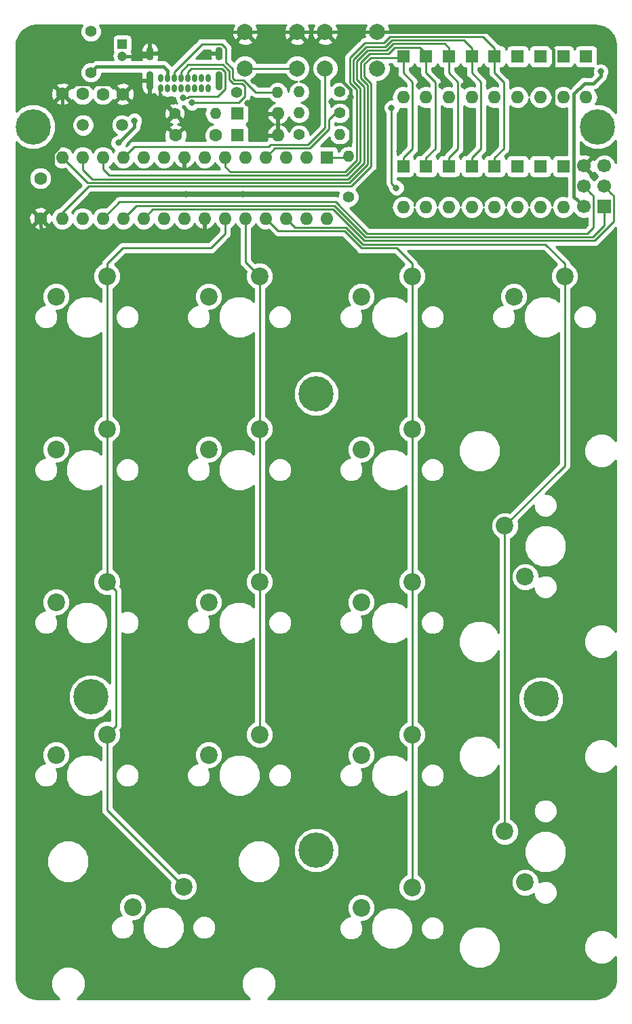
<source format=gbr>
G04 #@! TF.GenerationSoftware,KiCad,Pcbnew,(5.0.0)*
G04 #@! TF.CreationDate,2019-08-26T00:29:33-04:00*
G04 #@! TF.ProjectId,discipad-pcb,64697363697061642D7063622E6B6963,rev?*
G04 #@! TF.SameCoordinates,Original*
G04 #@! TF.FileFunction,Copper,L2,Bot,Signal*
G04 #@! TF.FilePolarity,Positive*
%FSLAX46Y46*%
G04 Gerber Fmt 4.6, Leading zero omitted, Abs format (unit mm)*
G04 Created by KiCad (PCBNEW (5.0.0)) date 08/26/19 00:29:33*
%MOMM*%
%LPD*%
G01*
G04 APERTURE LIST*
G04 #@! TA.AperFunction,ComponentPad*
%ADD10C,2.000000*%
G04 #@! TD*
G04 #@! TA.AperFunction,ComponentPad*
%ADD11O,1.600000X1.600000*%
G04 #@! TD*
G04 #@! TA.AperFunction,ComponentPad*
%ADD12R,1.600000X1.600000*%
G04 #@! TD*
G04 #@! TA.AperFunction,ComponentPad*
%ADD13C,1.400000*%
G04 #@! TD*
G04 #@! TA.AperFunction,ComponentPad*
%ADD14C,2.200000*%
G04 #@! TD*
G04 #@! TA.AperFunction,ComponentPad*
%ADD15C,4.400000*%
G04 #@! TD*
G04 #@! TA.AperFunction,ComponentPad*
%ADD16C,1.600000*%
G04 #@! TD*
G04 #@! TA.AperFunction,ComponentPad*
%ADD17R,1.200000X1.200000*%
G04 #@! TD*
G04 #@! TA.AperFunction,ComponentPad*
%ADD18C,1.200000*%
G04 #@! TD*
G04 #@! TA.AperFunction,ComponentPad*
%ADD19O,1.400000X1.400000*%
G04 #@! TD*
G04 #@! TA.AperFunction,ComponentPad*
%ADD20O,0.900000X1.700000*%
G04 #@! TD*
G04 #@! TA.AperFunction,ComponentPad*
%ADD21O,0.900000X2.400000*%
G04 #@! TD*
G04 #@! TA.AperFunction,ComponentPad*
%ADD22O,0.650000X1.000000*%
G04 #@! TD*
G04 #@! TA.AperFunction,ComponentPad*
%ADD23C,1.500000*%
G04 #@! TD*
G04 #@! TA.AperFunction,ComponentPad*
%ADD24C,1.700000*%
G04 #@! TD*
G04 #@! TA.AperFunction,ComponentPad*
%ADD25R,1.700000X1.700000*%
G04 #@! TD*
G04 #@! TA.AperFunction,ViaPad*
%ADD26C,0.800000*%
G04 #@! TD*
G04 #@! TA.AperFunction,Conductor*
%ADD27C,0.250000*%
G04 #@! TD*
G04 #@! TA.AperFunction,Conductor*
%ADD28C,0.400000*%
G04 #@! TD*
G04 #@! TA.AperFunction,Conductor*
%ADD29C,0.254000*%
G04 #@! TD*
G04 APERTURE END LIST*
D10*
G04 #@! TO.P,BOOT1,1*
G04 #@! TO.N,GND*
X151470929Y-16693091D03*
G04 #@! TO.P,BOOT1,2*
G04 #@! TO.N,boot*
X151470929Y-21193091D03*
G04 #@! TO.P,BOOT1,1*
G04 #@! TO.N,GND*
X144970929Y-16693091D03*
G04 #@! TO.P,BOOT1,2*
G04 #@! TO.N,boot*
X144970929Y-21193091D03*
G04 #@! TD*
D11*
G04 #@! TO.P,D2,2*
G04 #@! TO.N,Net-(D2-Pad2)*
X177550923Y-24807330D03*
D12*
G04 #@! TO.P,D2,1*
G04 #@! TO.N,row0*
X177550923Y-19727330D03*
G04 #@! TD*
D11*
G04 #@! TO.P,D4,2*
G04 #@! TO.N,Net-(D4-Pad2)*
X174696610Y-38488743D03*
D12*
G04 #@! TO.P,D4,1*
G04 #@! TO.N,row0*
X174696610Y-33408743D03*
G04 #@! TD*
D11*
G04 #@! TO.P,D11,2*
G04 #@! TO.N,Net-(D11-Pad2)*
X171842297Y-38488743D03*
D12*
G04 #@! TO.P,D11,1*
G04 #@! TO.N,row2*
X171842297Y-33408743D03*
G04 #@! TD*
D11*
G04 #@! TO.P,D17,2*
G04 #@! TO.N,Net-(D17-Pad2)*
X168987991Y-38488743D03*
D12*
G04 #@! TO.P,D17,1*
G04 #@! TO.N,row4*
X168987991Y-33408743D03*
G04 #@! TD*
D11*
G04 #@! TO.P,D16,2*
G04 #@! TO.N,Net-(D16-Pad2)*
X166133685Y-38488743D03*
D12*
G04 #@! TO.P,D16,1*
G04 #@! TO.N,row4*
X166133685Y-33408743D03*
G04 #@! TD*
D11*
G04 #@! TO.P,D14,2*
G04 #@! TO.N,Net-(D14-Pad2)*
X163279379Y-38488743D03*
D12*
G04 #@! TO.P,D14,1*
G04 #@! TO.N,row3*
X163279379Y-33408743D03*
G04 #@! TD*
D11*
G04 #@! TO.P,D10,2*
G04 #@! TO.N,Net-(D10-Pad2)*
X160425073Y-38488743D03*
D12*
G04 #@! TO.P,D10,1*
G04 #@! TO.N,row2*
X160425073Y-33408743D03*
G04 #@! TD*
D11*
G04 #@! TO.P,D7,2*
G04 #@! TO.N,Net-(D7-Pad2)*
X157570767Y-38488743D03*
D12*
G04 #@! TO.P,D7,1*
G04 #@! TO.N,row1*
X157570767Y-33408743D03*
G04 #@! TD*
D11*
G04 #@! TO.P,D3,2*
G04 #@! TO.N,Net-(D3-Pad2)*
X154716461Y-38488743D03*
D12*
G04 #@! TO.P,D3,1*
G04 #@! TO.N,row0*
X154716461Y-33408743D03*
G04 #@! TD*
D11*
G04 #@! TO.P,D6,2*
G04 #@! TO.N,Net-(D6-Pad2)*
X174696610Y-24807330D03*
D12*
G04 #@! TO.P,D6,1*
G04 #@! TO.N,row1*
X174696610Y-19727330D03*
G04 #@! TD*
D11*
G04 #@! TO.P,D9,2*
G04 #@! TO.N,Net-(D9-Pad2)*
X171842297Y-24807330D03*
D12*
G04 #@! TO.P,D9,1*
G04 #@! TO.N,row2*
X171842297Y-19727330D03*
G04 #@! TD*
D11*
G04 #@! TO.P,D13,2*
G04 #@! TO.N,Net-(D13-Pad2)*
X168987991Y-24807330D03*
D12*
G04 #@! TO.P,D13,1*
G04 #@! TO.N,row3*
X168987991Y-19727330D03*
G04 #@! TD*
D11*
G04 #@! TO.P,D15,2*
G04 #@! TO.N,Net-(D15-Pad2)*
X166133685Y-24807330D03*
D12*
G04 #@! TO.P,D15,1*
G04 #@! TO.N,row4*
X166133685Y-19727330D03*
G04 #@! TD*
D11*
G04 #@! TO.P,D12,2*
G04 #@! TO.N,Net-(D12-Pad2)*
X163279379Y-24807330D03*
D12*
G04 #@! TO.P,D12,1*
G04 #@! TO.N,row3*
X163279379Y-19727330D03*
G04 #@! TD*
D11*
G04 #@! TO.P,D8,2*
G04 #@! TO.N,Net-(D8-Pad2)*
X160425073Y-24807330D03*
D12*
G04 #@! TO.P,D8,1*
G04 #@! TO.N,row2*
X160425073Y-19727330D03*
G04 #@! TD*
D11*
G04 #@! TO.P,D5,2*
G04 #@! TO.N,Net-(D5-Pad2)*
X157570767Y-24807330D03*
D12*
G04 #@! TO.P,D5,1*
G04 #@! TO.N,row1*
X157570767Y-19727330D03*
G04 #@! TD*
D11*
G04 #@! TO.P,D1,2*
G04 #@! TO.N,Net-(D1-Pad2)*
X154716461Y-24807330D03*
D12*
G04 #@! TO.P,D1,1*
G04 #@! TO.N,row0*
X154716461Y-19727330D03*
G04 #@! TD*
D11*
G04 #@! TO.P,D18,2*
G04 #@! TO.N,GND*
X139054831Y-29536623D03*
D12*
G04 #@! TO.P,D18,1*
G04 #@! TO.N,Net-(D18-Pad1)*
X133974831Y-29536623D03*
G04 #@! TD*
D11*
G04 #@! TO.P,D19,2*
G04 #@! TO.N,GND*
X139054831Y-26841931D03*
D12*
G04 #@! TO.P,D19,1*
G04 #@! TO.N,Net-(D19-Pad1)*
X133974831Y-26841931D03*
G04 #@! TD*
D13*
G04 #@! TO.P,F1,1*
G04 #@! TO.N,+5V*
X115714273Y-16610309D03*
G04 #@! TO.P,F1,2*
G04 #@! TO.N,VCC*
X115714273Y-21710309D03*
G04 #@! TD*
D14*
G04 #@! TO.P,SW15,1*
G04 #@! TO.N,col0*
X127306000Y-123242000D03*
G04 #@! TO.P,SW15,2*
G04 #@! TO.N,Net-(D15-Pad2)*
X120956000Y-125782000D03*
G04 #@! TD*
G04 #@! TO.P,SW14,1*
G04 #@! TO.N,col3*
X167386000Y-116332000D03*
G04 #@! TO.P,SW14,2*
G04 #@! TO.N,Net-(D17-Pad2)*
X169926000Y-122682000D03*
G04 #@! TD*
G04 #@! TO.P,SW7,1*
G04 #@! TO.N,col3*
X167386000Y-78232000D03*
G04 #@! TO.P,SW7,2*
G04 #@! TO.N,Net-(D11-Pad2)*
X169926000Y-84582000D03*
G04 #@! TD*
G04 #@! TO.P,SW16,2*
G04 #@! TO.N,Net-(D16-Pad2)*
X149479000Y-125857000D03*
G04 #@! TO.P,SW16,1*
G04 #@! TO.N,col2*
X155829000Y-123317000D03*
G04 #@! TD*
G04 #@! TO.P,SW12,2*
G04 #@! TO.N,Net-(D13-Pad2)*
X130429000Y-106807000D03*
G04 #@! TO.P,SW12,1*
G04 #@! TO.N,col1*
X136779000Y-104267000D03*
G04 #@! TD*
G04 #@! TO.P,SW11,2*
G04 #@! TO.N,Net-(D12-Pad2)*
X111379000Y-106807000D03*
G04 #@! TO.P,SW11,1*
G04 #@! TO.N,col0*
X117729000Y-104267000D03*
G04 #@! TD*
G04 #@! TO.P,SW13,2*
G04 #@! TO.N,Net-(D14-Pad2)*
X149479000Y-106807000D03*
G04 #@! TO.P,SW13,1*
G04 #@! TO.N,col2*
X155829000Y-104267000D03*
G04 #@! TD*
G04 #@! TO.P,SW10,2*
G04 #@! TO.N,Net-(D10-Pad2)*
X149479000Y-87757000D03*
G04 #@! TO.P,SW10,1*
G04 #@! TO.N,col2*
X155829000Y-85217000D03*
G04 #@! TD*
G04 #@! TO.P,SW9,2*
G04 #@! TO.N,Net-(D9-Pad2)*
X130429000Y-87757000D03*
G04 #@! TO.P,SW9,1*
G04 #@! TO.N,col1*
X136779000Y-85217000D03*
G04 #@! TD*
G04 #@! TO.P,SW8,2*
G04 #@! TO.N,Net-(D8-Pad2)*
X111379000Y-87757000D03*
G04 #@! TO.P,SW8,1*
G04 #@! TO.N,col0*
X117729000Y-85217000D03*
G04 #@! TD*
G04 #@! TO.P,SW6,2*
G04 #@! TO.N,Net-(D7-Pad2)*
X149479000Y-68707000D03*
G04 #@! TO.P,SW6,1*
G04 #@! TO.N,col2*
X155829000Y-66167000D03*
G04 #@! TD*
G04 #@! TO.P,SW5,2*
G04 #@! TO.N,Net-(D6-Pad2)*
X130429000Y-68707000D03*
G04 #@! TO.P,SW5,1*
G04 #@! TO.N,col1*
X136779000Y-66167000D03*
G04 #@! TD*
G04 #@! TO.P,SW4,2*
G04 #@! TO.N,Net-(D5-Pad2)*
X111379000Y-68707000D03*
G04 #@! TO.P,SW4,1*
G04 #@! TO.N,col0*
X117729000Y-66167000D03*
G04 #@! TD*
G04 #@! TO.P,SW3,2*
G04 #@! TO.N,Net-(D4-Pad2)*
X168529000Y-49657000D03*
G04 #@! TO.P,SW3,1*
G04 #@! TO.N,col3*
X174879000Y-47117000D03*
G04 #@! TD*
G04 #@! TO.P,SW2,2*
G04 #@! TO.N,Net-(D3-Pad2)*
X149479000Y-49657000D03*
G04 #@! TO.P,SW2,1*
G04 #@! TO.N,col2*
X155829000Y-47117000D03*
G04 #@! TD*
G04 #@! TO.P,SW1,2*
G04 #@! TO.N,Net-(D2-Pad2)*
X130429000Y-49657000D03*
G04 #@! TO.P,SW1,1*
G04 #@! TO.N,col1*
X136779000Y-47117000D03*
G04 #@! TD*
G04 #@! TO.P,SW0,2*
G04 #@! TO.N,Net-(D1-Pad2)*
X111379000Y-49657000D03*
G04 #@! TO.P,SW0,1*
G04 #@! TO.N,col0*
X117729000Y-47117000D03*
G04 #@! TD*
D15*
G04 #@! TO.P,REF\002A\002A,1*
G04 #@! TO.N,N/C*
X143833559Y-118686673D03*
G04 #@! TD*
G04 #@! TO.P,REF\002A\002A,1*
G04 #@! TO.N,N/C*
X115752543Y-99566685D03*
G04 #@! TD*
G04 #@! TO.P,REF\002A\002A,1*
G04 #@! TO.N,N/C*
X171914575Y-99841686D03*
G04 #@! TD*
G04 #@! TO.P,REF\002A\002A,1*
G04 #@! TO.N,N/C*
X143833559Y-61784261D03*
G04 #@! TD*
G04 #@! TO.P,REF\002A\002A,1*
G04 #@! TO.N,N/C*
X179001130Y-28475773D03*
G04 #@! TD*
G04 #@! TO.P,REF\002A\002A,1*
G04 #@! TO.N,N/C*
X108503031Y-28475773D03*
G04 #@! TD*
D16*
G04 #@! TO.P,C1,1*
G04 #@! TO.N,xtal1*
X117219101Y-24409709D03*
G04 #@! TO.P,C1,2*
G04 #@! TO.N,GND*
X119719101Y-24409709D03*
G04 #@! TD*
G04 #@! TO.P,C2,2*
G04 #@! TO.N,GND*
X112164393Y-24392211D03*
G04 #@! TO.P,C2,1*
G04 #@! TO.N,xtal2*
X114664393Y-24392211D03*
G04 #@! TD*
D17*
G04 #@! TO.P,C3,1*
G04 #@! TO.N,+5V*
X119633825Y-18180421D03*
D18*
G04 #@! TO.P,C3,2*
G04 #@! TO.N,GND*
X119633825Y-19680421D03*
G04 #@! TD*
D16*
G04 #@! TO.P,C4,2*
G04 #@! TO.N,GND*
X126287493Y-29571619D03*
G04 #@! TO.P,C4,1*
G04 #@! TO.N,+5V*
X131287493Y-29571619D03*
G04 #@! TD*
G04 #@! TO.P,C5,1*
G04 #@! TO.N,+5V*
X109414993Y-34908509D03*
G04 #@! TO.P,C5,2*
G04 #@! TO.N,GND*
X109414993Y-39908509D03*
G04 #@! TD*
D19*
G04 #@! TO.P,R1,2*
G04 #@! TO.N,Net-(D18-Pad1)*
X141703959Y-24147239D03*
D13*
G04 #@! TO.P,R1,1*
G04 #@! TO.N,+5V*
X146783959Y-24147239D03*
G04 #@! TD*
G04 #@! TO.P,R2,1*
G04 #@! TO.N,GND*
X126178077Y-26841931D03*
D19*
G04 #@! TO.P,R2,2*
G04 #@! TO.N,Net-(R2-Pad2)*
X131258077Y-26841931D03*
G04 #@! TD*
D13*
G04 #@! TO.P,R3,1*
G04 #@! TO.N,GND*
X133929691Y-24199733D03*
D19*
G04 #@! TO.P,R3,2*
G04 #@! TO.N,Net-(R3-Pad2)*
X139009691Y-24199733D03*
G04 #@! TD*
G04 #@! TO.P,R4,2*
G04 #@! TO.N,D-*
X146783959Y-29484129D03*
D13*
G04 #@! TO.P,R4,1*
G04 #@! TO.N,Net-(D18-Pad1)*
X141703959Y-29484129D03*
G04 #@! TD*
D19*
G04 #@! TO.P,R5,2*
G04 #@! TO.N,Net-(D19-Pad1)*
X141703959Y-26771939D03*
D13*
G04 #@! TO.P,R5,1*
G04 #@! TO.N,D+*
X146783959Y-26771939D03*
G04 #@! TD*
G04 #@! TO.P,R6,1*
G04 #@! TO.N,+5V*
X147875597Y-37235743D03*
D19*
G04 #@! TO.P,R6,2*
G04 #@! TO.N,reset*
X147875597Y-32155743D03*
G04 #@! TD*
D10*
G04 #@! TO.P,RESET1,2*
G04 #@! TO.N,reset*
X134962073Y-21193091D03*
G04 #@! TO.P,RESET1,1*
G04 #@! TO.N,GND*
X134962073Y-16693091D03*
G04 #@! TO.P,RESET1,2*
G04 #@! TO.N,reset*
X141462073Y-21193091D03*
G04 #@! TO.P,RESET1,1*
G04 #@! TO.N,GND*
X141462073Y-16693091D03*
G04 #@! TD*
D12*
G04 #@! TO.P,U1,1*
G04 #@! TO.N,reset*
X145163407Y-32301307D03*
D11*
G04 #@! TO.P,U1,15*
G04 #@! TO.N,row0*
X112143407Y-39921307D03*
G04 #@! TO.P,U1,2*
G04 #@! TO.N,Net-(U1-Pad2)*
X142623407Y-32301307D03*
G04 #@! TO.P,U1,16*
G04 #@! TO.N,Net-(U1-Pad16)*
X114683407Y-39921307D03*
G04 #@! TO.P,U1,3*
G04 #@! TO.N,Net-(U1-Pad3)*
X140083407Y-32301307D03*
G04 #@! TO.P,U1,17*
G04 #@! TO.N,mosi*
X117223407Y-39921307D03*
G04 #@! TO.P,U1,4*
G04 #@! TO.N,D+*
X137543407Y-32301307D03*
G04 #@! TO.P,U1,18*
G04 #@! TO.N,miso*
X119763407Y-39921307D03*
G04 #@! TO.P,U1,5*
G04 #@! TO.N,D-*
X135003407Y-32301307D03*
G04 #@! TO.P,U1,19*
G04 #@! TO.N,sck*
X122303407Y-39921307D03*
G04 #@! TO.P,U1,6*
G04 #@! TO.N,row4*
X132463407Y-32301307D03*
G04 #@! TO.P,U1,20*
G04 #@! TO.N,+5V*
X124843407Y-39921307D03*
G04 #@! TO.P,U1,7*
X129923407Y-32301307D03*
G04 #@! TO.P,U1,21*
G04 #@! TO.N,Net-(U1-Pad21)*
X127383407Y-39921307D03*
G04 #@! TO.P,U1,8*
G04 #@! TO.N,GND*
X127383407Y-32301307D03*
G04 #@! TO.P,U1,22*
X129923407Y-39921307D03*
G04 #@! TO.P,U1,9*
G04 #@! TO.N,xtal1*
X124843407Y-32301307D03*
G04 #@! TO.P,U1,23*
G04 #@! TO.N,col0*
X132463407Y-39921307D03*
G04 #@! TO.P,U1,10*
G04 #@! TO.N,xtal2*
X122303407Y-32301307D03*
G04 #@! TO.P,U1,24*
G04 #@! TO.N,col1*
X135003407Y-39921307D03*
G04 #@! TO.P,U1,11*
G04 #@! TO.N,boot*
X119763407Y-32301307D03*
G04 #@! TO.P,U1,25*
G04 #@! TO.N,col2*
X137543407Y-39921307D03*
G04 #@! TO.P,U1,12*
G04 #@! TO.N,row3*
X117223407Y-32301307D03*
G04 #@! TO.P,U1,26*
G04 #@! TO.N,col3*
X140083407Y-39921307D03*
G04 #@! TO.P,U1,13*
G04 #@! TO.N,row2*
X114683407Y-32301307D03*
G04 #@! TO.P,U1,27*
G04 #@! TO.N,Net-(U1-Pad27)*
X142623407Y-39921307D03*
G04 #@! TO.P,U1,14*
G04 #@! TO.N,row1*
X112143407Y-32301307D03*
G04 #@! TO.P,U1,28*
G04 #@! TO.N,Net-(U1-Pad28)*
X145163407Y-39921307D03*
G04 #@! TD*
D20*
G04 #@! TO.P,USB1,S1*
G04 #@! TO.N,GND*
X123077937Y-19342987D03*
X131727937Y-19342987D03*
D21*
X123077937Y-22722987D03*
X131727937Y-22722987D03*
D22*
G04 #@! TO.P,USB1,B1*
X124422937Y-22377987D03*
G04 #@! TO.P,USB1,B4*
G04 #@! TO.N,VCC*
X125272937Y-22377987D03*
G04 #@! TO.P,USB1,B5*
G04 #@! TO.N,Net-(R3-Pad2)*
X126122937Y-22377987D03*
G04 #@! TO.P,USB1,B6*
G04 #@! TO.N,Net-(D19-Pad1)*
X126972937Y-22377987D03*
G04 #@! TO.P,USB1,B7*
G04 #@! TO.N,Net-(D18-Pad1)*
X127822937Y-22377987D03*
G04 #@! TO.P,USB1,B8*
G04 #@! TO.N,Net-(USB1-PadB8)*
X128672937Y-22377987D03*
G04 #@! TO.P,USB1,B9*
G04 #@! TO.N,VCC*
X129522937Y-22377987D03*
G04 #@! TO.P,USB1,B12*
G04 #@! TO.N,GND*
X130377937Y-22377987D03*
G04 #@! TO.P,USB1,A12*
X124427937Y-23702987D03*
G04 #@! TO.P,USB1,A9*
G04 #@! TO.N,VCC*
X125277937Y-23702987D03*
G04 #@! TO.P,USB1,A8*
G04 #@! TO.N,Net-(USB1-PadA8)*
X126127937Y-23702987D03*
G04 #@! TO.P,USB1,A7*
G04 #@! TO.N,Net-(D18-Pad1)*
X126977937Y-23702987D03*
G04 #@! TO.P,USB1,A6*
G04 #@! TO.N,Net-(D19-Pad1)*
X127827937Y-23702987D03*
G04 #@! TO.P,USB1,A4*
G04 #@! TO.N,VCC*
X129527937Y-23702987D03*
G04 #@! TO.P,USB1,A1*
G04 #@! TO.N,GND*
X130377937Y-23702987D03*
G04 #@! TO.P,USB1,A5*
G04 #@! TO.N,Net-(R2-Pad2)*
X128677937Y-23702987D03*
G04 #@! TD*
D23*
G04 #@! TO.P,Y1,1*
G04 #@! TO.N,xtal1*
X119616327Y-28276767D03*
G04 #@! TO.P,Y1,2*
G04 #@! TO.N,xtal2*
X114736327Y-28276767D03*
G04 #@! TD*
D24*
G04 #@! TO.P,J1,6*
G04 #@! TO.N,GND*
X177279591Y-33383393D03*
G04 #@! TO.P,J1,5*
G04 #@! TO.N,reset*
X179819591Y-33383393D03*
G04 #@! TO.P,J1,4*
G04 #@! TO.N,mosi*
X177279591Y-35923393D03*
G04 #@! TO.P,J1,3*
G04 #@! TO.N,sck*
X179819591Y-35923393D03*
G04 #@! TO.P,J1,2*
G04 #@! TO.N,+5V*
X177279591Y-38463393D03*
D25*
G04 #@! TO.P,J1,1*
G04 #@! TO.N,miso*
X179819591Y-38463393D03*
G04 #@! TD*
D26*
G04 #@! TO.N,GND*
X135259539Y-25512083D03*
X170010567Y-63727715D03*
X108085145Y-18950333D03*
X154157379Y-40735343D03*
X127612913Y-36920779D03*
X134664607Y-36868285D03*
X116991627Y-26754441D03*
X124568261Y-16325633D03*
X146895709Y-22047479D03*
X148138067Y-24794665D03*
X145758339Y-25424593D03*
X148138067Y-16693091D03*
X170780479Y-16693091D03*
X174332573Y-29361643D03*
X180159407Y-31548893D03*
X138202084Y-16693091D03*
X136006871Y-22748763D03*
X165549229Y-31604029D03*
X162609876Y-31604029D03*
X159744937Y-31604029D03*
X156917205Y-31604029D03*
X154275508Y-31604029D03*
X165437608Y-23381282D03*
X162312220Y-23381282D03*
X159484488Y-23381282D03*
X156656756Y-23381282D03*
X156210272Y-37036251D03*
G04 #@! TO.N,+5V*
X179389495Y-21592531D03*
X119159110Y-30498433D03*
X121153844Y-27716304D03*
G04 #@! TO.N,Net-(D18-Pad1)*
X127269933Y-24871903D03*
G04 #@! TO.N,Net-(D19-Pad1)*
X128350138Y-25492473D03*
G04 #@! TO.N,reset*
X153264981Y-26107015D03*
X153859913Y-36098373D03*
G04 #@! TD*
D27*
G04 #@! TO.N,row0*
X154716461Y-32358743D02*
X154716461Y-33408743D01*
X155841462Y-31233742D02*
X154716461Y-32358743D01*
X155841462Y-22902331D02*
X155841462Y-31233742D01*
X154716461Y-21777330D02*
X155841462Y-22902331D01*
X154716461Y-20727330D02*
X154716461Y-21777330D01*
X154716461Y-20727330D02*
X154716461Y-19727330D01*
X112143407Y-39208034D02*
X112143407Y-39921307D01*
X115428048Y-35923393D02*
X112143407Y-39208034D01*
X148190561Y-35923393D02*
X115428048Y-35923393D01*
X150727771Y-33386183D02*
X148190561Y-35923393D01*
X154593436Y-19850355D02*
X150685151Y-19850355D01*
X154716461Y-19727330D02*
X154593436Y-19850355D01*
X150685151Y-19850355D02*
X149852871Y-20682635D01*
X149852871Y-20682635D02*
X149852871Y-22222459D01*
X149852871Y-22222459D02*
X150727771Y-23097359D01*
X150727771Y-23097359D02*
X150727771Y-33386183D01*
G04 #@! TO.N,row1*
X157570767Y-32358743D02*
X157570767Y-33408743D01*
X158695768Y-31233742D02*
X157570767Y-32358743D01*
X158695768Y-22902331D02*
X158695768Y-31233742D01*
X157570767Y-21777330D02*
X158695768Y-22902331D01*
X157570767Y-20727330D02*
X157570767Y-21777330D01*
X157570767Y-20727330D02*
X157570767Y-20718909D01*
X157570767Y-20727330D02*
X157570767Y-19727330D01*
X112943406Y-33101306D02*
X112143407Y-32301307D01*
X147998083Y-35468445D02*
X115310545Y-35468445D01*
X150272823Y-23289837D02*
X150272823Y-33193705D01*
X149397923Y-20490157D02*
X149397923Y-22414937D01*
X157570767Y-19727330D02*
X157570767Y-19371563D01*
X149397923Y-22414937D02*
X150272823Y-23289837D01*
X157570767Y-19371563D02*
X156782079Y-18582875D01*
X153673918Y-18582875D02*
X152856449Y-19400344D01*
X150272823Y-33193705D02*
X147998083Y-35468445D01*
X152856449Y-19400344D02*
X150487736Y-19400344D01*
X115310545Y-35468445D02*
X112943406Y-33101306D01*
X156782079Y-18582875D02*
X153673918Y-18582875D01*
X150487736Y-19400344D02*
X149397923Y-20490157D01*
G04 #@! TO.N,row2*
X115854257Y-34995999D02*
X147823103Y-34995999D01*
X147823103Y-34995999D02*
X149817875Y-33001227D01*
X149817875Y-33001227D02*
X149817875Y-23499813D01*
X148942975Y-20297679D02*
X150290321Y-18950333D01*
X114681891Y-33823633D02*
X115854257Y-34995999D01*
X149817875Y-23499813D02*
X148942975Y-22624913D01*
X148942975Y-22624913D02*
X148942975Y-20297679D01*
X114683407Y-33822117D02*
X114683407Y-32301307D01*
X114681891Y-33823633D02*
X114683407Y-33822117D01*
X160425073Y-18677330D02*
X159875670Y-18127927D01*
X160425073Y-19727330D02*
X160425073Y-18677330D01*
X159875670Y-18127927D02*
X153492455Y-18127927D01*
X152670049Y-18950333D02*
X150290321Y-18950333D01*
X153492455Y-18127927D02*
X152670049Y-18950333D01*
X160425073Y-20721041D02*
X160425073Y-19727330D01*
X160425073Y-21777330D02*
X160425073Y-20721041D01*
X161550074Y-22902331D02*
X160425073Y-21777330D01*
X161550074Y-31233742D02*
X161550074Y-22902331D01*
X160425073Y-33408743D02*
X160425073Y-32358743D01*
X160425073Y-32358743D02*
X161550074Y-31233742D01*
G04 #@! TO.N,row3*
X163279379Y-32358743D02*
X163279379Y-33408743D01*
X164404380Y-31233742D02*
X163279379Y-32358743D01*
X164404380Y-22902331D02*
X164404380Y-31233742D01*
X163279379Y-21777330D02*
X164404380Y-22902331D01*
X163279379Y-20727330D02*
X163279379Y-21777330D01*
X117223407Y-33757947D02*
X117223407Y-32301307D01*
X118006511Y-34541051D02*
X117223407Y-33757947D01*
X147630625Y-34541051D02*
X118006511Y-34541051D01*
X149362927Y-32808749D02*
X147630625Y-34541051D01*
X149362927Y-23692291D02*
X149362927Y-32808749D01*
X163279379Y-20727330D02*
X163279379Y-20723173D01*
X150097843Y-18495385D02*
X148488027Y-20105201D01*
X148488027Y-20105201D02*
X148488027Y-22817391D01*
X148488027Y-22817391D02*
X149362927Y-23692291D01*
X150097843Y-18495385D02*
X152477571Y-18495385D01*
X152477571Y-18495385D02*
X153299977Y-17672979D01*
X163279379Y-18677330D02*
X163279379Y-19727330D01*
X162275028Y-17672979D02*
X163279379Y-18677330D01*
X153299977Y-17672979D02*
X162275028Y-17672979D01*
X163279379Y-20727330D02*
X163279379Y-19727330D01*
G04 #@! TO.N,row4*
X166133685Y-20725305D02*
X166133685Y-19727330D01*
X166133685Y-21777330D02*
X166133685Y-20725305D01*
X167258686Y-22902331D02*
X166133685Y-21777330D01*
X167258686Y-31233742D02*
X167258686Y-22902331D01*
X166133685Y-33408743D02*
X166133685Y-32358743D01*
X166133685Y-32358743D02*
X167258686Y-31233742D01*
X148033079Y-19912723D02*
X149905365Y-18040437D01*
X153089930Y-17218102D02*
X164674457Y-17218102D01*
X132463407Y-33432677D02*
X132591893Y-33561163D01*
X149905365Y-18040437D02*
X152267595Y-18040437D01*
X164674457Y-17218102D02*
X166133685Y-18677330D01*
X148900598Y-32623652D02*
X148900598Y-23877388D01*
X147438147Y-34086103D02*
X148900598Y-32623652D01*
X152267595Y-18040437D02*
X153089930Y-17218102D01*
X166133685Y-18677330D02*
X166133685Y-19727330D01*
X132463407Y-32301307D02*
X132463407Y-33432677D01*
X148033079Y-23009869D02*
X148033079Y-19912723D01*
X132591893Y-33561163D02*
X132599843Y-33561163D01*
X148900598Y-23877388D02*
X148033079Y-23009869D01*
X133124783Y-34086103D02*
X147438147Y-34086103D01*
X132599843Y-33561163D02*
X133124783Y-34086103D01*
G04 #@! TO.N,col0*
X117729000Y-48672634D02*
X117729000Y-66167000D01*
X117729000Y-47117000D02*
X117729000Y-48672634D01*
X117729000Y-113665000D02*
X127306000Y-123242000D01*
X117729000Y-104267000D02*
X117729000Y-113665000D01*
X117729000Y-67722634D02*
X117729000Y-85217000D01*
X117729000Y-66167000D02*
X117729000Y-67722634D01*
X117729000Y-45561366D02*
X117729000Y-47117000D01*
X119685351Y-43605015D02*
X117729000Y-45561366D01*
X130675063Y-43605015D02*
X119685351Y-43605015D01*
X132463407Y-41816671D02*
X130675063Y-43605015D01*
X132463407Y-39921307D02*
X132463407Y-41816671D01*
X118828999Y-86316999D02*
X117729000Y-85217000D01*
X118828999Y-103167001D02*
X118828999Y-86316999D01*
X117729000Y-104267000D02*
X118828999Y-103167001D01*
G04 #@! TO.N,col1*
X136779000Y-47117000D02*
X136779000Y-66167000D01*
X136779000Y-67722634D02*
X136779000Y-85217000D01*
X136779000Y-66167000D02*
X136779000Y-67722634D01*
X136779000Y-86772634D02*
X136779000Y-104267000D01*
X136779000Y-85217000D02*
X136779000Y-86772634D01*
X135154551Y-45492551D02*
X136779000Y-47117000D01*
X135003407Y-45341407D02*
X135154551Y-45492551D01*
X135003407Y-39921307D02*
X135003407Y-45341407D01*
G04 #@! TO.N,col2*
X155829000Y-47117000D02*
X155829000Y-66167000D01*
X155829000Y-67722634D02*
X155829000Y-85217000D01*
X155829000Y-66167000D02*
X155829000Y-67722634D01*
X155829000Y-85217000D02*
X155829000Y-104267000D01*
X155829000Y-105822634D02*
X155829000Y-123317000D01*
X155829000Y-104267000D02*
X155829000Y-105822634D01*
X139127355Y-41505255D02*
X137543407Y-39921307D01*
X147368155Y-41505255D02*
X139127355Y-41505255D01*
X149467915Y-43605015D02*
X147368155Y-41505255D01*
X153872649Y-43605015D02*
X149467915Y-43605015D01*
X155829000Y-47117000D02*
X155829000Y-45561366D01*
X155829000Y-45561366D02*
X153872649Y-43605015D01*
G04 #@! TO.N,col3*
X174879000Y-70739000D02*
X167386000Y-78232000D01*
X174879000Y-47117000D02*
X174879000Y-70739000D01*
X167386000Y-79787634D02*
X167386000Y-116332000D01*
X167386000Y-78232000D02*
X167386000Y-79787634D01*
X140883406Y-40721306D02*
X140083407Y-39921307D01*
X174879000Y-47117000D02*
X174879000Y-45561366D01*
X174879000Y-45561366D02*
X172467701Y-43150067D01*
X149660393Y-43150067D02*
X147560633Y-41050307D01*
X147560633Y-41050307D02*
X141212407Y-41050307D01*
X172467701Y-43150067D02*
X149660393Y-43150067D01*
X141212407Y-41050307D02*
X140883406Y-40721306D01*
D28*
G04 #@! TO.N,GND*
X109414993Y-41039879D02*
X110790265Y-42415151D01*
X109414993Y-39908509D02*
X109414993Y-41039879D01*
X110790265Y-42415151D02*
X128732785Y-42415151D01*
X129923407Y-41224529D02*
X129923407Y-39921307D01*
X128732785Y-42415151D02*
X129923407Y-41224529D01*
X118919102Y-23609710D02*
X119719101Y-24409709D01*
X118501602Y-23192210D02*
X118919102Y-23609710D01*
X113364394Y-23192210D02*
X118501602Y-23192210D01*
X112164393Y-24392211D02*
X113364394Y-23192210D01*
X119719101Y-24409709D02*
X122151323Y-26841931D01*
X126178077Y-29462203D02*
X126287493Y-29571619D01*
X150056716Y-16693091D02*
X148138067Y-16693091D01*
X151470929Y-16693091D02*
X150056716Y-16693091D01*
X144970929Y-16693091D02*
X141462073Y-16693091D01*
X141462073Y-16693091D02*
X138202084Y-16693091D01*
X133547860Y-16693091D02*
X134962073Y-16693091D01*
X126577833Y-16693091D02*
X133547860Y-16693091D01*
X123927937Y-19342987D02*
X126577833Y-16693091D01*
X123077937Y-19342987D02*
X123927937Y-19342987D01*
X110943406Y-31796417D02*
X112164393Y-30575430D01*
X112164393Y-30575430D02*
X112164393Y-25523581D01*
X109414993Y-39908509D02*
X110943406Y-38380096D01*
X112164393Y-25523581D02*
X112164393Y-24392211D01*
X110943406Y-38380096D02*
X110943406Y-31796417D01*
X146895709Y-22630987D02*
X148138067Y-23873345D01*
X146895709Y-22047479D02*
X146895709Y-22630987D01*
X148138067Y-23873345D02*
X148138067Y-24794665D01*
X122151323Y-26841931D02*
X122153537Y-26841931D01*
X122153537Y-26841931D02*
X123518381Y-28206775D01*
X124922649Y-28206775D02*
X126287493Y-29571619D01*
X124813233Y-28206775D02*
X126178077Y-26841931D01*
X124095815Y-28206775D02*
X124813233Y-28206775D01*
X123518381Y-28206775D02*
X124095815Y-28206775D01*
X124095815Y-28206775D02*
X124922649Y-28206775D01*
X147508139Y-25424593D02*
X148138067Y-24794665D01*
X145758339Y-25424593D02*
X147508139Y-25424593D01*
X148138067Y-16693091D02*
X144970929Y-16693091D01*
X122740503Y-19680421D02*
X123077937Y-19342987D01*
X119633825Y-19680421D02*
X122740503Y-19680421D01*
X151470929Y-16693091D02*
X170780479Y-16693091D01*
X173932574Y-28961644D02*
X174332573Y-29361643D01*
X173496609Y-28525679D02*
X173932574Y-28961644D01*
X173496609Y-18843536D02*
X173496609Y-23412323D01*
X171346164Y-16693091D02*
X173496609Y-18843536D01*
X170780479Y-16693091D02*
X171346164Y-16693091D01*
X173496609Y-23412323D02*
X173496609Y-28525679D01*
X173496609Y-23412323D02*
X173496609Y-23412323D01*
X138202084Y-16693091D02*
X134962073Y-16693091D01*
D27*
X148138067Y-24794665D02*
X148138067Y-24834069D01*
D28*
X147094557Y-30822682D02*
X145829519Y-30822682D01*
X147652662Y-30822682D02*
X147094557Y-30822682D01*
X148136353Y-30338991D02*
X147652662Y-30822682D01*
X148136353Y-25362064D02*
X148136353Y-30338991D01*
X148138067Y-25360350D02*
X148136353Y-25362064D01*
X148138067Y-24794665D02*
X148138067Y-25360350D01*
G04 #@! TO.N,+5V*
X176429592Y-37613394D02*
X177279591Y-38463393D01*
X176029590Y-37213392D02*
X176429592Y-37613394D01*
X176029590Y-24386751D02*
X176029590Y-37213392D01*
X178491097Y-23056614D02*
X177359727Y-23056614D01*
X179389495Y-22158216D02*
X178491097Y-23056614D01*
X179389495Y-21592531D02*
X179389495Y-22158216D01*
X177359727Y-23056614D02*
X176029590Y-24386751D01*
X119159110Y-30498433D02*
X121153844Y-28503699D01*
X121153844Y-28503699D02*
X121153844Y-27716304D01*
D27*
G04 #@! TO.N,Net-(D18-Pad1)*
X141603959Y-24247239D02*
X141703959Y-24147239D01*
X132502947Y-23794006D02*
X131554782Y-24742171D01*
X132048956Y-21197977D02*
X132412302Y-21561323D01*
X128252947Y-21197977D02*
X132048956Y-21197977D01*
X127822937Y-22377987D02*
X127822937Y-21627987D01*
X131554782Y-24742171D02*
X127965350Y-24742171D01*
X127965350Y-24742171D02*
X127835618Y-24871903D01*
X132412302Y-21568955D02*
X132502947Y-21659600D01*
X127835618Y-24871903D02*
X127269933Y-24871903D01*
X132412302Y-21561323D02*
X132412302Y-21568955D01*
X127822937Y-21627987D02*
X128252947Y-21197977D01*
X132502947Y-21659600D02*
X132502947Y-23794006D01*
G04 #@! TO.N,Net-(D19-Pad1)*
X132214887Y-20735129D02*
X132227725Y-20747967D01*
X128915823Y-25492473D02*
X128350138Y-25492473D01*
X126972937Y-22377987D02*
X126972937Y-21627987D01*
X126972937Y-21627987D02*
X127865795Y-20735129D01*
X134153953Y-25492473D02*
X128915823Y-25492473D01*
X127865795Y-20735129D02*
X132214887Y-20735129D01*
X134954692Y-24691734D02*
X134153953Y-25492473D01*
X134954692Y-23474934D02*
X134954692Y-24691734D01*
X132227725Y-20747967D02*
X132235357Y-20747968D01*
X132862313Y-21382556D02*
X132952957Y-21473200D01*
X132862313Y-21374924D02*
X132862313Y-21382556D01*
X132235357Y-20747968D02*
X132862313Y-21374924D01*
X132952957Y-21473200D02*
X132952957Y-22628067D01*
X133457245Y-23132355D02*
X134612113Y-23132355D01*
X132952957Y-22628067D02*
X133457245Y-23132355D01*
X134612113Y-23132355D02*
X134954692Y-23474934D01*
D28*
G04 #@! TO.N,VCC*
X116414272Y-21010310D02*
X115714273Y-21710309D01*
X124805260Y-21010310D02*
X116414272Y-21010310D01*
X125272937Y-21477987D02*
X124805260Y-21010310D01*
X125272937Y-22377987D02*
X125272937Y-21477987D01*
D27*
G04 #@! TO.N,Net-(R3-Pad2)*
X138019742Y-24199733D02*
X139009691Y-24199733D01*
X133649723Y-22677407D02*
X134804591Y-22677407D01*
X133404751Y-22432435D02*
X133649723Y-22677407D01*
X133404751Y-21260069D02*
X133404751Y-22432435D01*
X136326917Y-24199733D02*
X138019742Y-24199733D01*
X126122937Y-21627987D02*
X129582947Y-18167977D01*
X126122937Y-22377987D02*
X126122937Y-21627987D01*
X129582947Y-18167977D02*
X132074903Y-18167977D01*
X132074903Y-18167977D02*
X132599843Y-18692917D01*
X134804591Y-22677407D02*
X136326917Y-24199733D01*
X132599843Y-18692917D02*
X132599843Y-20455161D01*
X132599843Y-20455161D02*
X133404751Y-21260069D01*
G04 #@! TO.N,D+*
X138668408Y-31176306D02*
X137543407Y-32301307D01*
X143057440Y-31176306D02*
X138668408Y-31176306D01*
X145457449Y-28776297D02*
X143057440Y-31176306D01*
X145457449Y-27622880D02*
X145457449Y-28776297D01*
X146308390Y-26771939D02*
X145457449Y-27622880D01*
X146783959Y-26771939D02*
X146308390Y-26771939D01*
G04 #@! TO.N,reset*
X147730033Y-32301307D02*
X147875597Y-32155743D01*
X145163407Y-32301307D02*
X147730033Y-32301307D01*
X140047860Y-21193091D02*
X134962073Y-21193091D01*
X141462073Y-21193091D02*
X140047860Y-21193091D01*
X153264981Y-26107015D02*
X153264981Y-26672700D01*
X153264981Y-26672700D02*
X153264981Y-35503441D01*
X153264981Y-35503441D02*
X153859913Y-36098373D01*
G04 #@! TO.N,boot*
X121110753Y-30953961D02*
X119763407Y-32301307D01*
X137936733Y-30953961D02*
X121110753Y-30953961D01*
X138181705Y-30708989D02*
X137936733Y-30953961D01*
X142853671Y-30708989D02*
X138181705Y-30708989D01*
X144970929Y-28591731D02*
X142853671Y-30708989D01*
X144970929Y-21193091D02*
X144970929Y-28591731D01*
G04 #@! TO.N,mosi*
X117223407Y-39921307D02*
X119279043Y-37865671D01*
X119279043Y-37865671D02*
X146318275Y-37865671D01*
X146318275Y-37865671D02*
X150220329Y-41767725D01*
X150220329Y-41767725D02*
X177727185Y-41767725D01*
X178129590Y-36773392D02*
X177279591Y-35923393D01*
X178454592Y-37098394D02*
X178129590Y-36773392D01*
X178454592Y-41040318D02*
X178454592Y-37098394D01*
X177727185Y-41767725D02*
X178454592Y-41040318D01*
G04 #@! TO.N,sck*
X122303407Y-39921307D02*
X123449147Y-38775567D01*
X123449147Y-38775567D02*
X145933319Y-38775567D01*
X145933319Y-38775567D02*
X149835373Y-42677621D01*
X149835373Y-42677621D02*
X178602085Y-42677621D01*
X180669590Y-36773392D02*
X179819591Y-35923393D01*
X180994592Y-37098394D02*
X180669590Y-36773392D01*
X180994592Y-40285114D02*
X180994592Y-37098394D01*
X178602085Y-42677621D02*
X180994592Y-40285114D01*
G04 #@! TO.N,miso*
X119763407Y-39921307D02*
X121364095Y-38320619D01*
X121364095Y-38320619D02*
X146125797Y-38320619D01*
X146125797Y-38320619D02*
X150027851Y-42222673D01*
X150027851Y-42222673D02*
X178409607Y-42222673D01*
X179819591Y-40812689D02*
X179819591Y-38463393D01*
X178409607Y-42222673D02*
X179819591Y-40812689D01*
G04 #@! TD*
D29*
G04 #@! TO.N,GND*
G36*
X114582515Y-15854092D02*
X114379273Y-16344761D01*
X114379273Y-16875857D01*
X114582515Y-17366526D01*
X114958056Y-17742067D01*
X115448725Y-17945309D01*
X115979821Y-17945309D01*
X116470490Y-17742067D01*
X116846031Y-17366526D01*
X117049273Y-16875857D01*
X117049273Y-16344761D01*
X116846031Y-15854092D01*
X116803676Y-15811737D01*
X133561862Y-15811737D01*
X133542686Y-15818827D01*
X133316165Y-16428552D01*
X133340217Y-17078551D01*
X133542686Y-17567355D01*
X133809541Y-17666018D01*
X134782468Y-16693091D01*
X134768326Y-16678949D01*
X134947931Y-16499344D01*
X134962073Y-16513486D01*
X134976216Y-16499344D01*
X135155821Y-16678949D01*
X135141678Y-16693091D01*
X136114605Y-17666018D01*
X136381460Y-17567355D01*
X136607981Y-16957630D01*
X136583929Y-16307631D01*
X136381460Y-15818827D01*
X136362284Y-15811737D01*
X140061862Y-15811737D01*
X140042686Y-15818827D01*
X139816165Y-16428552D01*
X139840217Y-17078551D01*
X140042686Y-17567355D01*
X140309541Y-17666018D01*
X141282468Y-16693091D01*
X141268326Y-16678949D01*
X141447931Y-16499344D01*
X141462073Y-16513486D01*
X141476216Y-16499344D01*
X141655821Y-16678949D01*
X141641678Y-16693091D01*
X142614605Y-17666018D01*
X142881460Y-17567355D01*
X143107981Y-16957630D01*
X143083929Y-16307631D01*
X142881460Y-15818827D01*
X142862284Y-15811737D01*
X143570718Y-15811737D01*
X143551542Y-15818827D01*
X143325021Y-16428552D01*
X143349073Y-17078551D01*
X143551542Y-17567355D01*
X143818397Y-17666018D01*
X144791324Y-16693091D01*
X144777182Y-16678949D01*
X144956787Y-16499344D01*
X144970929Y-16513486D01*
X144985072Y-16499344D01*
X145164677Y-16678949D01*
X145150534Y-16693091D01*
X146123461Y-17666018D01*
X146390316Y-17567355D01*
X146616837Y-16957630D01*
X146592785Y-16307631D01*
X146390316Y-15818827D01*
X146371140Y-15811737D01*
X150070718Y-15811737D01*
X150051542Y-15818827D01*
X149825021Y-16428552D01*
X149849073Y-17078551D01*
X149928431Y-17270137D01*
X149905364Y-17265549D01*
X149830517Y-17280437D01*
X149830513Y-17280437D01*
X149608828Y-17324533D01*
X149357436Y-17492508D01*
X149315036Y-17555964D01*
X147548607Y-19322394D01*
X147485151Y-19364794D01*
X147442751Y-19428250D01*
X147442750Y-19428251D01*
X147317176Y-19616186D01*
X147258191Y-19912723D01*
X147273080Y-19987575D01*
X147273079Y-22904846D01*
X147049507Y-22812239D01*
X146518411Y-22812239D01*
X146027742Y-23015481D01*
X145730929Y-23312294D01*
X145730929Y-22648000D01*
X145897082Y-22579177D01*
X146357015Y-22119244D01*
X146605929Y-21518313D01*
X146605929Y-20867869D01*
X146357015Y-20266938D01*
X145897082Y-19807005D01*
X145296151Y-19558091D01*
X144645707Y-19558091D01*
X144044776Y-19807005D01*
X143584843Y-20266938D01*
X143335929Y-20867869D01*
X143335929Y-21518313D01*
X143584843Y-22119244D01*
X144044776Y-22579177D01*
X144210929Y-22648000D01*
X144210930Y-28276928D01*
X143038959Y-29448900D01*
X143038959Y-29218581D01*
X142835717Y-28727912D01*
X142460176Y-28352371D01*
X141969507Y-28149129D01*
X141438411Y-28149129D01*
X140947742Y-28352371D01*
X140572201Y-28727912D01*
X140414268Y-29109196D01*
X140285872Y-28799200D01*
X139909965Y-28384234D01*
X139498040Y-28189277D01*
X139909965Y-27994320D01*
X140285872Y-27579354D01*
X140432832Y-27224536D01*
X140446417Y-27292830D01*
X140741478Y-27734420D01*
X141183068Y-28029481D01*
X141572474Y-28106939D01*
X141835444Y-28106939D01*
X142224850Y-28029481D01*
X142666440Y-27734420D01*
X142961501Y-27292830D01*
X143065113Y-26771939D01*
X142961501Y-26251048D01*
X142666440Y-25809458D01*
X142224850Y-25514397D01*
X141949313Y-25459589D01*
X142224850Y-25404781D01*
X142666440Y-25109720D01*
X142961501Y-24668130D01*
X143065113Y-24147239D01*
X142961501Y-23626348D01*
X142666440Y-23184758D01*
X142224850Y-22889697D01*
X141835444Y-22812239D01*
X141825565Y-22812239D01*
X142388226Y-22579177D01*
X142848159Y-22119244D01*
X143097073Y-21518313D01*
X143097073Y-20867869D01*
X142848159Y-20266938D01*
X142388226Y-19807005D01*
X141787295Y-19558091D01*
X141136851Y-19558091D01*
X140535920Y-19807005D01*
X140075987Y-20266938D01*
X140007164Y-20433091D01*
X136416982Y-20433091D01*
X136348159Y-20266938D01*
X135888226Y-19807005D01*
X135287295Y-19558091D01*
X134636851Y-19558091D01*
X134035920Y-19807005D01*
X133575987Y-20266938D01*
X133549754Y-20330270D01*
X133359843Y-20140360D01*
X133359843Y-18767763D01*
X133374731Y-18692916D01*
X133359843Y-18618069D01*
X133359843Y-18618065D01*
X133315747Y-18396380D01*
X133147772Y-18144988D01*
X133084316Y-18102588D01*
X132827351Y-17845623D01*
X133989146Y-17845623D01*
X134087809Y-18112478D01*
X134697534Y-18338999D01*
X135347533Y-18314947D01*
X135836337Y-18112478D01*
X135935000Y-17845623D01*
X140489146Y-17845623D01*
X140587809Y-18112478D01*
X141197534Y-18338999D01*
X141847533Y-18314947D01*
X142336337Y-18112478D01*
X142435000Y-17845623D01*
X143998002Y-17845623D01*
X144096665Y-18112478D01*
X144706390Y-18338999D01*
X145356389Y-18314947D01*
X145845193Y-18112478D01*
X145943856Y-17845623D01*
X144970929Y-16872696D01*
X143998002Y-17845623D01*
X142435000Y-17845623D01*
X141462073Y-16872696D01*
X140489146Y-17845623D01*
X135935000Y-17845623D01*
X134962073Y-16872696D01*
X133989146Y-17845623D01*
X132827351Y-17845623D01*
X132665234Y-17683507D01*
X132622832Y-17620048D01*
X132371440Y-17452073D01*
X132149755Y-17407977D01*
X132149750Y-17407977D01*
X132074903Y-17393089D01*
X132000056Y-17407977D01*
X129657793Y-17407977D01*
X129582946Y-17393089D01*
X129508099Y-17407977D01*
X129508095Y-17407977D01*
X129286410Y-17452073D01*
X129035018Y-17620048D01*
X128992618Y-17683504D01*
X125830098Y-20846025D01*
X125805217Y-20829400D01*
X125453847Y-20478030D01*
X125407261Y-20408309D01*
X125131061Y-20223758D01*
X124887497Y-20175310D01*
X124887493Y-20175310D01*
X124805260Y-20158953D01*
X124723027Y-20175310D01*
X124064166Y-20175310D01*
X124162937Y-19869987D01*
X124162937Y-19469987D01*
X123204937Y-19469987D01*
X123204937Y-19489987D01*
X122950937Y-19489987D01*
X122950937Y-19469987D01*
X121992937Y-19469987D01*
X121992937Y-19869987D01*
X122091708Y-20175310D01*
X120769652Y-20175310D01*
X120881632Y-19849385D01*
X120851307Y-19359008D01*
X120759320Y-19136931D01*
X120831982Y-19028186D01*
X120874190Y-18815987D01*
X121992937Y-18815987D01*
X121992937Y-19215987D01*
X122950937Y-19215987D01*
X122950937Y-18025485D01*
X123204937Y-18025485D01*
X123204937Y-19215987D01*
X124162937Y-19215987D01*
X124162937Y-18815987D01*
X124031745Y-18410443D01*
X123755345Y-18085974D01*
X123371938Y-17898579D01*
X123204937Y-18025485D01*
X122950937Y-18025485D01*
X122783936Y-17898579D01*
X122400529Y-18085974D01*
X122124129Y-18410443D01*
X121992937Y-18815987D01*
X120874190Y-18815987D01*
X120881265Y-18780421D01*
X120881265Y-17580421D01*
X120831982Y-17332656D01*
X120691634Y-17122612D01*
X120481590Y-16982264D01*
X120233825Y-16932981D01*
X119033825Y-16932981D01*
X118786060Y-16982264D01*
X118576016Y-17122612D01*
X118435668Y-17332656D01*
X118386385Y-17580421D01*
X118386385Y-18780421D01*
X118435668Y-19028186D01*
X118512534Y-19143223D01*
X118386018Y-19511457D01*
X118416343Y-20001834D01*
X118488198Y-20175310D01*
X116496504Y-20175310D01*
X116414271Y-20158953D01*
X116332038Y-20175310D01*
X116332035Y-20175310D01*
X116088471Y-20223758D01*
X115861659Y-20375309D01*
X115448725Y-20375309D01*
X114958056Y-20578551D01*
X114582515Y-20954092D01*
X114379273Y-21444761D01*
X114379273Y-21975857D01*
X114582515Y-22466526D01*
X114958056Y-22842067D01*
X115448725Y-23045309D01*
X115979821Y-23045309D01*
X116451369Y-22849987D01*
X121992937Y-22849987D01*
X121992937Y-23599987D01*
X122124129Y-24005531D01*
X122400529Y-24330000D01*
X122783936Y-24517395D01*
X122950937Y-24390489D01*
X122950937Y-22849987D01*
X121992937Y-22849987D01*
X116451369Y-22849987D01*
X116470490Y-22842067D01*
X116846031Y-22466526D01*
X117049273Y-21975857D01*
X117049273Y-21845310D01*
X121993156Y-21845310D01*
X121992937Y-21845987D01*
X121992937Y-22595987D01*
X122950937Y-22595987D01*
X122950937Y-22575987D01*
X123204937Y-22575987D01*
X123204937Y-22595987D01*
X123224937Y-22595987D01*
X123224937Y-22849987D01*
X123204937Y-22849987D01*
X123204937Y-24390489D01*
X123371938Y-24517395D01*
X123625898Y-24393269D01*
X123822970Y-24628990D01*
X124153643Y-24797967D01*
X124300937Y-24669108D01*
X124300937Y-23829987D01*
X124280937Y-23829987D01*
X124280937Y-23575987D01*
X124300937Y-23575987D01*
X124300937Y-23555987D01*
X124317937Y-23555987D01*
X124317937Y-23972535D01*
X124373637Y-24252559D01*
X124554937Y-24523894D01*
X124554937Y-24669108D01*
X124702231Y-24797967D01*
X124829499Y-24732932D01*
X124903364Y-24782287D01*
X125277937Y-24856794D01*
X125652509Y-24782287D01*
X125702937Y-24748592D01*
X125753364Y-24782287D01*
X126127937Y-24856794D01*
X126234933Y-24835511D01*
X126234933Y-25077777D01*
X126392502Y-25458183D01*
X126460281Y-25525962D01*
X126370955Y-25494512D01*
X125840637Y-25523267D01*
X125484246Y-25670889D01*
X125422408Y-25906656D01*
X126178077Y-26662326D01*
X126192219Y-26648183D01*
X126371825Y-26827789D01*
X126357682Y-26841931D01*
X127113352Y-27597600D01*
X127349119Y-27535762D01*
X127525496Y-27034809D01*
X127496741Y-26504491D01*
X127349119Y-26148100D01*
X127113354Y-26086262D01*
X127228603Y-25971013D01*
X127164493Y-25906903D01*
X127401525Y-25906903D01*
X127472707Y-26078753D01*
X127763858Y-26369904D01*
X128144264Y-26527473D01*
X128556012Y-26527473D01*
X128936418Y-26369904D01*
X129053849Y-26252473D01*
X130046350Y-26252473D01*
X130000535Y-26321040D01*
X129896923Y-26841931D01*
X130000535Y-27362822D01*
X130295596Y-27804412D01*
X130737186Y-28099473D01*
X130976709Y-28147117D01*
X130474631Y-28355085D01*
X130070959Y-28758757D01*
X129852493Y-29286180D01*
X129852493Y-29857058D01*
X129992043Y-30193961D01*
X127588682Y-30193961D01*
X127734458Y-29788396D01*
X127707271Y-29218165D01*
X127541357Y-28817614D01*
X127295238Y-28743480D01*
X126467098Y-29571619D01*
X126481241Y-29585761D01*
X126301635Y-29765367D01*
X126287493Y-29751224D01*
X126273351Y-29765367D01*
X126093745Y-29585761D01*
X126107888Y-29571619D01*
X125279748Y-28743480D01*
X125033629Y-28817614D01*
X124840528Y-29354842D01*
X124867715Y-29925073D01*
X124979092Y-30193961D01*
X121185600Y-30193961D01*
X121110753Y-30179073D01*
X121035906Y-30193961D01*
X121035901Y-30193961D01*
X120814216Y-30238057D01*
X120562824Y-30406032D01*
X120520424Y-30469488D01*
X120129413Y-30860499D01*
X120194110Y-30704307D01*
X120194110Y-30644300D01*
X121686127Y-29152284D01*
X121755845Y-29105700D01*
X121940396Y-28829500D01*
X121988844Y-28585936D01*
X121988844Y-28585935D01*
X122005202Y-28503699D01*
X121988844Y-28421462D01*
X121988844Y-28345015D01*
X122031275Y-28302584D01*
X122188844Y-27922178D01*
X122188844Y-27777206D01*
X125422408Y-27777206D01*
X125484246Y-28012973D01*
X125908597Y-28162380D01*
X125533488Y-28317755D01*
X125459354Y-28563874D01*
X126287493Y-29392014D01*
X127115632Y-28563874D01*
X127041498Y-28317755D01*
X126556748Y-28143517D01*
X126871908Y-28012973D01*
X126933746Y-27777206D01*
X126178077Y-27021536D01*
X125422408Y-27777206D01*
X122188844Y-27777206D01*
X122188844Y-27510430D01*
X122031275Y-27130024D01*
X121740124Y-26838873D01*
X121359718Y-26681304D01*
X120947970Y-26681304D01*
X120567564Y-26838873D01*
X120332242Y-27074195D01*
X119891821Y-26891767D01*
X119340833Y-26891767D01*
X118831787Y-27102620D01*
X118442180Y-27492227D01*
X118231327Y-28001273D01*
X118231327Y-28552261D01*
X118442180Y-29061307D01*
X118831787Y-29450914D01*
X118907623Y-29482326D01*
X118572830Y-29621002D01*
X118281679Y-29912153D01*
X118124110Y-30292559D01*
X118124110Y-30704307D01*
X118281679Y-31084713D01*
X118572830Y-31375864D01*
X118637900Y-31402817D01*
X118493407Y-31619065D01*
X118257984Y-31266730D01*
X117783316Y-30949567D01*
X117364740Y-30866307D01*
X117082074Y-30866307D01*
X116663498Y-30949567D01*
X116188830Y-31266730D01*
X115953407Y-31619065D01*
X115717984Y-31266730D01*
X115243316Y-30949567D01*
X114824740Y-30866307D01*
X114542074Y-30866307D01*
X114123498Y-30949567D01*
X113648830Y-31266730D01*
X113413407Y-31619065D01*
X113177984Y-31266730D01*
X112703316Y-30949567D01*
X112284740Y-30866307D01*
X112002074Y-30866307D01*
X111583498Y-30949567D01*
X111108830Y-31266730D01*
X110791667Y-31741398D01*
X110680294Y-32301307D01*
X110791667Y-32861216D01*
X111108830Y-33335884D01*
X111583498Y-33653047D01*
X112002074Y-33736307D01*
X112284740Y-33736307D01*
X112467294Y-33699995D01*
X114521969Y-35754671D01*
X111737757Y-38538883D01*
X111583498Y-38569567D01*
X111108830Y-38886730D01*
X110791667Y-39361398D01*
X110779627Y-39421926D01*
X110668857Y-39154504D01*
X110422738Y-39080370D01*
X109594598Y-39908509D01*
X110422738Y-40736648D01*
X110668857Y-40662514D01*
X110771131Y-40377976D01*
X110791667Y-40481216D01*
X111108830Y-40955884D01*
X111583498Y-41273047D01*
X112002074Y-41356307D01*
X112284740Y-41356307D01*
X112703316Y-41273047D01*
X113177984Y-40955884D01*
X113413407Y-40603549D01*
X113648830Y-40955884D01*
X114123498Y-41273047D01*
X114542074Y-41356307D01*
X114824740Y-41356307D01*
X115243316Y-41273047D01*
X115717984Y-40955884D01*
X115953407Y-40603549D01*
X116188830Y-40955884D01*
X116663498Y-41273047D01*
X117082074Y-41356307D01*
X117364740Y-41356307D01*
X117783316Y-41273047D01*
X118257984Y-40955884D01*
X118493407Y-40603549D01*
X118728830Y-40955884D01*
X119203498Y-41273047D01*
X119622074Y-41356307D01*
X119904740Y-41356307D01*
X120323316Y-41273047D01*
X120797984Y-40955884D01*
X121033407Y-40603549D01*
X121268830Y-40955884D01*
X121743498Y-41273047D01*
X122162074Y-41356307D01*
X122444740Y-41356307D01*
X122863316Y-41273047D01*
X123337984Y-40955884D01*
X123573407Y-40603549D01*
X123808830Y-40955884D01*
X124283498Y-41273047D01*
X124702074Y-41356307D01*
X124984740Y-41356307D01*
X125403316Y-41273047D01*
X125877984Y-40955884D01*
X126113407Y-40603549D01*
X126348830Y-40955884D01*
X126823498Y-41273047D01*
X127242074Y-41356307D01*
X127524740Y-41356307D01*
X127943316Y-41273047D01*
X128417984Y-40955884D01*
X128674354Y-40572199D01*
X128771018Y-40776441D01*
X129185984Y-41152348D01*
X129574368Y-41313211D01*
X129796407Y-41191222D01*
X129796407Y-40048307D01*
X129776407Y-40048307D01*
X129776407Y-39794307D01*
X129796407Y-39794307D01*
X129796407Y-39774307D01*
X130050407Y-39774307D01*
X130050407Y-39794307D01*
X130070407Y-39794307D01*
X130070407Y-40048307D01*
X130050407Y-40048307D01*
X130050407Y-41191222D01*
X130272446Y-41313211D01*
X130660830Y-41152348D01*
X131075796Y-40776441D01*
X131172460Y-40572199D01*
X131428830Y-40955884D01*
X131703408Y-41139351D01*
X131703408Y-41501867D01*
X130360262Y-42845015D01*
X119760197Y-42845015D01*
X119685350Y-42830127D01*
X119610503Y-42845015D01*
X119610499Y-42845015D01*
X119388814Y-42889111D01*
X119137422Y-43057086D01*
X119095022Y-43120542D01*
X117244530Y-44971035D01*
X117181071Y-45013437D01*
X117013096Y-45264830D01*
X116969000Y-45486515D01*
X116969000Y-45486519D01*
X116954404Y-45559898D01*
X116746201Y-45646138D01*
X116258138Y-46134201D01*
X115994000Y-46771887D01*
X115994000Y-47462113D01*
X116258138Y-48099799D01*
X116746201Y-48587862D01*
X116969000Y-48680148D01*
X116969000Y-50250547D01*
X116681608Y-49963155D01*
X115713134Y-49562000D01*
X114664866Y-49562000D01*
X113696392Y-49963155D01*
X112955155Y-50704392D01*
X112554000Y-51672866D01*
X112554000Y-52721134D01*
X112955155Y-53689608D01*
X113696392Y-54430845D01*
X114664866Y-54832000D01*
X115713134Y-54832000D01*
X116681608Y-54430845D01*
X116969000Y-54143453D01*
X116969001Y-64603851D01*
X116746201Y-64696138D01*
X116258138Y-65184201D01*
X115994000Y-65821887D01*
X115994000Y-66512113D01*
X116258138Y-67149799D01*
X116746201Y-67637862D01*
X116969000Y-67730148D01*
X116969000Y-69300547D01*
X116681608Y-69013155D01*
X115713134Y-68612000D01*
X114664866Y-68612000D01*
X113696392Y-69013155D01*
X112955155Y-69754392D01*
X112554000Y-70722866D01*
X112554000Y-71771134D01*
X112955155Y-72739608D01*
X113696392Y-73480845D01*
X114664866Y-73882000D01*
X115713134Y-73882000D01*
X116681608Y-73480845D01*
X116969000Y-73193453D01*
X116969001Y-83653851D01*
X116746201Y-83746138D01*
X116258138Y-84234201D01*
X115994000Y-84871887D01*
X115994000Y-85562113D01*
X116258138Y-86199799D01*
X116746201Y-86687862D01*
X117383887Y-86952000D01*
X118069000Y-86952000D01*
X118068999Y-97873845D01*
X117358442Y-97163288D01*
X116316460Y-96731685D01*
X115188626Y-96731685D01*
X114146644Y-97163288D01*
X113349146Y-97960786D01*
X112917543Y-99002768D01*
X112917543Y-100130602D01*
X113349146Y-101172584D01*
X114146644Y-101970082D01*
X115188626Y-102401685D01*
X116316460Y-102401685D01*
X117358442Y-101970082D01*
X118068999Y-101259525D01*
X118068999Y-102532000D01*
X117383887Y-102532000D01*
X116746201Y-102796138D01*
X116258138Y-103284201D01*
X115994000Y-103921887D01*
X115994000Y-104612113D01*
X116258138Y-105249799D01*
X116746201Y-105737862D01*
X116969000Y-105830148D01*
X116969000Y-107400547D01*
X116681608Y-107113155D01*
X115713134Y-106712000D01*
X114664866Y-106712000D01*
X113696392Y-107113155D01*
X112955155Y-107854392D01*
X112554000Y-108822866D01*
X112554000Y-109871134D01*
X112955155Y-110839608D01*
X113696392Y-111580845D01*
X114664866Y-111982000D01*
X115713134Y-111982000D01*
X116681608Y-111580845D01*
X116969001Y-111293452D01*
X116969001Y-113590148D01*
X116954112Y-113665000D01*
X116969001Y-113739852D01*
X117013097Y-113961537D01*
X117181072Y-114212929D01*
X117244528Y-114255329D01*
X125663286Y-122674088D01*
X125571000Y-122896887D01*
X125571000Y-123587113D01*
X125835138Y-124224799D01*
X126323201Y-124712862D01*
X126960887Y-124977000D01*
X127651113Y-124977000D01*
X128288799Y-124712862D01*
X128776862Y-124224799D01*
X129041000Y-123587113D01*
X129041000Y-122896887D01*
X128776862Y-122259201D01*
X128288799Y-121771138D01*
X127651113Y-121507000D01*
X126960887Y-121507000D01*
X126738088Y-121599286D01*
X124696668Y-119557866D01*
X134031000Y-119557866D01*
X134031000Y-120606134D01*
X134432155Y-121574608D01*
X135173392Y-122315845D01*
X136141866Y-122717000D01*
X137190134Y-122717000D01*
X138158608Y-122315845D01*
X138899845Y-121574608D01*
X139301000Y-120606134D01*
X139301000Y-119557866D01*
X138899845Y-118589392D01*
X138433209Y-118122756D01*
X140998559Y-118122756D01*
X140998559Y-119250590D01*
X141430162Y-120292572D01*
X142227660Y-121090070D01*
X143269642Y-121521673D01*
X144397476Y-121521673D01*
X145439458Y-121090070D01*
X146236956Y-120292572D01*
X146668559Y-119250590D01*
X146668559Y-118122756D01*
X146236956Y-117080774D01*
X145439458Y-116283276D01*
X144397476Y-115851673D01*
X143269642Y-115851673D01*
X142227660Y-116283276D01*
X141430162Y-117080774D01*
X140998559Y-118122756D01*
X138433209Y-118122756D01*
X138158608Y-117848155D01*
X137190134Y-117447000D01*
X136141866Y-117447000D01*
X135173392Y-117848155D01*
X134432155Y-118589392D01*
X134031000Y-119557866D01*
X124696668Y-119557866D01*
X118489000Y-113350199D01*
X118489000Y-109051615D01*
X118784000Y-109051615D01*
X118784000Y-109642385D01*
X119010078Y-110188185D01*
X119427815Y-110605922D01*
X119973615Y-110832000D01*
X120564385Y-110832000D01*
X121110185Y-110605922D01*
X121527922Y-110188185D01*
X121754000Y-109642385D01*
X121754000Y-109051615D01*
X127674000Y-109051615D01*
X127674000Y-109642385D01*
X127900078Y-110188185D01*
X128317815Y-110605922D01*
X128863615Y-110832000D01*
X129454385Y-110832000D01*
X130000185Y-110605922D01*
X130417922Y-110188185D01*
X130644000Y-109642385D01*
X130644000Y-109051615D01*
X130549249Y-108822866D01*
X131604000Y-108822866D01*
X131604000Y-109871134D01*
X132005155Y-110839608D01*
X132746392Y-111580845D01*
X133714866Y-111982000D01*
X134763134Y-111982000D01*
X135731608Y-111580845D01*
X136472845Y-110839608D01*
X136874000Y-109871134D01*
X136874000Y-109051615D01*
X137834000Y-109051615D01*
X137834000Y-109642385D01*
X138060078Y-110188185D01*
X138477815Y-110605922D01*
X139023615Y-110832000D01*
X139614385Y-110832000D01*
X140160185Y-110605922D01*
X140577922Y-110188185D01*
X140804000Y-109642385D01*
X140804000Y-109051615D01*
X146724000Y-109051615D01*
X146724000Y-109642385D01*
X146950078Y-110188185D01*
X147367815Y-110605922D01*
X147913615Y-110832000D01*
X148504385Y-110832000D01*
X149050185Y-110605922D01*
X149467922Y-110188185D01*
X149694000Y-109642385D01*
X149694000Y-109051615D01*
X149482910Y-108542000D01*
X149824113Y-108542000D01*
X150461799Y-108277862D01*
X150949862Y-107789799D01*
X151214000Y-107152113D01*
X151214000Y-106461887D01*
X150949862Y-105824201D01*
X150461799Y-105336138D01*
X149824113Y-105072000D01*
X149133887Y-105072000D01*
X148496201Y-105336138D01*
X148008138Y-105824201D01*
X147744000Y-106461887D01*
X147744000Y-107152113D01*
X148008138Y-107789799D01*
X148080339Y-107862000D01*
X147913615Y-107862000D01*
X147367815Y-108088078D01*
X146950078Y-108505815D01*
X146724000Y-109051615D01*
X140804000Y-109051615D01*
X140577922Y-108505815D01*
X140160185Y-108088078D01*
X139614385Y-107862000D01*
X139023615Y-107862000D01*
X138477815Y-108088078D01*
X138060078Y-108505815D01*
X137834000Y-109051615D01*
X136874000Y-109051615D01*
X136874000Y-108822866D01*
X136472845Y-107854392D01*
X135731608Y-107113155D01*
X134763134Y-106712000D01*
X133714866Y-106712000D01*
X132746392Y-107113155D01*
X132005155Y-107854392D01*
X131604000Y-108822866D01*
X130549249Y-108822866D01*
X130432910Y-108542000D01*
X130774113Y-108542000D01*
X131411799Y-108277862D01*
X131899862Y-107789799D01*
X132164000Y-107152113D01*
X132164000Y-106461887D01*
X131899862Y-105824201D01*
X131411799Y-105336138D01*
X130774113Y-105072000D01*
X130083887Y-105072000D01*
X129446201Y-105336138D01*
X128958138Y-105824201D01*
X128694000Y-106461887D01*
X128694000Y-107152113D01*
X128958138Y-107789799D01*
X129030339Y-107862000D01*
X128863615Y-107862000D01*
X128317815Y-108088078D01*
X127900078Y-108505815D01*
X127674000Y-109051615D01*
X121754000Y-109051615D01*
X121527922Y-108505815D01*
X121110185Y-108088078D01*
X120564385Y-107862000D01*
X119973615Y-107862000D01*
X119427815Y-108088078D01*
X119010078Y-108505815D01*
X118784000Y-109051615D01*
X118489000Y-109051615D01*
X118489000Y-105830148D01*
X118711799Y-105737862D01*
X119199862Y-105249799D01*
X119464000Y-104612113D01*
X119464000Y-103921887D01*
X119377760Y-103713685D01*
X119544903Y-103463538D01*
X119588999Y-103241853D01*
X119588999Y-103241849D01*
X119603887Y-103167001D01*
X119588999Y-103092153D01*
X119588999Y-91622687D01*
X119973615Y-91782000D01*
X120564385Y-91782000D01*
X121110185Y-91555922D01*
X121527922Y-91138185D01*
X121754000Y-90592385D01*
X121754000Y-90001615D01*
X127674000Y-90001615D01*
X127674000Y-90592385D01*
X127900078Y-91138185D01*
X128317815Y-91555922D01*
X128863615Y-91782000D01*
X129454385Y-91782000D01*
X130000185Y-91555922D01*
X130417922Y-91138185D01*
X130644000Y-90592385D01*
X130644000Y-90001615D01*
X130432910Y-89492000D01*
X130774113Y-89492000D01*
X131411799Y-89227862D01*
X131899862Y-88739799D01*
X132164000Y-88102113D01*
X132164000Y-87411887D01*
X131899862Y-86774201D01*
X131411799Y-86286138D01*
X130774113Y-86022000D01*
X130083887Y-86022000D01*
X129446201Y-86286138D01*
X128958138Y-86774201D01*
X128694000Y-87411887D01*
X128694000Y-88102113D01*
X128958138Y-88739799D01*
X129030339Y-88812000D01*
X128863615Y-88812000D01*
X128317815Y-89038078D01*
X127900078Y-89455815D01*
X127674000Y-90001615D01*
X121754000Y-90001615D01*
X121527922Y-89455815D01*
X121110185Y-89038078D01*
X120564385Y-88812000D01*
X119973615Y-88812000D01*
X119588999Y-88971313D01*
X119588999Y-86391847D01*
X119603887Y-86316999D01*
X119588999Y-86242151D01*
X119588999Y-86242147D01*
X119544903Y-86020462D01*
X119377760Y-85770315D01*
X119464000Y-85562113D01*
X119464000Y-84871887D01*
X119199862Y-84234201D01*
X118711799Y-83746138D01*
X118489000Y-83653852D01*
X118489000Y-70951615D01*
X118784000Y-70951615D01*
X118784000Y-71542385D01*
X119010078Y-72088185D01*
X119427815Y-72505922D01*
X119973615Y-72732000D01*
X120564385Y-72732000D01*
X121110185Y-72505922D01*
X121527922Y-72088185D01*
X121754000Y-71542385D01*
X121754000Y-70951615D01*
X127674000Y-70951615D01*
X127674000Y-71542385D01*
X127900078Y-72088185D01*
X128317815Y-72505922D01*
X128863615Y-72732000D01*
X129454385Y-72732000D01*
X130000185Y-72505922D01*
X130417922Y-72088185D01*
X130644000Y-71542385D01*
X130644000Y-70951615D01*
X130432910Y-70442000D01*
X130774113Y-70442000D01*
X131411799Y-70177862D01*
X131899862Y-69689799D01*
X132164000Y-69052113D01*
X132164000Y-68361887D01*
X131899862Y-67724201D01*
X131411799Y-67236138D01*
X130774113Y-66972000D01*
X130083887Y-66972000D01*
X129446201Y-67236138D01*
X128958138Y-67724201D01*
X128694000Y-68361887D01*
X128694000Y-69052113D01*
X128958138Y-69689799D01*
X129030339Y-69762000D01*
X128863615Y-69762000D01*
X128317815Y-69988078D01*
X127900078Y-70405815D01*
X127674000Y-70951615D01*
X121754000Y-70951615D01*
X121527922Y-70405815D01*
X121110185Y-69988078D01*
X120564385Y-69762000D01*
X119973615Y-69762000D01*
X119427815Y-69988078D01*
X119010078Y-70405815D01*
X118784000Y-70951615D01*
X118489000Y-70951615D01*
X118489000Y-67730148D01*
X118711799Y-67637862D01*
X119199862Y-67149799D01*
X119464000Y-66512113D01*
X119464000Y-65821887D01*
X119199862Y-65184201D01*
X118711799Y-64696138D01*
X118489000Y-64603852D01*
X118489000Y-51901615D01*
X118784000Y-51901615D01*
X118784000Y-52492385D01*
X119010078Y-53038185D01*
X119427815Y-53455922D01*
X119973615Y-53682000D01*
X120564385Y-53682000D01*
X121110185Y-53455922D01*
X121527922Y-53038185D01*
X121754000Y-52492385D01*
X121754000Y-51901615D01*
X127674000Y-51901615D01*
X127674000Y-52492385D01*
X127900078Y-53038185D01*
X128317815Y-53455922D01*
X128863615Y-53682000D01*
X129454385Y-53682000D01*
X130000185Y-53455922D01*
X130417922Y-53038185D01*
X130644000Y-52492385D01*
X130644000Y-51901615D01*
X130432910Y-51392000D01*
X130774113Y-51392000D01*
X131411799Y-51127862D01*
X131899862Y-50639799D01*
X132164000Y-50002113D01*
X132164000Y-49311887D01*
X131899862Y-48674201D01*
X131411799Y-48186138D01*
X130774113Y-47922000D01*
X130083887Y-47922000D01*
X129446201Y-48186138D01*
X128958138Y-48674201D01*
X128694000Y-49311887D01*
X128694000Y-50002113D01*
X128958138Y-50639799D01*
X129030339Y-50712000D01*
X128863615Y-50712000D01*
X128317815Y-50938078D01*
X127900078Y-51355815D01*
X127674000Y-51901615D01*
X121754000Y-51901615D01*
X121527922Y-51355815D01*
X121110185Y-50938078D01*
X120564385Y-50712000D01*
X119973615Y-50712000D01*
X119427815Y-50938078D01*
X119010078Y-51355815D01*
X118784000Y-51901615D01*
X118489000Y-51901615D01*
X118489000Y-48680148D01*
X118711799Y-48587862D01*
X119199862Y-48099799D01*
X119464000Y-47462113D01*
X119464000Y-46771887D01*
X119199862Y-46134201D01*
X118715414Y-45649753D01*
X120000153Y-44365015D01*
X130600216Y-44365015D01*
X130675063Y-44379903D01*
X130749910Y-44365015D01*
X130749915Y-44365015D01*
X130971600Y-44320919D01*
X131222992Y-44152944D01*
X131265394Y-44089485D01*
X132947883Y-42406998D01*
X133011336Y-42364600D01*
X133053734Y-42301147D01*
X133053736Y-42301145D01*
X133137509Y-42175769D01*
X133179311Y-42113208D01*
X133223407Y-41891523D01*
X133223407Y-41891519D01*
X133238295Y-41816672D01*
X133223407Y-41741825D01*
X133223407Y-41139350D01*
X133497984Y-40955884D01*
X133733407Y-40603549D01*
X133968830Y-40955884D01*
X134243407Y-41139351D01*
X134243408Y-45266555D01*
X134228519Y-45341407D01*
X134243408Y-45416259D01*
X134287504Y-45637944D01*
X134455479Y-45889336D01*
X134518935Y-45931736D01*
X134564222Y-45977023D01*
X135136286Y-46549088D01*
X135044000Y-46771887D01*
X135044000Y-47462113D01*
X135308138Y-48099799D01*
X135796201Y-48587862D01*
X136019000Y-48680148D01*
X136019000Y-50250547D01*
X135731608Y-49963155D01*
X134763134Y-49562000D01*
X133714866Y-49562000D01*
X132746392Y-49963155D01*
X132005155Y-50704392D01*
X131604000Y-51672866D01*
X131604000Y-52721134D01*
X132005155Y-53689608D01*
X132746392Y-54430845D01*
X133714866Y-54832000D01*
X134763134Y-54832000D01*
X135731608Y-54430845D01*
X136019000Y-54143453D01*
X136019001Y-64603851D01*
X135796201Y-64696138D01*
X135308138Y-65184201D01*
X135044000Y-65821887D01*
X135044000Y-66512113D01*
X135308138Y-67149799D01*
X135796201Y-67637862D01*
X136019000Y-67730148D01*
X136019000Y-69300547D01*
X135731608Y-69013155D01*
X134763134Y-68612000D01*
X133714866Y-68612000D01*
X132746392Y-69013155D01*
X132005155Y-69754392D01*
X131604000Y-70722866D01*
X131604000Y-71771134D01*
X132005155Y-72739608D01*
X132746392Y-73480845D01*
X133714866Y-73882000D01*
X134763134Y-73882000D01*
X135731608Y-73480845D01*
X136019000Y-73193453D01*
X136019001Y-83653851D01*
X135796201Y-83746138D01*
X135308138Y-84234201D01*
X135044000Y-84871887D01*
X135044000Y-85562113D01*
X135308138Y-86199799D01*
X135796201Y-86687862D01*
X136019000Y-86780148D01*
X136019000Y-88350547D01*
X135731608Y-88063155D01*
X134763134Y-87662000D01*
X133714866Y-87662000D01*
X132746392Y-88063155D01*
X132005155Y-88804392D01*
X131604000Y-89772866D01*
X131604000Y-90821134D01*
X132005155Y-91789608D01*
X132746392Y-92530845D01*
X133714866Y-92932000D01*
X134763134Y-92932000D01*
X135731608Y-92530845D01*
X136019000Y-92243453D01*
X136019001Y-102703851D01*
X135796201Y-102796138D01*
X135308138Y-103284201D01*
X135044000Y-103921887D01*
X135044000Y-104612113D01*
X135308138Y-105249799D01*
X135796201Y-105737862D01*
X136433887Y-106002000D01*
X137124113Y-106002000D01*
X137761799Y-105737862D01*
X138249862Y-105249799D01*
X138514000Y-104612113D01*
X138514000Y-103921887D01*
X138249862Y-103284201D01*
X137761799Y-102796138D01*
X137539000Y-102703852D01*
X137539000Y-90001615D01*
X137834000Y-90001615D01*
X137834000Y-90592385D01*
X138060078Y-91138185D01*
X138477815Y-91555922D01*
X139023615Y-91782000D01*
X139614385Y-91782000D01*
X140160185Y-91555922D01*
X140577922Y-91138185D01*
X140804000Y-90592385D01*
X140804000Y-90001615D01*
X146724000Y-90001615D01*
X146724000Y-90592385D01*
X146950078Y-91138185D01*
X147367815Y-91555922D01*
X147913615Y-91782000D01*
X148504385Y-91782000D01*
X149050185Y-91555922D01*
X149467922Y-91138185D01*
X149694000Y-90592385D01*
X149694000Y-90001615D01*
X149482910Y-89492000D01*
X149824113Y-89492000D01*
X150461799Y-89227862D01*
X150949862Y-88739799D01*
X151214000Y-88102113D01*
X151214000Y-87411887D01*
X150949862Y-86774201D01*
X150461799Y-86286138D01*
X149824113Y-86022000D01*
X149133887Y-86022000D01*
X148496201Y-86286138D01*
X148008138Y-86774201D01*
X147744000Y-87411887D01*
X147744000Y-88102113D01*
X148008138Y-88739799D01*
X148080339Y-88812000D01*
X147913615Y-88812000D01*
X147367815Y-89038078D01*
X146950078Y-89455815D01*
X146724000Y-90001615D01*
X140804000Y-90001615D01*
X140577922Y-89455815D01*
X140160185Y-89038078D01*
X139614385Y-88812000D01*
X139023615Y-88812000D01*
X138477815Y-89038078D01*
X138060078Y-89455815D01*
X137834000Y-90001615D01*
X137539000Y-90001615D01*
X137539000Y-86780148D01*
X137761799Y-86687862D01*
X138249862Y-86199799D01*
X138514000Y-85562113D01*
X138514000Y-84871887D01*
X138249862Y-84234201D01*
X137761799Y-83746138D01*
X137539000Y-83653852D01*
X137539000Y-70951615D01*
X137834000Y-70951615D01*
X137834000Y-71542385D01*
X138060078Y-72088185D01*
X138477815Y-72505922D01*
X139023615Y-72732000D01*
X139614385Y-72732000D01*
X140160185Y-72505922D01*
X140577922Y-72088185D01*
X140804000Y-71542385D01*
X140804000Y-70951615D01*
X146724000Y-70951615D01*
X146724000Y-71542385D01*
X146950078Y-72088185D01*
X147367815Y-72505922D01*
X147913615Y-72732000D01*
X148504385Y-72732000D01*
X149050185Y-72505922D01*
X149467922Y-72088185D01*
X149694000Y-71542385D01*
X149694000Y-70951615D01*
X149482910Y-70442000D01*
X149824113Y-70442000D01*
X150461799Y-70177862D01*
X150949862Y-69689799D01*
X151214000Y-69052113D01*
X151214000Y-68361887D01*
X150949862Y-67724201D01*
X150461799Y-67236138D01*
X149824113Y-66972000D01*
X149133887Y-66972000D01*
X148496201Y-67236138D01*
X148008138Y-67724201D01*
X147744000Y-68361887D01*
X147744000Y-69052113D01*
X148008138Y-69689799D01*
X148080339Y-69762000D01*
X147913615Y-69762000D01*
X147367815Y-69988078D01*
X146950078Y-70405815D01*
X146724000Y-70951615D01*
X140804000Y-70951615D01*
X140577922Y-70405815D01*
X140160185Y-69988078D01*
X139614385Y-69762000D01*
X139023615Y-69762000D01*
X138477815Y-69988078D01*
X138060078Y-70405815D01*
X137834000Y-70951615D01*
X137539000Y-70951615D01*
X137539000Y-67730148D01*
X137761799Y-67637862D01*
X138249862Y-67149799D01*
X138514000Y-66512113D01*
X138514000Y-65821887D01*
X138249862Y-65184201D01*
X137761799Y-64696138D01*
X137539000Y-64603852D01*
X137539000Y-61220344D01*
X140998559Y-61220344D01*
X140998559Y-62348178D01*
X141430162Y-63390160D01*
X142227660Y-64187658D01*
X143269642Y-64619261D01*
X144397476Y-64619261D01*
X145439458Y-64187658D01*
X146236956Y-63390160D01*
X146668559Y-62348178D01*
X146668559Y-61220344D01*
X146236956Y-60178362D01*
X145439458Y-59380864D01*
X144397476Y-58949261D01*
X143269642Y-58949261D01*
X142227660Y-59380864D01*
X141430162Y-60178362D01*
X140998559Y-61220344D01*
X137539000Y-61220344D01*
X137539000Y-51901615D01*
X137834000Y-51901615D01*
X137834000Y-52492385D01*
X138060078Y-53038185D01*
X138477815Y-53455922D01*
X139023615Y-53682000D01*
X139614385Y-53682000D01*
X140160185Y-53455922D01*
X140577922Y-53038185D01*
X140804000Y-52492385D01*
X140804000Y-51901615D01*
X146724000Y-51901615D01*
X146724000Y-52492385D01*
X146950078Y-53038185D01*
X147367815Y-53455922D01*
X147913615Y-53682000D01*
X148504385Y-53682000D01*
X149050185Y-53455922D01*
X149467922Y-53038185D01*
X149694000Y-52492385D01*
X149694000Y-51901615D01*
X149482910Y-51392000D01*
X149824113Y-51392000D01*
X150461799Y-51127862D01*
X150949862Y-50639799D01*
X151214000Y-50002113D01*
X151214000Y-49311887D01*
X150949862Y-48674201D01*
X150461799Y-48186138D01*
X149824113Y-47922000D01*
X149133887Y-47922000D01*
X148496201Y-48186138D01*
X148008138Y-48674201D01*
X147744000Y-49311887D01*
X147744000Y-50002113D01*
X148008138Y-50639799D01*
X148080339Y-50712000D01*
X147913615Y-50712000D01*
X147367815Y-50938078D01*
X146950078Y-51355815D01*
X146724000Y-51901615D01*
X140804000Y-51901615D01*
X140577922Y-51355815D01*
X140160185Y-50938078D01*
X139614385Y-50712000D01*
X139023615Y-50712000D01*
X138477815Y-50938078D01*
X138060078Y-51355815D01*
X137834000Y-51901615D01*
X137539000Y-51901615D01*
X137539000Y-48680148D01*
X137761799Y-48587862D01*
X138249862Y-48099799D01*
X138514000Y-47462113D01*
X138514000Y-46771887D01*
X138249862Y-46134201D01*
X137761799Y-45646138D01*
X137124113Y-45382000D01*
X136433887Y-45382000D01*
X136211088Y-45474286D01*
X135763407Y-45026606D01*
X135763407Y-41139350D01*
X136037984Y-40955884D01*
X136273407Y-40603549D01*
X136508830Y-40955884D01*
X136983498Y-41273047D01*
X137402074Y-41356307D01*
X137684740Y-41356307D01*
X137867293Y-41319995D01*
X138537025Y-41989727D01*
X138579426Y-42053184D01*
X138642882Y-42095584D01*
X138830817Y-42221159D01*
X138838429Y-42222673D01*
X139052503Y-42265255D01*
X139052507Y-42265255D01*
X139127355Y-42280143D01*
X139202203Y-42265255D01*
X147053354Y-42265255D01*
X148877585Y-44089487D01*
X148919986Y-44152944D01*
X149171378Y-44320919D01*
X149393063Y-44365015D01*
X149393067Y-44365015D01*
X149467914Y-44379903D01*
X149542761Y-44365015D01*
X153557848Y-44365015D01*
X154842586Y-45649753D01*
X154358138Y-46134201D01*
X154094000Y-46771887D01*
X154094000Y-47462113D01*
X154358138Y-48099799D01*
X154846201Y-48587862D01*
X155069000Y-48680148D01*
X155069000Y-50250547D01*
X154781608Y-49963155D01*
X153813134Y-49562000D01*
X152764866Y-49562000D01*
X151796392Y-49963155D01*
X151055155Y-50704392D01*
X150654000Y-51672866D01*
X150654000Y-52721134D01*
X151055155Y-53689608D01*
X151796392Y-54430845D01*
X152764866Y-54832000D01*
X153813134Y-54832000D01*
X154781608Y-54430845D01*
X155069000Y-54143453D01*
X155069001Y-64603851D01*
X154846201Y-64696138D01*
X154358138Y-65184201D01*
X154094000Y-65821887D01*
X154094000Y-66512113D01*
X154358138Y-67149799D01*
X154846201Y-67637862D01*
X155069000Y-67730148D01*
X155069000Y-69300547D01*
X154781608Y-69013155D01*
X153813134Y-68612000D01*
X152764866Y-68612000D01*
X151796392Y-69013155D01*
X151055155Y-69754392D01*
X150654000Y-70722866D01*
X150654000Y-71771134D01*
X151055155Y-72739608D01*
X151796392Y-73480845D01*
X152764866Y-73882000D01*
X153813134Y-73882000D01*
X154781608Y-73480845D01*
X155069000Y-73193453D01*
X155069001Y-83653851D01*
X154846201Y-83746138D01*
X154358138Y-84234201D01*
X154094000Y-84871887D01*
X154094000Y-85562113D01*
X154358138Y-86199799D01*
X154846201Y-86687862D01*
X155069000Y-86780148D01*
X155069000Y-88350547D01*
X154781608Y-88063155D01*
X153813134Y-87662000D01*
X152764866Y-87662000D01*
X151796392Y-88063155D01*
X151055155Y-88804392D01*
X150654000Y-89772866D01*
X150654000Y-90821134D01*
X151055155Y-91789608D01*
X151796392Y-92530845D01*
X152764866Y-92932000D01*
X153813134Y-92932000D01*
X154781608Y-92530845D01*
X155069000Y-92243453D01*
X155069001Y-102703851D01*
X154846201Y-102796138D01*
X154358138Y-103284201D01*
X154094000Y-103921887D01*
X154094000Y-104612113D01*
X154358138Y-105249799D01*
X154846201Y-105737862D01*
X155069000Y-105830148D01*
X155069000Y-107400547D01*
X154781608Y-107113155D01*
X153813134Y-106712000D01*
X152764866Y-106712000D01*
X151796392Y-107113155D01*
X151055155Y-107854392D01*
X150654000Y-108822866D01*
X150654000Y-109871134D01*
X151055155Y-110839608D01*
X151796392Y-111580845D01*
X152764866Y-111982000D01*
X153813134Y-111982000D01*
X154781608Y-111580845D01*
X155069000Y-111293453D01*
X155069001Y-121753851D01*
X154846201Y-121846138D01*
X154358138Y-122334201D01*
X154094000Y-122971887D01*
X154094000Y-123662113D01*
X154358138Y-124299799D01*
X154846201Y-124787862D01*
X155483887Y-125052000D01*
X156174113Y-125052000D01*
X156811799Y-124787862D01*
X157299862Y-124299799D01*
X157564000Y-123662113D01*
X157564000Y-122971887D01*
X157300975Y-122336887D01*
X168191000Y-122336887D01*
X168191000Y-123027113D01*
X168455138Y-123664799D01*
X168943201Y-124152862D01*
X169580887Y-124417000D01*
X170271113Y-124417000D01*
X170908799Y-124152862D01*
X170981000Y-124080661D01*
X170981000Y-124247385D01*
X171207078Y-124793185D01*
X171624815Y-125210922D01*
X172170615Y-125437000D01*
X172761385Y-125437000D01*
X173307185Y-125210922D01*
X173724922Y-124793185D01*
X173951000Y-124247385D01*
X173951000Y-123656615D01*
X173724922Y-123110815D01*
X173307185Y-122693078D01*
X172761385Y-122467000D01*
X172170615Y-122467000D01*
X171661000Y-122678090D01*
X171661000Y-122336887D01*
X171396862Y-121699201D01*
X170908799Y-121211138D01*
X170271113Y-120947000D01*
X169580887Y-120947000D01*
X168943201Y-121211138D01*
X168455138Y-121699201D01*
X168191000Y-122336887D01*
X157300975Y-122336887D01*
X157299862Y-122334201D01*
X156811799Y-121846138D01*
X156589000Y-121753852D01*
X156589000Y-118347866D01*
X169831000Y-118347866D01*
X169831000Y-119396134D01*
X170232155Y-120364608D01*
X170973392Y-121105845D01*
X171941866Y-121507000D01*
X172990134Y-121507000D01*
X173958608Y-121105845D01*
X174699845Y-120364608D01*
X175101000Y-119396134D01*
X175101000Y-118347866D01*
X174699845Y-117379392D01*
X173958608Y-116638155D01*
X172990134Y-116237000D01*
X171941866Y-116237000D01*
X170973392Y-116638155D01*
X170232155Y-117379392D01*
X169831000Y-118347866D01*
X156589000Y-118347866D01*
X156589000Y-109051615D01*
X156884000Y-109051615D01*
X156884000Y-109642385D01*
X157110078Y-110188185D01*
X157527815Y-110605922D01*
X158073615Y-110832000D01*
X158664385Y-110832000D01*
X159210185Y-110605922D01*
X159627922Y-110188185D01*
X159854000Y-109642385D01*
X159854000Y-109051615D01*
X159627922Y-108505815D01*
X159210185Y-108088078D01*
X158664385Y-107862000D01*
X158073615Y-107862000D01*
X157527815Y-108088078D01*
X157110078Y-108505815D01*
X156884000Y-109051615D01*
X156589000Y-109051615D01*
X156589000Y-105830148D01*
X156811799Y-105737862D01*
X157299862Y-105249799D01*
X157564000Y-104612113D01*
X157564000Y-103921887D01*
X157299862Y-103284201D01*
X156811799Y-102796138D01*
X156589000Y-102703852D01*
X156589000Y-90001615D01*
X156884000Y-90001615D01*
X156884000Y-90592385D01*
X157110078Y-91138185D01*
X157527815Y-91555922D01*
X158073615Y-91782000D01*
X158664385Y-91782000D01*
X159210185Y-91555922D01*
X159627922Y-91138185D01*
X159854000Y-90592385D01*
X159854000Y-90001615D01*
X159627922Y-89455815D01*
X159210185Y-89038078D01*
X158664385Y-88812000D01*
X158073615Y-88812000D01*
X157527815Y-89038078D01*
X157110078Y-89455815D01*
X156884000Y-90001615D01*
X156589000Y-90001615D01*
X156589000Y-86780148D01*
X156811799Y-86687862D01*
X157299862Y-86199799D01*
X157564000Y-85562113D01*
X157564000Y-84871887D01*
X157299862Y-84234201D01*
X156811799Y-83746138D01*
X156589000Y-83653852D01*
X156589000Y-70951615D01*
X156884000Y-70951615D01*
X156884000Y-71542385D01*
X157110078Y-72088185D01*
X157527815Y-72505922D01*
X158073615Y-72732000D01*
X158664385Y-72732000D01*
X159210185Y-72505922D01*
X159627922Y-72088185D01*
X159854000Y-71542385D01*
X159854000Y-70951615D01*
X159627922Y-70405815D01*
X159210185Y-69988078D01*
X158664385Y-69762000D01*
X158073615Y-69762000D01*
X157527815Y-69988078D01*
X157110078Y-70405815D01*
X156884000Y-70951615D01*
X156589000Y-70951615D01*
X156589000Y-68347866D01*
X161591000Y-68347866D01*
X161591000Y-69396134D01*
X161992155Y-70364608D01*
X162733392Y-71105845D01*
X163701866Y-71507000D01*
X164750134Y-71507000D01*
X165718608Y-71105845D01*
X166459845Y-70364608D01*
X166861000Y-69396134D01*
X166861000Y-68347866D01*
X166459845Y-67379392D01*
X165718608Y-66638155D01*
X164750134Y-66237000D01*
X163701866Y-66237000D01*
X162733392Y-66638155D01*
X161992155Y-67379392D01*
X161591000Y-68347866D01*
X156589000Y-68347866D01*
X156589000Y-67730148D01*
X156811799Y-67637862D01*
X157299862Y-67149799D01*
X157564000Y-66512113D01*
X157564000Y-65821887D01*
X157299862Y-65184201D01*
X156811799Y-64696138D01*
X156589000Y-64603852D01*
X156589000Y-51901615D01*
X156884000Y-51901615D01*
X156884000Y-52492385D01*
X157110078Y-53038185D01*
X157527815Y-53455922D01*
X158073615Y-53682000D01*
X158664385Y-53682000D01*
X159210185Y-53455922D01*
X159627922Y-53038185D01*
X159854000Y-52492385D01*
X159854000Y-51901615D01*
X165774000Y-51901615D01*
X165774000Y-52492385D01*
X166000078Y-53038185D01*
X166417815Y-53455922D01*
X166963615Y-53682000D01*
X167554385Y-53682000D01*
X168100185Y-53455922D01*
X168517922Y-53038185D01*
X168744000Y-52492385D01*
X168744000Y-51901615D01*
X168532910Y-51392000D01*
X168874113Y-51392000D01*
X169511799Y-51127862D01*
X169999862Y-50639799D01*
X170264000Y-50002113D01*
X170264000Y-49311887D01*
X169999862Y-48674201D01*
X169511799Y-48186138D01*
X168874113Y-47922000D01*
X168183887Y-47922000D01*
X167546201Y-48186138D01*
X167058138Y-48674201D01*
X166794000Y-49311887D01*
X166794000Y-50002113D01*
X167058138Y-50639799D01*
X167130339Y-50712000D01*
X166963615Y-50712000D01*
X166417815Y-50938078D01*
X166000078Y-51355815D01*
X165774000Y-51901615D01*
X159854000Y-51901615D01*
X159627922Y-51355815D01*
X159210185Y-50938078D01*
X158664385Y-50712000D01*
X158073615Y-50712000D01*
X157527815Y-50938078D01*
X157110078Y-51355815D01*
X156884000Y-51901615D01*
X156589000Y-51901615D01*
X156589000Y-48680148D01*
X156811799Y-48587862D01*
X157299862Y-48099799D01*
X157564000Y-47462113D01*
X157564000Y-46771887D01*
X157299862Y-46134201D01*
X156811799Y-45646138D01*
X156603596Y-45559898D01*
X156589000Y-45486518D01*
X156589000Y-45486514D01*
X156544904Y-45264829D01*
X156376929Y-45013437D01*
X156313473Y-44971037D01*
X155252502Y-43910067D01*
X172152900Y-43910067D01*
X173892586Y-45649753D01*
X173408138Y-46134201D01*
X173144000Y-46771887D01*
X173144000Y-47462113D01*
X173408138Y-48099799D01*
X173896201Y-48587862D01*
X174119000Y-48680148D01*
X174119000Y-50250547D01*
X173831608Y-49963155D01*
X172863134Y-49562000D01*
X171814866Y-49562000D01*
X170846392Y-49963155D01*
X170105155Y-50704392D01*
X169704000Y-51672866D01*
X169704000Y-52721134D01*
X170105155Y-53689608D01*
X170846392Y-54430845D01*
X171814866Y-54832000D01*
X172863134Y-54832000D01*
X173831608Y-54430845D01*
X174119000Y-54143453D01*
X174119001Y-70424197D01*
X167953912Y-76589286D01*
X167731113Y-76497000D01*
X167040887Y-76497000D01*
X166403201Y-76761138D01*
X165915138Y-77249201D01*
X165651000Y-77886887D01*
X165651000Y-78577113D01*
X165915138Y-79214799D01*
X166403201Y-79702862D01*
X166626000Y-79795148D01*
X166626000Y-91580527D01*
X166459845Y-91179392D01*
X165718608Y-90438155D01*
X164750134Y-90037000D01*
X163701866Y-90037000D01*
X162733392Y-90438155D01*
X161992155Y-91179392D01*
X161591000Y-92147866D01*
X161591000Y-93196134D01*
X161992155Y-94164608D01*
X162733392Y-94905845D01*
X163701866Y-95307000D01*
X164750134Y-95307000D01*
X165718608Y-94905845D01*
X166459845Y-94164608D01*
X166626000Y-93763473D01*
X166626001Y-105880527D01*
X166459845Y-105479392D01*
X165718608Y-104738155D01*
X164750134Y-104337000D01*
X163701866Y-104337000D01*
X162733392Y-104738155D01*
X161992155Y-105479392D01*
X161591000Y-106447866D01*
X161591000Y-107496134D01*
X161992155Y-108464608D01*
X162733392Y-109205845D01*
X163701866Y-109607000D01*
X164750134Y-109607000D01*
X165718608Y-109205845D01*
X166459845Y-108464608D01*
X166626001Y-108063472D01*
X166626001Y-114768851D01*
X166403201Y-114861138D01*
X165915138Y-115349201D01*
X165651000Y-115986887D01*
X165651000Y-116677113D01*
X165915138Y-117314799D01*
X166403201Y-117802862D01*
X167040887Y-118067000D01*
X167731113Y-118067000D01*
X168368799Y-117802862D01*
X168856862Y-117314799D01*
X169121000Y-116677113D01*
X169121000Y-115986887D01*
X168856862Y-115349201D01*
X168368799Y-114861138D01*
X168146000Y-114768852D01*
X168146000Y-113496615D01*
X170981000Y-113496615D01*
X170981000Y-114087385D01*
X171207078Y-114633185D01*
X171624815Y-115050922D01*
X172170615Y-115277000D01*
X172761385Y-115277000D01*
X173307185Y-115050922D01*
X173724922Y-114633185D01*
X173951000Y-114087385D01*
X173951000Y-113496615D01*
X173724922Y-112950815D01*
X173307185Y-112533078D01*
X172761385Y-112307000D01*
X172170615Y-112307000D01*
X171624815Y-112533078D01*
X171207078Y-112950815D01*
X170981000Y-113496615D01*
X168146000Y-113496615D01*
X168146000Y-99277769D01*
X169079575Y-99277769D01*
X169079575Y-100405603D01*
X169511178Y-101447585D01*
X170308676Y-102245083D01*
X171350658Y-102676686D01*
X172478492Y-102676686D01*
X173520474Y-102245083D01*
X174317972Y-101447585D01*
X174749575Y-100405603D01*
X174749575Y-99277769D01*
X174317972Y-98235787D01*
X173520474Y-97438289D01*
X172478492Y-97006686D01*
X171350658Y-97006686D01*
X170308676Y-97438289D01*
X169511178Y-98235787D01*
X169079575Y-99277769D01*
X168146000Y-99277769D01*
X168146000Y-84236887D01*
X168191000Y-84236887D01*
X168191000Y-84927113D01*
X168455138Y-85564799D01*
X168943201Y-86052862D01*
X169580887Y-86317000D01*
X170271113Y-86317000D01*
X170908799Y-86052862D01*
X170981000Y-85980661D01*
X170981000Y-86147385D01*
X171207078Y-86693185D01*
X171624815Y-87110922D01*
X172170615Y-87337000D01*
X172761385Y-87337000D01*
X173307185Y-87110922D01*
X173724922Y-86693185D01*
X173951000Y-86147385D01*
X173951000Y-85556615D01*
X173724922Y-85010815D01*
X173307185Y-84593078D01*
X172761385Y-84367000D01*
X172170615Y-84367000D01*
X171661000Y-84578090D01*
X171661000Y-84236887D01*
X171396862Y-83599201D01*
X170908799Y-83111138D01*
X170271113Y-82847000D01*
X169580887Y-82847000D01*
X168943201Y-83111138D01*
X168455138Y-83599201D01*
X168191000Y-84236887D01*
X168146000Y-84236887D01*
X168146000Y-80247866D01*
X169831000Y-80247866D01*
X169831000Y-81296134D01*
X170232155Y-82264608D01*
X170973392Y-83005845D01*
X171941866Y-83407000D01*
X172990134Y-83407000D01*
X173958608Y-83005845D01*
X174699845Y-82264608D01*
X175101000Y-81296134D01*
X175101000Y-80247866D01*
X174699845Y-79279392D01*
X173958608Y-78538155D01*
X172990134Y-78137000D01*
X171941866Y-78137000D01*
X170973392Y-78538155D01*
X170232155Y-79279392D01*
X169831000Y-80247866D01*
X168146000Y-80247866D01*
X168146000Y-79795148D01*
X168368799Y-79702862D01*
X168856862Y-79214799D01*
X169121000Y-78577113D01*
X169121000Y-77886887D01*
X169028714Y-77664088D01*
X170981000Y-75711801D01*
X170981000Y-75987385D01*
X171207078Y-76533185D01*
X171624815Y-76950922D01*
X172170615Y-77177000D01*
X172761385Y-77177000D01*
X173307185Y-76950922D01*
X173724922Y-76533185D01*
X173951000Y-75987385D01*
X173951000Y-75396615D01*
X173724922Y-74850815D01*
X173307185Y-74433078D01*
X172761385Y-74207000D01*
X172485802Y-74207000D01*
X175363473Y-71329329D01*
X175426929Y-71286929D01*
X175594904Y-71035537D01*
X175639000Y-70813852D01*
X175639000Y-70813848D01*
X175653888Y-70739001D01*
X175639000Y-70664154D01*
X175639000Y-51901615D01*
X175934000Y-51901615D01*
X175934000Y-52492385D01*
X176160078Y-53038185D01*
X176577815Y-53455922D01*
X177123615Y-53682000D01*
X177714385Y-53682000D01*
X178260185Y-53455922D01*
X178677922Y-53038185D01*
X178904000Y-52492385D01*
X178904000Y-51901615D01*
X178677922Y-51355815D01*
X178260185Y-50938078D01*
X177714385Y-50712000D01*
X177123615Y-50712000D01*
X176577815Y-50938078D01*
X176160078Y-51355815D01*
X175934000Y-51901615D01*
X175639000Y-51901615D01*
X175639000Y-48680148D01*
X175861799Y-48587862D01*
X176349862Y-48099799D01*
X176614000Y-47462113D01*
X176614000Y-46771887D01*
X176349862Y-46134201D01*
X175861799Y-45646138D01*
X175653596Y-45559898D01*
X175639000Y-45486518D01*
X175639000Y-45486514D01*
X175594904Y-45264829D01*
X175594904Y-45264828D01*
X175469329Y-45076893D01*
X175426929Y-45013437D01*
X175363473Y-44971037D01*
X173830056Y-43437621D01*
X178527238Y-43437621D01*
X178602085Y-43452509D01*
X178676932Y-43437621D01*
X178676937Y-43437621D01*
X178898622Y-43393525D01*
X179150014Y-43225550D01*
X179192416Y-43162091D01*
X181286697Y-41067811D01*
X181286697Y-67637995D01*
X180689542Y-67040840D01*
X179895651Y-66712000D01*
X179036349Y-66712000D01*
X178242458Y-67040840D01*
X177634840Y-67648458D01*
X177306000Y-68442349D01*
X177306000Y-69301651D01*
X177634840Y-70095542D01*
X178242458Y-70703160D01*
X179036349Y-71032000D01*
X179895651Y-71032000D01*
X180689542Y-70703160D01*
X181286697Y-70106005D01*
X181286698Y-91437996D01*
X180689542Y-90840840D01*
X179895651Y-90512000D01*
X179036349Y-90512000D01*
X178242458Y-90840840D01*
X177634840Y-91448458D01*
X177306000Y-92242349D01*
X177306000Y-93101651D01*
X177634840Y-93895542D01*
X178242458Y-94503160D01*
X179036349Y-94832000D01*
X179895651Y-94832000D01*
X180689542Y-94503160D01*
X181286698Y-93906004D01*
X181286698Y-105737996D01*
X180689542Y-105140840D01*
X179895651Y-104812000D01*
X179036349Y-104812000D01*
X178242458Y-105140840D01*
X177634840Y-105748458D01*
X177306000Y-106542349D01*
X177306000Y-107401651D01*
X177634840Y-108195542D01*
X178242458Y-108803160D01*
X179036349Y-109132000D01*
X179895651Y-109132000D01*
X180689542Y-108803160D01*
X181286698Y-108206004D01*
X181286698Y-129537996D01*
X180689542Y-128940840D01*
X179895651Y-128612000D01*
X179036349Y-128612000D01*
X178242458Y-128940840D01*
X177634840Y-129548458D01*
X177306000Y-130342349D01*
X177306000Y-131201651D01*
X177634840Y-131995542D01*
X178242458Y-132603160D01*
X179036349Y-132932000D01*
X179895651Y-132932000D01*
X180689542Y-132603160D01*
X181286698Y-132006004D01*
X181286698Y-134556155D01*
X181222032Y-135151410D01*
X181043391Y-135682232D01*
X180754933Y-136162308D01*
X180370114Y-136569242D01*
X179906892Y-136884048D01*
X179386868Y-137092043D01*
X178805976Y-137188209D01*
X178679665Y-137191737D01*
X137796409Y-137191737D01*
X137889542Y-137153160D01*
X138497160Y-136545542D01*
X138826000Y-135751651D01*
X138826000Y-134892349D01*
X138497160Y-134098458D01*
X137889542Y-133490840D01*
X137095651Y-133162000D01*
X136236349Y-133162000D01*
X135442458Y-133490840D01*
X134834840Y-134098458D01*
X134506000Y-134892349D01*
X134506000Y-135751651D01*
X134834840Y-136545542D01*
X135442458Y-137153160D01*
X135535591Y-137191737D01*
X113996409Y-137191737D01*
X114089542Y-137153160D01*
X114697160Y-136545542D01*
X115026000Y-135751651D01*
X115026000Y-134892349D01*
X114697160Y-134098458D01*
X114089542Y-133490840D01*
X113295651Y-133162000D01*
X112436349Y-133162000D01*
X111642458Y-133490840D01*
X111034840Y-134098458D01*
X110706000Y-134892349D01*
X110706000Y-135751651D01*
X111034840Y-136545542D01*
X111642458Y-137153160D01*
X111735591Y-137191737D01*
X109015994Y-137191737D01*
X108420748Y-137127072D01*
X107889926Y-136948431D01*
X107409850Y-136659973D01*
X107002916Y-136275154D01*
X106688110Y-135811932D01*
X106480115Y-135291908D01*
X106383949Y-134711016D01*
X106380421Y-134584705D01*
X106380421Y-128026615D01*
X118201000Y-128026615D01*
X118201000Y-128617385D01*
X118427078Y-129163185D01*
X118844815Y-129580922D01*
X119390615Y-129807000D01*
X119981385Y-129807000D01*
X120527185Y-129580922D01*
X120944922Y-129163185D01*
X121171000Y-128617385D01*
X121171000Y-128026615D01*
X121076249Y-127797866D01*
X122131000Y-127797866D01*
X122131000Y-128846134D01*
X122532155Y-129814608D01*
X123273392Y-130555845D01*
X124241866Y-130957000D01*
X125290134Y-130957000D01*
X126258608Y-130555845D01*
X126999845Y-129814608D01*
X127401000Y-128846134D01*
X127401000Y-128026615D01*
X128361000Y-128026615D01*
X128361000Y-128617385D01*
X128587078Y-129163185D01*
X129004815Y-129580922D01*
X129550615Y-129807000D01*
X130141385Y-129807000D01*
X130687185Y-129580922D01*
X131104922Y-129163185D01*
X131331000Y-128617385D01*
X131331000Y-128101615D01*
X146724000Y-128101615D01*
X146724000Y-128692385D01*
X146950078Y-129238185D01*
X147367815Y-129655922D01*
X147913615Y-129882000D01*
X148504385Y-129882000D01*
X149050185Y-129655922D01*
X149467922Y-129238185D01*
X149694000Y-128692385D01*
X149694000Y-128101615D01*
X149599249Y-127872866D01*
X150654000Y-127872866D01*
X150654000Y-128921134D01*
X151055155Y-129889608D01*
X151796392Y-130630845D01*
X152764866Y-131032000D01*
X153813134Y-131032000D01*
X154781608Y-130630845D01*
X155164587Y-130247866D01*
X161591000Y-130247866D01*
X161591000Y-131296134D01*
X161992155Y-132264608D01*
X162733392Y-133005845D01*
X163701866Y-133407000D01*
X164750134Y-133407000D01*
X165718608Y-133005845D01*
X166459845Y-132264608D01*
X166861000Y-131296134D01*
X166861000Y-130247866D01*
X166459845Y-129279392D01*
X165718608Y-128538155D01*
X164750134Y-128137000D01*
X163701866Y-128137000D01*
X162733392Y-128538155D01*
X161992155Y-129279392D01*
X161591000Y-130247866D01*
X155164587Y-130247866D01*
X155522845Y-129889608D01*
X155924000Y-128921134D01*
X155924000Y-128101615D01*
X156884000Y-128101615D01*
X156884000Y-128692385D01*
X157110078Y-129238185D01*
X157527815Y-129655922D01*
X158073615Y-129882000D01*
X158664385Y-129882000D01*
X159210185Y-129655922D01*
X159627922Y-129238185D01*
X159854000Y-128692385D01*
X159854000Y-128101615D01*
X159627922Y-127555815D01*
X159210185Y-127138078D01*
X158664385Y-126912000D01*
X158073615Y-126912000D01*
X157527815Y-127138078D01*
X157110078Y-127555815D01*
X156884000Y-128101615D01*
X155924000Y-128101615D01*
X155924000Y-127872866D01*
X155522845Y-126904392D01*
X154781608Y-126163155D01*
X153813134Y-125762000D01*
X152764866Y-125762000D01*
X151796392Y-126163155D01*
X151055155Y-126904392D01*
X150654000Y-127872866D01*
X149599249Y-127872866D01*
X149482910Y-127592000D01*
X149824113Y-127592000D01*
X150461799Y-127327862D01*
X150949862Y-126839799D01*
X151214000Y-126202113D01*
X151214000Y-125511887D01*
X150949862Y-124874201D01*
X150461799Y-124386138D01*
X149824113Y-124122000D01*
X149133887Y-124122000D01*
X148496201Y-124386138D01*
X148008138Y-124874201D01*
X147744000Y-125511887D01*
X147744000Y-126202113D01*
X148008138Y-126839799D01*
X148080339Y-126912000D01*
X147913615Y-126912000D01*
X147367815Y-127138078D01*
X146950078Y-127555815D01*
X146724000Y-128101615D01*
X131331000Y-128101615D01*
X131331000Y-128026615D01*
X131104922Y-127480815D01*
X130687185Y-127063078D01*
X130141385Y-126837000D01*
X129550615Y-126837000D01*
X129004815Y-127063078D01*
X128587078Y-127480815D01*
X128361000Y-128026615D01*
X127401000Y-128026615D01*
X127401000Y-127797866D01*
X126999845Y-126829392D01*
X126258608Y-126088155D01*
X125290134Y-125687000D01*
X124241866Y-125687000D01*
X123273392Y-126088155D01*
X122532155Y-126829392D01*
X122131000Y-127797866D01*
X121076249Y-127797866D01*
X120959910Y-127517000D01*
X121301113Y-127517000D01*
X121938799Y-127252862D01*
X122426862Y-126764799D01*
X122691000Y-126127113D01*
X122691000Y-125436887D01*
X122426862Y-124799201D01*
X121938799Y-124311138D01*
X121301113Y-124047000D01*
X120610887Y-124047000D01*
X119973201Y-124311138D01*
X119485138Y-124799201D01*
X119221000Y-125436887D01*
X119221000Y-126127113D01*
X119485138Y-126764799D01*
X119557339Y-126837000D01*
X119390615Y-126837000D01*
X118844815Y-127063078D01*
X118427078Y-127480815D01*
X118201000Y-128026615D01*
X106380421Y-128026615D01*
X106380421Y-119557866D01*
X110231000Y-119557866D01*
X110231000Y-120606134D01*
X110632155Y-121574608D01*
X111373392Y-122315845D01*
X112341866Y-122717000D01*
X113390134Y-122717000D01*
X114358608Y-122315845D01*
X115099845Y-121574608D01*
X115501000Y-120606134D01*
X115501000Y-119557866D01*
X115099845Y-118589392D01*
X114358608Y-117848155D01*
X113390134Y-117447000D01*
X112341866Y-117447000D01*
X111373392Y-117848155D01*
X110632155Y-118589392D01*
X110231000Y-119557866D01*
X106380421Y-119557866D01*
X106380421Y-109051615D01*
X108624000Y-109051615D01*
X108624000Y-109642385D01*
X108850078Y-110188185D01*
X109267815Y-110605922D01*
X109813615Y-110832000D01*
X110404385Y-110832000D01*
X110950185Y-110605922D01*
X111367922Y-110188185D01*
X111594000Y-109642385D01*
X111594000Y-109051615D01*
X111382910Y-108542000D01*
X111724113Y-108542000D01*
X112361799Y-108277862D01*
X112849862Y-107789799D01*
X113114000Y-107152113D01*
X113114000Y-106461887D01*
X112849862Y-105824201D01*
X112361799Y-105336138D01*
X111724113Y-105072000D01*
X111033887Y-105072000D01*
X110396201Y-105336138D01*
X109908138Y-105824201D01*
X109644000Y-106461887D01*
X109644000Y-107152113D01*
X109908138Y-107789799D01*
X109980339Y-107862000D01*
X109813615Y-107862000D01*
X109267815Y-108088078D01*
X108850078Y-108505815D01*
X108624000Y-109051615D01*
X106380421Y-109051615D01*
X106380421Y-90001615D01*
X108624000Y-90001615D01*
X108624000Y-90592385D01*
X108850078Y-91138185D01*
X109267815Y-91555922D01*
X109813615Y-91782000D01*
X110404385Y-91782000D01*
X110950185Y-91555922D01*
X111367922Y-91138185D01*
X111594000Y-90592385D01*
X111594000Y-90001615D01*
X111499249Y-89772866D01*
X112554000Y-89772866D01*
X112554000Y-90821134D01*
X112955155Y-91789608D01*
X113696392Y-92530845D01*
X114664866Y-92932000D01*
X115713134Y-92932000D01*
X116681608Y-92530845D01*
X117422845Y-91789608D01*
X117824000Y-90821134D01*
X117824000Y-89772866D01*
X117422845Y-88804392D01*
X116681608Y-88063155D01*
X115713134Y-87662000D01*
X114664866Y-87662000D01*
X113696392Y-88063155D01*
X112955155Y-88804392D01*
X112554000Y-89772866D01*
X111499249Y-89772866D01*
X111382910Y-89492000D01*
X111724113Y-89492000D01*
X112361799Y-89227862D01*
X112849862Y-88739799D01*
X113114000Y-88102113D01*
X113114000Y-87411887D01*
X112849862Y-86774201D01*
X112361799Y-86286138D01*
X111724113Y-86022000D01*
X111033887Y-86022000D01*
X110396201Y-86286138D01*
X109908138Y-86774201D01*
X109644000Y-87411887D01*
X109644000Y-88102113D01*
X109908138Y-88739799D01*
X109980339Y-88812000D01*
X109813615Y-88812000D01*
X109267815Y-89038078D01*
X108850078Y-89455815D01*
X108624000Y-90001615D01*
X106380421Y-90001615D01*
X106380421Y-70951615D01*
X108624000Y-70951615D01*
X108624000Y-71542385D01*
X108850078Y-72088185D01*
X109267815Y-72505922D01*
X109813615Y-72732000D01*
X110404385Y-72732000D01*
X110950185Y-72505922D01*
X111367922Y-72088185D01*
X111594000Y-71542385D01*
X111594000Y-70951615D01*
X111382910Y-70442000D01*
X111724113Y-70442000D01*
X112361799Y-70177862D01*
X112849862Y-69689799D01*
X113114000Y-69052113D01*
X113114000Y-68361887D01*
X112849862Y-67724201D01*
X112361799Y-67236138D01*
X111724113Y-66972000D01*
X111033887Y-66972000D01*
X110396201Y-67236138D01*
X109908138Y-67724201D01*
X109644000Y-68361887D01*
X109644000Y-69052113D01*
X109908138Y-69689799D01*
X109980339Y-69762000D01*
X109813615Y-69762000D01*
X109267815Y-69988078D01*
X108850078Y-70405815D01*
X108624000Y-70951615D01*
X106380421Y-70951615D01*
X106380421Y-51901615D01*
X108624000Y-51901615D01*
X108624000Y-52492385D01*
X108850078Y-53038185D01*
X109267815Y-53455922D01*
X109813615Y-53682000D01*
X110404385Y-53682000D01*
X110950185Y-53455922D01*
X111367922Y-53038185D01*
X111594000Y-52492385D01*
X111594000Y-51901615D01*
X111382910Y-51392000D01*
X111724113Y-51392000D01*
X112361799Y-51127862D01*
X112849862Y-50639799D01*
X113114000Y-50002113D01*
X113114000Y-49311887D01*
X112849862Y-48674201D01*
X112361799Y-48186138D01*
X111724113Y-47922000D01*
X111033887Y-47922000D01*
X110396201Y-48186138D01*
X109908138Y-48674201D01*
X109644000Y-49311887D01*
X109644000Y-50002113D01*
X109908138Y-50639799D01*
X109980339Y-50712000D01*
X109813615Y-50712000D01*
X109267815Y-50938078D01*
X108850078Y-51355815D01*
X108624000Y-51901615D01*
X106380421Y-51901615D01*
X106380421Y-40916254D01*
X108586854Y-40916254D01*
X108660988Y-41162373D01*
X109198216Y-41355474D01*
X109768447Y-41328287D01*
X110168998Y-41162373D01*
X110243132Y-40916254D01*
X109414993Y-40088114D01*
X108586854Y-40916254D01*
X106380421Y-40916254D01*
X106380421Y-39691732D01*
X107968028Y-39691732D01*
X107995215Y-40261963D01*
X108161129Y-40662514D01*
X108407248Y-40736648D01*
X109235388Y-39908509D01*
X108407248Y-39080370D01*
X108161129Y-39154504D01*
X107968028Y-39691732D01*
X106380421Y-39691732D01*
X106380421Y-38900764D01*
X108586854Y-38900764D01*
X109414993Y-39728904D01*
X110243132Y-38900764D01*
X110168998Y-38654645D01*
X109631770Y-38461544D01*
X109061539Y-38488731D01*
X108660988Y-38654645D01*
X108586854Y-38900764D01*
X106380421Y-38900764D01*
X106380421Y-34623070D01*
X107979993Y-34623070D01*
X107979993Y-35193948D01*
X108198459Y-35721371D01*
X108602131Y-36125043D01*
X109129554Y-36343509D01*
X109700432Y-36343509D01*
X110227855Y-36125043D01*
X110631527Y-35721371D01*
X110849993Y-35193948D01*
X110849993Y-34623070D01*
X110631527Y-34095647D01*
X110227855Y-33691975D01*
X109700432Y-33473509D01*
X109129554Y-33473509D01*
X108602131Y-33691975D01*
X108198459Y-34095647D01*
X107979993Y-34623070D01*
X106380421Y-34623070D01*
X106380421Y-30362459D01*
X106897132Y-30879170D01*
X107939114Y-31310773D01*
X109066948Y-31310773D01*
X110108930Y-30879170D01*
X110906428Y-30081672D01*
X111338031Y-29039690D01*
X111338031Y-28001273D01*
X113351327Y-28001273D01*
X113351327Y-28552261D01*
X113562180Y-29061307D01*
X113951787Y-29450914D01*
X114460833Y-29661767D01*
X115011821Y-29661767D01*
X115520867Y-29450914D01*
X115910474Y-29061307D01*
X116121327Y-28552261D01*
X116121327Y-28001273D01*
X115910474Y-27492227D01*
X115520867Y-27102620D01*
X115011821Y-26891767D01*
X114460833Y-26891767D01*
X113951787Y-27102620D01*
X113562180Y-27492227D01*
X113351327Y-28001273D01*
X111338031Y-28001273D01*
X111338031Y-27911856D01*
X110906428Y-26869874D01*
X110685607Y-26649053D01*
X124830658Y-26649053D01*
X124859413Y-27179371D01*
X125007035Y-27535762D01*
X125242802Y-27597600D01*
X125998472Y-26841931D01*
X125242802Y-26086262D01*
X125007035Y-26148100D01*
X124830658Y-26649053D01*
X110685607Y-26649053D01*
X110108930Y-26072376D01*
X109066948Y-25640773D01*
X107939114Y-25640773D01*
X106897132Y-26072376D01*
X106380421Y-26589087D01*
X106380421Y-25399956D01*
X111336254Y-25399956D01*
X111410388Y-25646075D01*
X111947616Y-25839176D01*
X112517847Y-25811989D01*
X112918398Y-25646075D01*
X112992532Y-25399956D01*
X112164393Y-24571816D01*
X111336254Y-25399956D01*
X106380421Y-25399956D01*
X106380421Y-24175434D01*
X110717428Y-24175434D01*
X110744615Y-24745665D01*
X110910529Y-25146216D01*
X111156648Y-25220350D01*
X111984788Y-24392211D01*
X112343998Y-24392211D01*
X113172138Y-25220350D01*
X113418257Y-25146216D01*
X113420683Y-25139465D01*
X113447859Y-25205073D01*
X113851531Y-25608745D01*
X114378954Y-25827211D01*
X114949832Y-25827211D01*
X115477255Y-25608745D01*
X115880927Y-25205073D01*
X115938123Y-25066990D01*
X116002567Y-25222571D01*
X116406239Y-25626243D01*
X116933662Y-25844709D01*
X117504540Y-25844709D01*
X118031963Y-25626243D01*
X118240752Y-25417454D01*
X118890962Y-25417454D01*
X118965096Y-25663573D01*
X119502324Y-25856674D01*
X120072555Y-25829487D01*
X120473106Y-25663573D01*
X120547240Y-25417454D01*
X119719101Y-24589314D01*
X118890962Y-25417454D01*
X118240752Y-25417454D01*
X118435635Y-25222571D01*
X118462626Y-25157410D01*
X118465237Y-25163714D01*
X118711356Y-25237848D01*
X119539496Y-24409709D01*
X119898706Y-24409709D01*
X120726846Y-25237848D01*
X120972965Y-25163714D01*
X121166066Y-24626486D01*
X121138879Y-24056255D01*
X120972965Y-23655704D01*
X120726846Y-23581570D01*
X119898706Y-24409709D01*
X119539496Y-24409709D01*
X118711356Y-23581570D01*
X118465237Y-23655704D01*
X118462811Y-23662455D01*
X118435635Y-23596847D01*
X118240752Y-23401964D01*
X118890962Y-23401964D01*
X119719101Y-24230104D01*
X120547240Y-23401964D01*
X120473106Y-23155845D01*
X119935878Y-22962744D01*
X119365647Y-22989931D01*
X118965096Y-23155845D01*
X118890962Y-23401964D01*
X118240752Y-23401964D01*
X118031963Y-23193175D01*
X117504540Y-22974709D01*
X116933662Y-22974709D01*
X116406239Y-23193175D01*
X116002567Y-23596847D01*
X115945371Y-23734930D01*
X115880927Y-23579349D01*
X115477255Y-23175677D01*
X114949832Y-22957211D01*
X114378954Y-22957211D01*
X113851531Y-23175677D01*
X113447859Y-23579349D01*
X113420868Y-23644510D01*
X113418257Y-23638206D01*
X113172138Y-23564072D01*
X112343998Y-24392211D01*
X111984788Y-24392211D01*
X111156648Y-23564072D01*
X110910529Y-23638206D01*
X110717428Y-24175434D01*
X106380421Y-24175434D01*
X106380421Y-23384466D01*
X111336254Y-23384466D01*
X112164393Y-24212606D01*
X112992532Y-23384466D01*
X112918398Y-23138347D01*
X112381170Y-22945246D01*
X111810939Y-22972433D01*
X111410388Y-23138347D01*
X111336254Y-23384466D01*
X106380421Y-23384466D01*
X106380421Y-18447310D01*
X106445086Y-17852064D01*
X106623726Y-17321243D01*
X106912185Y-16841166D01*
X107297004Y-16434232D01*
X107760228Y-16119426D01*
X108280250Y-15911431D01*
X108861142Y-15815265D01*
X108987453Y-15811737D01*
X114624870Y-15811737D01*
X114582515Y-15854092D01*
X114582515Y-15854092D01*
G37*
X114582515Y-15854092D02*
X114379273Y-16344761D01*
X114379273Y-16875857D01*
X114582515Y-17366526D01*
X114958056Y-17742067D01*
X115448725Y-17945309D01*
X115979821Y-17945309D01*
X116470490Y-17742067D01*
X116846031Y-17366526D01*
X117049273Y-16875857D01*
X117049273Y-16344761D01*
X116846031Y-15854092D01*
X116803676Y-15811737D01*
X133561862Y-15811737D01*
X133542686Y-15818827D01*
X133316165Y-16428552D01*
X133340217Y-17078551D01*
X133542686Y-17567355D01*
X133809541Y-17666018D01*
X134782468Y-16693091D01*
X134768326Y-16678949D01*
X134947931Y-16499344D01*
X134962073Y-16513486D01*
X134976216Y-16499344D01*
X135155821Y-16678949D01*
X135141678Y-16693091D01*
X136114605Y-17666018D01*
X136381460Y-17567355D01*
X136607981Y-16957630D01*
X136583929Y-16307631D01*
X136381460Y-15818827D01*
X136362284Y-15811737D01*
X140061862Y-15811737D01*
X140042686Y-15818827D01*
X139816165Y-16428552D01*
X139840217Y-17078551D01*
X140042686Y-17567355D01*
X140309541Y-17666018D01*
X141282468Y-16693091D01*
X141268326Y-16678949D01*
X141447931Y-16499344D01*
X141462073Y-16513486D01*
X141476216Y-16499344D01*
X141655821Y-16678949D01*
X141641678Y-16693091D01*
X142614605Y-17666018D01*
X142881460Y-17567355D01*
X143107981Y-16957630D01*
X143083929Y-16307631D01*
X142881460Y-15818827D01*
X142862284Y-15811737D01*
X143570718Y-15811737D01*
X143551542Y-15818827D01*
X143325021Y-16428552D01*
X143349073Y-17078551D01*
X143551542Y-17567355D01*
X143818397Y-17666018D01*
X144791324Y-16693091D01*
X144777182Y-16678949D01*
X144956787Y-16499344D01*
X144970929Y-16513486D01*
X144985072Y-16499344D01*
X145164677Y-16678949D01*
X145150534Y-16693091D01*
X146123461Y-17666018D01*
X146390316Y-17567355D01*
X146616837Y-16957630D01*
X146592785Y-16307631D01*
X146390316Y-15818827D01*
X146371140Y-15811737D01*
X150070718Y-15811737D01*
X150051542Y-15818827D01*
X149825021Y-16428552D01*
X149849073Y-17078551D01*
X149928431Y-17270137D01*
X149905364Y-17265549D01*
X149830517Y-17280437D01*
X149830513Y-17280437D01*
X149608828Y-17324533D01*
X149357436Y-17492508D01*
X149315036Y-17555964D01*
X147548607Y-19322394D01*
X147485151Y-19364794D01*
X147442751Y-19428250D01*
X147442750Y-19428251D01*
X147317176Y-19616186D01*
X147258191Y-19912723D01*
X147273080Y-19987575D01*
X147273079Y-22904846D01*
X147049507Y-22812239D01*
X146518411Y-22812239D01*
X146027742Y-23015481D01*
X145730929Y-23312294D01*
X145730929Y-22648000D01*
X145897082Y-22579177D01*
X146357015Y-22119244D01*
X146605929Y-21518313D01*
X146605929Y-20867869D01*
X146357015Y-20266938D01*
X145897082Y-19807005D01*
X145296151Y-19558091D01*
X144645707Y-19558091D01*
X144044776Y-19807005D01*
X143584843Y-20266938D01*
X143335929Y-20867869D01*
X143335929Y-21518313D01*
X143584843Y-22119244D01*
X144044776Y-22579177D01*
X144210929Y-22648000D01*
X144210930Y-28276928D01*
X143038959Y-29448900D01*
X143038959Y-29218581D01*
X142835717Y-28727912D01*
X142460176Y-28352371D01*
X141969507Y-28149129D01*
X141438411Y-28149129D01*
X140947742Y-28352371D01*
X140572201Y-28727912D01*
X140414268Y-29109196D01*
X140285872Y-28799200D01*
X139909965Y-28384234D01*
X139498040Y-28189277D01*
X139909965Y-27994320D01*
X140285872Y-27579354D01*
X140432832Y-27224536D01*
X140446417Y-27292830D01*
X140741478Y-27734420D01*
X141183068Y-28029481D01*
X141572474Y-28106939D01*
X141835444Y-28106939D01*
X142224850Y-28029481D01*
X142666440Y-27734420D01*
X142961501Y-27292830D01*
X143065113Y-26771939D01*
X142961501Y-26251048D01*
X142666440Y-25809458D01*
X142224850Y-25514397D01*
X141949313Y-25459589D01*
X142224850Y-25404781D01*
X142666440Y-25109720D01*
X142961501Y-24668130D01*
X143065113Y-24147239D01*
X142961501Y-23626348D01*
X142666440Y-23184758D01*
X142224850Y-22889697D01*
X141835444Y-22812239D01*
X141825565Y-22812239D01*
X142388226Y-22579177D01*
X142848159Y-22119244D01*
X143097073Y-21518313D01*
X143097073Y-20867869D01*
X142848159Y-20266938D01*
X142388226Y-19807005D01*
X141787295Y-19558091D01*
X141136851Y-19558091D01*
X140535920Y-19807005D01*
X140075987Y-20266938D01*
X140007164Y-20433091D01*
X136416982Y-20433091D01*
X136348159Y-20266938D01*
X135888226Y-19807005D01*
X135287295Y-19558091D01*
X134636851Y-19558091D01*
X134035920Y-19807005D01*
X133575987Y-20266938D01*
X133549754Y-20330270D01*
X133359843Y-20140360D01*
X133359843Y-18767763D01*
X133374731Y-18692916D01*
X133359843Y-18618069D01*
X133359843Y-18618065D01*
X133315747Y-18396380D01*
X133147772Y-18144988D01*
X133084316Y-18102588D01*
X132827351Y-17845623D01*
X133989146Y-17845623D01*
X134087809Y-18112478D01*
X134697534Y-18338999D01*
X135347533Y-18314947D01*
X135836337Y-18112478D01*
X135935000Y-17845623D01*
X140489146Y-17845623D01*
X140587809Y-18112478D01*
X141197534Y-18338999D01*
X141847533Y-18314947D01*
X142336337Y-18112478D01*
X142435000Y-17845623D01*
X143998002Y-17845623D01*
X144096665Y-18112478D01*
X144706390Y-18338999D01*
X145356389Y-18314947D01*
X145845193Y-18112478D01*
X145943856Y-17845623D01*
X144970929Y-16872696D01*
X143998002Y-17845623D01*
X142435000Y-17845623D01*
X141462073Y-16872696D01*
X140489146Y-17845623D01*
X135935000Y-17845623D01*
X134962073Y-16872696D01*
X133989146Y-17845623D01*
X132827351Y-17845623D01*
X132665234Y-17683507D01*
X132622832Y-17620048D01*
X132371440Y-17452073D01*
X132149755Y-17407977D01*
X132149750Y-17407977D01*
X132074903Y-17393089D01*
X132000056Y-17407977D01*
X129657793Y-17407977D01*
X129582946Y-17393089D01*
X129508099Y-17407977D01*
X129508095Y-17407977D01*
X129286410Y-17452073D01*
X129035018Y-17620048D01*
X128992618Y-17683504D01*
X125830098Y-20846025D01*
X125805217Y-20829400D01*
X125453847Y-20478030D01*
X125407261Y-20408309D01*
X125131061Y-20223758D01*
X124887497Y-20175310D01*
X124887493Y-20175310D01*
X124805260Y-20158953D01*
X124723027Y-20175310D01*
X124064166Y-20175310D01*
X124162937Y-19869987D01*
X124162937Y-19469987D01*
X123204937Y-19469987D01*
X123204937Y-19489987D01*
X122950937Y-19489987D01*
X122950937Y-19469987D01*
X121992937Y-19469987D01*
X121992937Y-19869987D01*
X122091708Y-20175310D01*
X120769652Y-20175310D01*
X120881632Y-19849385D01*
X120851307Y-19359008D01*
X120759320Y-19136931D01*
X120831982Y-19028186D01*
X120874190Y-18815987D01*
X121992937Y-18815987D01*
X121992937Y-19215987D01*
X122950937Y-19215987D01*
X122950937Y-18025485D01*
X123204937Y-18025485D01*
X123204937Y-19215987D01*
X124162937Y-19215987D01*
X124162937Y-18815987D01*
X124031745Y-18410443D01*
X123755345Y-18085974D01*
X123371938Y-17898579D01*
X123204937Y-18025485D01*
X122950937Y-18025485D01*
X122783936Y-17898579D01*
X122400529Y-18085974D01*
X122124129Y-18410443D01*
X121992937Y-18815987D01*
X120874190Y-18815987D01*
X120881265Y-18780421D01*
X120881265Y-17580421D01*
X120831982Y-17332656D01*
X120691634Y-17122612D01*
X120481590Y-16982264D01*
X120233825Y-16932981D01*
X119033825Y-16932981D01*
X118786060Y-16982264D01*
X118576016Y-17122612D01*
X118435668Y-17332656D01*
X118386385Y-17580421D01*
X118386385Y-18780421D01*
X118435668Y-19028186D01*
X118512534Y-19143223D01*
X118386018Y-19511457D01*
X118416343Y-20001834D01*
X118488198Y-20175310D01*
X116496504Y-20175310D01*
X116414271Y-20158953D01*
X116332038Y-20175310D01*
X116332035Y-20175310D01*
X116088471Y-20223758D01*
X115861659Y-20375309D01*
X115448725Y-20375309D01*
X114958056Y-20578551D01*
X114582515Y-20954092D01*
X114379273Y-21444761D01*
X114379273Y-21975857D01*
X114582515Y-22466526D01*
X114958056Y-22842067D01*
X115448725Y-23045309D01*
X115979821Y-23045309D01*
X116451369Y-22849987D01*
X121992937Y-22849987D01*
X121992937Y-23599987D01*
X122124129Y-24005531D01*
X122400529Y-24330000D01*
X122783936Y-24517395D01*
X122950937Y-24390489D01*
X122950937Y-22849987D01*
X121992937Y-22849987D01*
X116451369Y-22849987D01*
X116470490Y-22842067D01*
X116846031Y-22466526D01*
X117049273Y-21975857D01*
X117049273Y-21845310D01*
X121993156Y-21845310D01*
X121992937Y-21845987D01*
X121992937Y-22595987D01*
X122950937Y-22595987D01*
X122950937Y-22575987D01*
X123204937Y-22575987D01*
X123204937Y-22595987D01*
X123224937Y-22595987D01*
X123224937Y-22849987D01*
X123204937Y-22849987D01*
X123204937Y-24390489D01*
X123371938Y-24517395D01*
X123625898Y-24393269D01*
X123822970Y-24628990D01*
X124153643Y-24797967D01*
X124300937Y-24669108D01*
X124300937Y-23829987D01*
X124280937Y-23829987D01*
X124280937Y-23575987D01*
X124300937Y-23575987D01*
X124300937Y-23555987D01*
X124317937Y-23555987D01*
X124317937Y-23972535D01*
X124373637Y-24252559D01*
X124554937Y-24523894D01*
X124554937Y-24669108D01*
X124702231Y-24797967D01*
X124829499Y-24732932D01*
X124903364Y-24782287D01*
X125277937Y-24856794D01*
X125652509Y-24782287D01*
X125702937Y-24748592D01*
X125753364Y-24782287D01*
X126127937Y-24856794D01*
X126234933Y-24835511D01*
X126234933Y-25077777D01*
X126392502Y-25458183D01*
X126460281Y-25525962D01*
X126370955Y-25494512D01*
X125840637Y-25523267D01*
X125484246Y-25670889D01*
X125422408Y-25906656D01*
X126178077Y-26662326D01*
X126192219Y-26648183D01*
X126371825Y-26827789D01*
X126357682Y-26841931D01*
X127113352Y-27597600D01*
X127349119Y-27535762D01*
X127525496Y-27034809D01*
X127496741Y-26504491D01*
X127349119Y-26148100D01*
X127113354Y-26086262D01*
X127228603Y-25971013D01*
X127164493Y-25906903D01*
X127401525Y-25906903D01*
X127472707Y-26078753D01*
X127763858Y-26369904D01*
X128144264Y-26527473D01*
X128556012Y-26527473D01*
X128936418Y-26369904D01*
X129053849Y-26252473D01*
X130046350Y-26252473D01*
X130000535Y-26321040D01*
X129896923Y-26841931D01*
X130000535Y-27362822D01*
X130295596Y-27804412D01*
X130737186Y-28099473D01*
X130976709Y-28147117D01*
X130474631Y-28355085D01*
X130070959Y-28758757D01*
X129852493Y-29286180D01*
X129852493Y-29857058D01*
X129992043Y-30193961D01*
X127588682Y-30193961D01*
X127734458Y-29788396D01*
X127707271Y-29218165D01*
X127541357Y-28817614D01*
X127295238Y-28743480D01*
X126467098Y-29571619D01*
X126481241Y-29585761D01*
X126301635Y-29765367D01*
X126287493Y-29751224D01*
X126273351Y-29765367D01*
X126093745Y-29585761D01*
X126107888Y-29571619D01*
X125279748Y-28743480D01*
X125033629Y-28817614D01*
X124840528Y-29354842D01*
X124867715Y-29925073D01*
X124979092Y-30193961D01*
X121185600Y-30193961D01*
X121110753Y-30179073D01*
X121035906Y-30193961D01*
X121035901Y-30193961D01*
X120814216Y-30238057D01*
X120562824Y-30406032D01*
X120520424Y-30469488D01*
X120129413Y-30860499D01*
X120194110Y-30704307D01*
X120194110Y-30644300D01*
X121686127Y-29152284D01*
X121755845Y-29105700D01*
X121940396Y-28829500D01*
X121988844Y-28585936D01*
X121988844Y-28585935D01*
X122005202Y-28503699D01*
X121988844Y-28421462D01*
X121988844Y-28345015D01*
X122031275Y-28302584D01*
X122188844Y-27922178D01*
X122188844Y-27777206D01*
X125422408Y-27777206D01*
X125484246Y-28012973D01*
X125908597Y-28162380D01*
X125533488Y-28317755D01*
X125459354Y-28563874D01*
X126287493Y-29392014D01*
X127115632Y-28563874D01*
X127041498Y-28317755D01*
X126556748Y-28143517D01*
X126871908Y-28012973D01*
X126933746Y-27777206D01*
X126178077Y-27021536D01*
X125422408Y-27777206D01*
X122188844Y-27777206D01*
X122188844Y-27510430D01*
X122031275Y-27130024D01*
X121740124Y-26838873D01*
X121359718Y-26681304D01*
X120947970Y-26681304D01*
X120567564Y-26838873D01*
X120332242Y-27074195D01*
X119891821Y-26891767D01*
X119340833Y-26891767D01*
X118831787Y-27102620D01*
X118442180Y-27492227D01*
X118231327Y-28001273D01*
X118231327Y-28552261D01*
X118442180Y-29061307D01*
X118831787Y-29450914D01*
X118907623Y-29482326D01*
X118572830Y-29621002D01*
X118281679Y-29912153D01*
X118124110Y-30292559D01*
X118124110Y-30704307D01*
X118281679Y-31084713D01*
X118572830Y-31375864D01*
X118637900Y-31402817D01*
X118493407Y-31619065D01*
X118257984Y-31266730D01*
X117783316Y-30949567D01*
X117364740Y-30866307D01*
X117082074Y-30866307D01*
X116663498Y-30949567D01*
X116188830Y-31266730D01*
X115953407Y-31619065D01*
X115717984Y-31266730D01*
X115243316Y-30949567D01*
X114824740Y-30866307D01*
X114542074Y-30866307D01*
X114123498Y-30949567D01*
X113648830Y-31266730D01*
X113413407Y-31619065D01*
X113177984Y-31266730D01*
X112703316Y-30949567D01*
X112284740Y-30866307D01*
X112002074Y-30866307D01*
X111583498Y-30949567D01*
X111108830Y-31266730D01*
X110791667Y-31741398D01*
X110680294Y-32301307D01*
X110791667Y-32861216D01*
X111108830Y-33335884D01*
X111583498Y-33653047D01*
X112002074Y-33736307D01*
X112284740Y-33736307D01*
X112467294Y-33699995D01*
X114521969Y-35754671D01*
X111737757Y-38538883D01*
X111583498Y-38569567D01*
X111108830Y-38886730D01*
X110791667Y-39361398D01*
X110779627Y-39421926D01*
X110668857Y-39154504D01*
X110422738Y-39080370D01*
X109594598Y-39908509D01*
X110422738Y-40736648D01*
X110668857Y-40662514D01*
X110771131Y-40377976D01*
X110791667Y-40481216D01*
X111108830Y-40955884D01*
X111583498Y-41273047D01*
X112002074Y-41356307D01*
X112284740Y-41356307D01*
X112703316Y-41273047D01*
X113177984Y-40955884D01*
X113413407Y-40603549D01*
X113648830Y-40955884D01*
X114123498Y-41273047D01*
X114542074Y-41356307D01*
X114824740Y-41356307D01*
X115243316Y-41273047D01*
X115717984Y-40955884D01*
X115953407Y-40603549D01*
X116188830Y-40955884D01*
X116663498Y-41273047D01*
X117082074Y-41356307D01*
X117364740Y-41356307D01*
X117783316Y-41273047D01*
X118257984Y-40955884D01*
X118493407Y-40603549D01*
X118728830Y-40955884D01*
X119203498Y-41273047D01*
X119622074Y-41356307D01*
X119904740Y-41356307D01*
X120323316Y-41273047D01*
X120797984Y-40955884D01*
X121033407Y-40603549D01*
X121268830Y-40955884D01*
X121743498Y-41273047D01*
X122162074Y-41356307D01*
X122444740Y-41356307D01*
X122863316Y-41273047D01*
X123337984Y-40955884D01*
X123573407Y-40603549D01*
X123808830Y-40955884D01*
X124283498Y-41273047D01*
X124702074Y-41356307D01*
X124984740Y-41356307D01*
X125403316Y-41273047D01*
X125877984Y-40955884D01*
X126113407Y-40603549D01*
X126348830Y-40955884D01*
X126823498Y-41273047D01*
X127242074Y-41356307D01*
X127524740Y-41356307D01*
X127943316Y-41273047D01*
X128417984Y-40955884D01*
X128674354Y-40572199D01*
X128771018Y-40776441D01*
X129185984Y-41152348D01*
X129574368Y-41313211D01*
X129796407Y-41191222D01*
X129796407Y-40048307D01*
X129776407Y-40048307D01*
X129776407Y-39794307D01*
X129796407Y-39794307D01*
X129796407Y-39774307D01*
X130050407Y-39774307D01*
X130050407Y-39794307D01*
X130070407Y-39794307D01*
X130070407Y-40048307D01*
X130050407Y-40048307D01*
X130050407Y-41191222D01*
X130272446Y-41313211D01*
X130660830Y-41152348D01*
X131075796Y-40776441D01*
X131172460Y-40572199D01*
X131428830Y-40955884D01*
X131703408Y-41139351D01*
X131703408Y-41501867D01*
X130360262Y-42845015D01*
X119760197Y-42845015D01*
X119685350Y-42830127D01*
X119610503Y-42845015D01*
X119610499Y-42845015D01*
X119388814Y-42889111D01*
X119137422Y-43057086D01*
X119095022Y-43120542D01*
X117244530Y-44971035D01*
X117181071Y-45013437D01*
X117013096Y-45264830D01*
X116969000Y-45486515D01*
X116969000Y-45486519D01*
X116954404Y-45559898D01*
X116746201Y-45646138D01*
X116258138Y-46134201D01*
X115994000Y-46771887D01*
X115994000Y-47462113D01*
X116258138Y-48099799D01*
X116746201Y-48587862D01*
X116969000Y-48680148D01*
X116969000Y-50250547D01*
X116681608Y-49963155D01*
X115713134Y-49562000D01*
X114664866Y-49562000D01*
X113696392Y-49963155D01*
X112955155Y-50704392D01*
X112554000Y-51672866D01*
X112554000Y-52721134D01*
X112955155Y-53689608D01*
X113696392Y-54430845D01*
X114664866Y-54832000D01*
X115713134Y-54832000D01*
X116681608Y-54430845D01*
X116969000Y-54143453D01*
X116969001Y-64603851D01*
X116746201Y-64696138D01*
X116258138Y-65184201D01*
X115994000Y-65821887D01*
X115994000Y-66512113D01*
X116258138Y-67149799D01*
X116746201Y-67637862D01*
X116969000Y-67730148D01*
X116969000Y-69300547D01*
X116681608Y-69013155D01*
X115713134Y-68612000D01*
X114664866Y-68612000D01*
X113696392Y-69013155D01*
X112955155Y-69754392D01*
X112554000Y-70722866D01*
X112554000Y-71771134D01*
X112955155Y-72739608D01*
X113696392Y-73480845D01*
X114664866Y-73882000D01*
X115713134Y-73882000D01*
X116681608Y-73480845D01*
X116969000Y-73193453D01*
X116969001Y-83653851D01*
X116746201Y-83746138D01*
X116258138Y-84234201D01*
X115994000Y-84871887D01*
X115994000Y-85562113D01*
X116258138Y-86199799D01*
X116746201Y-86687862D01*
X117383887Y-86952000D01*
X118069000Y-86952000D01*
X118068999Y-97873845D01*
X117358442Y-97163288D01*
X116316460Y-96731685D01*
X115188626Y-96731685D01*
X114146644Y-97163288D01*
X113349146Y-97960786D01*
X112917543Y-99002768D01*
X112917543Y-100130602D01*
X113349146Y-101172584D01*
X114146644Y-101970082D01*
X115188626Y-102401685D01*
X116316460Y-102401685D01*
X117358442Y-101970082D01*
X118068999Y-101259525D01*
X118068999Y-102532000D01*
X117383887Y-102532000D01*
X116746201Y-102796138D01*
X116258138Y-103284201D01*
X115994000Y-103921887D01*
X115994000Y-104612113D01*
X116258138Y-105249799D01*
X116746201Y-105737862D01*
X116969000Y-105830148D01*
X116969000Y-107400547D01*
X116681608Y-107113155D01*
X115713134Y-106712000D01*
X114664866Y-106712000D01*
X113696392Y-107113155D01*
X112955155Y-107854392D01*
X112554000Y-108822866D01*
X112554000Y-109871134D01*
X112955155Y-110839608D01*
X113696392Y-111580845D01*
X114664866Y-111982000D01*
X115713134Y-111982000D01*
X116681608Y-111580845D01*
X116969001Y-111293452D01*
X116969001Y-113590148D01*
X116954112Y-113665000D01*
X116969001Y-113739852D01*
X117013097Y-113961537D01*
X117181072Y-114212929D01*
X117244528Y-114255329D01*
X125663286Y-122674088D01*
X125571000Y-122896887D01*
X125571000Y-123587113D01*
X125835138Y-124224799D01*
X126323201Y-124712862D01*
X126960887Y-124977000D01*
X127651113Y-124977000D01*
X128288799Y-124712862D01*
X128776862Y-124224799D01*
X129041000Y-123587113D01*
X129041000Y-122896887D01*
X128776862Y-122259201D01*
X128288799Y-121771138D01*
X127651113Y-121507000D01*
X126960887Y-121507000D01*
X126738088Y-121599286D01*
X124696668Y-119557866D01*
X134031000Y-119557866D01*
X134031000Y-120606134D01*
X134432155Y-121574608D01*
X135173392Y-122315845D01*
X136141866Y-122717000D01*
X137190134Y-122717000D01*
X138158608Y-122315845D01*
X138899845Y-121574608D01*
X139301000Y-120606134D01*
X139301000Y-119557866D01*
X138899845Y-118589392D01*
X138433209Y-118122756D01*
X140998559Y-118122756D01*
X140998559Y-119250590D01*
X141430162Y-120292572D01*
X142227660Y-121090070D01*
X143269642Y-121521673D01*
X144397476Y-121521673D01*
X145439458Y-121090070D01*
X146236956Y-120292572D01*
X146668559Y-119250590D01*
X146668559Y-118122756D01*
X146236956Y-117080774D01*
X145439458Y-116283276D01*
X144397476Y-115851673D01*
X143269642Y-115851673D01*
X142227660Y-116283276D01*
X141430162Y-117080774D01*
X140998559Y-118122756D01*
X138433209Y-118122756D01*
X138158608Y-117848155D01*
X137190134Y-117447000D01*
X136141866Y-117447000D01*
X135173392Y-117848155D01*
X134432155Y-118589392D01*
X134031000Y-119557866D01*
X124696668Y-119557866D01*
X118489000Y-113350199D01*
X118489000Y-109051615D01*
X118784000Y-109051615D01*
X118784000Y-109642385D01*
X119010078Y-110188185D01*
X119427815Y-110605922D01*
X119973615Y-110832000D01*
X120564385Y-110832000D01*
X121110185Y-110605922D01*
X121527922Y-110188185D01*
X121754000Y-109642385D01*
X121754000Y-109051615D01*
X127674000Y-109051615D01*
X127674000Y-109642385D01*
X127900078Y-110188185D01*
X128317815Y-110605922D01*
X128863615Y-110832000D01*
X129454385Y-110832000D01*
X130000185Y-110605922D01*
X130417922Y-110188185D01*
X130644000Y-109642385D01*
X130644000Y-109051615D01*
X130549249Y-108822866D01*
X131604000Y-108822866D01*
X131604000Y-109871134D01*
X132005155Y-110839608D01*
X132746392Y-111580845D01*
X133714866Y-111982000D01*
X134763134Y-111982000D01*
X135731608Y-111580845D01*
X136472845Y-110839608D01*
X136874000Y-109871134D01*
X136874000Y-109051615D01*
X137834000Y-109051615D01*
X137834000Y-109642385D01*
X138060078Y-110188185D01*
X138477815Y-110605922D01*
X139023615Y-110832000D01*
X139614385Y-110832000D01*
X140160185Y-110605922D01*
X140577922Y-110188185D01*
X140804000Y-109642385D01*
X140804000Y-109051615D01*
X146724000Y-109051615D01*
X146724000Y-109642385D01*
X146950078Y-110188185D01*
X147367815Y-110605922D01*
X147913615Y-110832000D01*
X148504385Y-110832000D01*
X149050185Y-110605922D01*
X149467922Y-110188185D01*
X149694000Y-109642385D01*
X149694000Y-109051615D01*
X149482910Y-108542000D01*
X149824113Y-108542000D01*
X150461799Y-108277862D01*
X150949862Y-107789799D01*
X151214000Y-107152113D01*
X151214000Y-106461887D01*
X150949862Y-105824201D01*
X150461799Y-105336138D01*
X149824113Y-105072000D01*
X149133887Y-105072000D01*
X148496201Y-105336138D01*
X148008138Y-105824201D01*
X147744000Y-106461887D01*
X147744000Y-107152113D01*
X148008138Y-107789799D01*
X148080339Y-107862000D01*
X147913615Y-107862000D01*
X147367815Y-108088078D01*
X146950078Y-108505815D01*
X146724000Y-109051615D01*
X140804000Y-109051615D01*
X140577922Y-108505815D01*
X140160185Y-108088078D01*
X139614385Y-107862000D01*
X139023615Y-107862000D01*
X138477815Y-108088078D01*
X138060078Y-108505815D01*
X137834000Y-109051615D01*
X136874000Y-109051615D01*
X136874000Y-108822866D01*
X136472845Y-107854392D01*
X135731608Y-107113155D01*
X134763134Y-106712000D01*
X133714866Y-106712000D01*
X132746392Y-107113155D01*
X132005155Y-107854392D01*
X131604000Y-108822866D01*
X130549249Y-108822866D01*
X130432910Y-108542000D01*
X130774113Y-108542000D01*
X131411799Y-108277862D01*
X131899862Y-107789799D01*
X132164000Y-107152113D01*
X132164000Y-106461887D01*
X131899862Y-105824201D01*
X131411799Y-105336138D01*
X130774113Y-105072000D01*
X130083887Y-105072000D01*
X129446201Y-105336138D01*
X128958138Y-105824201D01*
X128694000Y-106461887D01*
X128694000Y-107152113D01*
X128958138Y-107789799D01*
X129030339Y-107862000D01*
X128863615Y-107862000D01*
X128317815Y-108088078D01*
X127900078Y-108505815D01*
X127674000Y-109051615D01*
X121754000Y-109051615D01*
X121527922Y-108505815D01*
X121110185Y-108088078D01*
X120564385Y-107862000D01*
X119973615Y-107862000D01*
X119427815Y-108088078D01*
X119010078Y-108505815D01*
X118784000Y-109051615D01*
X118489000Y-109051615D01*
X118489000Y-105830148D01*
X118711799Y-105737862D01*
X119199862Y-105249799D01*
X119464000Y-104612113D01*
X119464000Y-103921887D01*
X119377760Y-103713685D01*
X119544903Y-103463538D01*
X119588999Y-103241853D01*
X119588999Y-103241849D01*
X119603887Y-103167001D01*
X119588999Y-103092153D01*
X119588999Y-91622687D01*
X119973615Y-91782000D01*
X120564385Y-91782000D01*
X121110185Y-91555922D01*
X121527922Y-91138185D01*
X121754000Y-90592385D01*
X121754000Y-90001615D01*
X127674000Y-90001615D01*
X127674000Y-90592385D01*
X127900078Y-91138185D01*
X128317815Y-91555922D01*
X128863615Y-91782000D01*
X129454385Y-91782000D01*
X130000185Y-91555922D01*
X130417922Y-91138185D01*
X130644000Y-90592385D01*
X130644000Y-90001615D01*
X130432910Y-89492000D01*
X130774113Y-89492000D01*
X131411799Y-89227862D01*
X131899862Y-88739799D01*
X132164000Y-88102113D01*
X132164000Y-87411887D01*
X131899862Y-86774201D01*
X131411799Y-86286138D01*
X130774113Y-86022000D01*
X130083887Y-86022000D01*
X129446201Y-86286138D01*
X128958138Y-86774201D01*
X128694000Y-87411887D01*
X128694000Y-88102113D01*
X128958138Y-88739799D01*
X129030339Y-88812000D01*
X128863615Y-88812000D01*
X128317815Y-89038078D01*
X127900078Y-89455815D01*
X127674000Y-90001615D01*
X121754000Y-90001615D01*
X121527922Y-89455815D01*
X121110185Y-89038078D01*
X120564385Y-88812000D01*
X119973615Y-88812000D01*
X119588999Y-88971313D01*
X119588999Y-86391847D01*
X119603887Y-86316999D01*
X119588999Y-86242151D01*
X119588999Y-86242147D01*
X119544903Y-86020462D01*
X119377760Y-85770315D01*
X119464000Y-85562113D01*
X119464000Y-84871887D01*
X119199862Y-84234201D01*
X118711799Y-83746138D01*
X118489000Y-83653852D01*
X118489000Y-70951615D01*
X118784000Y-70951615D01*
X118784000Y-71542385D01*
X119010078Y-72088185D01*
X119427815Y-72505922D01*
X119973615Y-72732000D01*
X120564385Y-72732000D01*
X121110185Y-72505922D01*
X121527922Y-72088185D01*
X121754000Y-71542385D01*
X121754000Y-70951615D01*
X127674000Y-70951615D01*
X127674000Y-71542385D01*
X127900078Y-72088185D01*
X128317815Y-72505922D01*
X128863615Y-72732000D01*
X129454385Y-72732000D01*
X130000185Y-72505922D01*
X130417922Y-72088185D01*
X130644000Y-71542385D01*
X130644000Y-70951615D01*
X130432910Y-70442000D01*
X130774113Y-70442000D01*
X131411799Y-70177862D01*
X131899862Y-69689799D01*
X132164000Y-69052113D01*
X132164000Y-68361887D01*
X131899862Y-67724201D01*
X131411799Y-67236138D01*
X130774113Y-66972000D01*
X130083887Y-66972000D01*
X129446201Y-67236138D01*
X128958138Y-67724201D01*
X128694000Y-68361887D01*
X128694000Y-69052113D01*
X128958138Y-69689799D01*
X129030339Y-69762000D01*
X128863615Y-69762000D01*
X128317815Y-69988078D01*
X127900078Y-70405815D01*
X127674000Y-70951615D01*
X121754000Y-70951615D01*
X121527922Y-70405815D01*
X121110185Y-69988078D01*
X120564385Y-69762000D01*
X119973615Y-69762000D01*
X119427815Y-69988078D01*
X119010078Y-70405815D01*
X118784000Y-70951615D01*
X118489000Y-70951615D01*
X118489000Y-67730148D01*
X118711799Y-67637862D01*
X119199862Y-67149799D01*
X119464000Y-66512113D01*
X119464000Y-65821887D01*
X119199862Y-65184201D01*
X118711799Y-64696138D01*
X118489000Y-64603852D01*
X118489000Y-51901615D01*
X118784000Y-51901615D01*
X118784000Y-52492385D01*
X119010078Y-53038185D01*
X119427815Y-53455922D01*
X119973615Y-53682000D01*
X120564385Y-53682000D01*
X121110185Y-53455922D01*
X121527922Y-53038185D01*
X121754000Y-52492385D01*
X121754000Y-51901615D01*
X127674000Y-51901615D01*
X127674000Y-52492385D01*
X127900078Y-53038185D01*
X128317815Y-53455922D01*
X128863615Y-53682000D01*
X129454385Y-53682000D01*
X130000185Y-53455922D01*
X130417922Y-53038185D01*
X130644000Y-52492385D01*
X130644000Y-51901615D01*
X130432910Y-51392000D01*
X130774113Y-51392000D01*
X131411799Y-51127862D01*
X131899862Y-50639799D01*
X132164000Y-50002113D01*
X132164000Y-49311887D01*
X131899862Y-48674201D01*
X131411799Y-48186138D01*
X130774113Y-47922000D01*
X130083887Y-47922000D01*
X129446201Y-48186138D01*
X128958138Y-48674201D01*
X128694000Y-49311887D01*
X128694000Y-50002113D01*
X128958138Y-50639799D01*
X129030339Y-50712000D01*
X128863615Y-50712000D01*
X128317815Y-50938078D01*
X127900078Y-51355815D01*
X127674000Y-51901615D01*
X121754000Y-51901615D01*
X121527922Y-51355815D01*
X121110185Y-50938078D01*
X120564385Y-50712000D01*
X119973615Y-50712000D01*
X119427815Y-50938078D01*
X119010078Y-51355815D01*
X118784000Y-51901615D01*
X118489000Y-51901615D01*
X118489000Y-48680148D01*
X118711799Y-48587862D01*
X119199862Y-48099799D01*
X119464000Y-47462113D01*
X119464000Y-46771887D01*
X119199862Y-46134201D01*
X118715414Y-45649753D01*
X120000153Y-44365015D01*
X130600216Y-44365015D01*
X130675063Y-44379903D01*
X130749910Y-44365015D01*
X130749915Y-44365015D01*
X130971600Y-44320919D01*
X131222992Y-44152944D01*
X131265394Y-44089485D01*
X132947883Y-42406998D01*
X133011336Y-42364600D01*
X133053734Y-42301147D01*
X133053736Y-42301145D01*
X133137509Y-42175769D01*
X133179311Y-42113208D01*
X133223407Y-41891523D01*
X133223407Y-41891519D01*
X133238295Y-41816672D01*
X133223407Y-41741825D01*
X133223407Y-41139350D01*
X133497984Y-40955884D01*
X133733407Y-40603549D01*
X133968830Y-40955884D01*
X134243407Y-41139351D01*
X134243408Y-45266555D01*
X134228519Y-45341407D01*
X134243408Y-45416259D01*
X134287504Y-45637944D01*
X134455479Y-45889336D01*
X134518935Y-45931736D01*
X134564222Y-45977023D01*
X135136286Y-46549088D01*
X135044000Y-46771887D01*
X135044000Y-47462113D01*
X135308138Y-48099799D01*
X135796201Y-48587862D01*
X136019000Y-48680148D01*
X136019000Y-50250547D01*
X135731608Y-49963155D01*
X134763134Y-49562000D01*
X133714866Y-49562000D01*
X132746392Y-49963155D01*
X132005155Y-50704392D01*
X131604000Y-51672866D01*
X131604000Y-52721134D01*
X132005155Y-53689608D01*
X132746392Y-54430845D01*
X133714866Y-54832000D01*
X134763134Y-54832000D01*
X135731608Y-54430845D01*
X136019000Y-54143453D01*
X136019001Y-64603851D01*
X135796201Y-64696138D01*
X135308138Y-65184201D01*
X135044000Y-65821887D01*
X135044000Y-66512113D01*
X135308138Y-67149799D01*
X135796201Y-67637862D01*
X136019000Y-67730148D01*
X136019000Y-69300547D01*
X135731608Y-69013155D01*
X134763134Y-68612000D01*
X133714866Y-68612000D01*
X132746392Y-69013155D01*
X132005155Y-69754392D01*
X131604000Y-70722866D01*
X131604000Y-71771134D01*
X132005155Y-72739608D01*
X132746392Y-73480845D01*
X133714866Y-73882000D01*
X134763134Y-73882000D01*
X135731608Y-73480845D01*
X136019000Y-73193453D01*
X136019001Y-83653851D01*
X135796201Y-83746138D01*
X135308138Y-84234201D01*
X135044000Y-84871887D01*
X135044000Y-85562113D01*
X135308138Y-86199799D01*
X135796201Y-86687862D01*
X136019000Y-86780148D01*
X136019000Y-88350547D01*
X135731608Y-88063155D01*
X134763134Y-87662000D01*
X133714866Y-87662000D01*
X132746392Y-88063155D01*
X132005155Y-88804392D01*
X131604000Y-89772866D01*
X131604000Y-90821134D01*
X132005155Y-91789608D01*
X132746392Y-92530845D01*
X133714866Y-92932000D01*
X134763134Y-92932000D01*
X135731608Y-92530845D01*
X136019000Y-92243453D01*
X136019001Y-102703851D01*
X135796201Y-102796138D01*
X135308138Y-103284201D01*
X135044000Y-103921887D01*
X135044000Y-104612113D01*
X135308138Y-105249799D01*
X135796201Y-105737862D01*
X136433887Y-106002000D01*
X137124113Y-106002000D01*
X137761799Y-105737862D01*
X138249862Y-105249799D01*
X138514000Y-104612113D01*
X138514000Y-103921887D01*
X138249862Y-103284201D01*
X137761799Y-102796138D01*
X137539000Y-102703852D01*
X137539000Y-90001615D01*
X137834000Y-90001615D01*
X137834000Y-90592385D01*
X138060078Y-91138185D01*
X138477815Y-91555922D01*
X139023615Y-91782000D01*
X139614385Y-91782000D01*
X140160185Y-91555922D01*
X140577922Y-91138185D01*
X140804000Y-90592385D01*
X140804000Y-90001615D01*
X146724000Y-90001615D01*
X146724000Y-90592385D01*
X146950078Y-91138185D01*
X147367815Y-91555922D01*
X147913615Y-91782000D01*
X148504385Y-91782000D01*
X149050185Y-91555922D01*
X149467922Y-91138185D01*
X149694000Y-90592385D01*
X149694000Y-90001615D01*
X149482910Y-89492000D01*
X149824113Y-89492000D01*
X150461799Y-89227862D01*
X150949862Y-88739799D01*
X151214000Y-88102113D01*
X151214000Y-87411887D01*
X150949862Y-86774201D01*
X150461799Y-86286138D01*
X149824113Y-86022000D01*
X149133887Y-86022000D01*
X148496201Y-86286138D01*
X148008138Y-86774201D01*
X147744000Y-87411887D01*
X147744000Y-88102113D01*
X148008138Y-88739799D01*
X148080339Y-88812000D01*
X147913615Y-88812000D01*
X147367815Y-89038078D01*
X146950078Y-89455815D01*
X146724000Y-90001615D01*
X140804000Y-90001615D01*
X140577922Y-89455815D01*
X140160185Y-89038078D01*
X139614385Y-88812000D01*
X139023615Y-88812000D01*
X138477815Y-89038078D01*
X138060078Y-89455815D01*
X137834000Y-90001615D01*
X137539000Y-90001615D01*
X137539000Y-86780148D01*
X137761799Y-86687862D01*
X138249862Y-86199799D01*
X138514000Y-85562113D01*
X138514000Y-84871887D01*
X138249862Y-84234201D01*
X137761799Y-83746138D01*
X137539000Y-83653852D01*
X137539000Y-70951615D01*
X137834000Y-70951615D01*
X137834000Y-71542385D01*
X138060078Y-72088185D01*
X138477815Y-72505922D01*
X139023615Y-72732000D01*
X139614385Y-72732000D01*
X140160185Y-72505922D01*
X140577922Y-72088185D01*
X140804000Y-71542385D01*
X140804000Y-70951615D01*
X146724000Y-70951615D01*
X146724000Y-71542385D01*
X146950078Y-72088185D01*
X147367815Y-72505922D01*
X147913615Y-72732000D01*
X148504385Y-72732000D01*
X149050185Y-72505922D01*
X149467922Y-72088185D01*
X149694000Y-71542385D01*
X149694000Y-70951615D01*
X149482910Y-70442000D01*
X149824113Y-70442000D01*
X150461799Y-70177862D01*
X150949862Y-69689799D01*
X151214000Y-69052113D01*
X151214000Y-68361887D01*
X150949862Y-67724201D01*
X150461799Y-67236138D01*
X149824113Y-66972000D01*
X149133887Y-66972000D01*
X148496201Y-67236138D01*
X148008138Y-67724201D01*
X147744000Y-68361887D01*
X147744000Y-69052113D01*
X148008138Y-69689799D01*
X148080339Y-69762000D01*
X147913615Y-69762000D01*
X147367815Y-69988078D01*
X146950078Y-70405815D01*
X146724000Y-70951615D01*
X140804000Y-70951615D01*
X140577922Y-70405815D01*
X140160185Y-69988078D01*
X139614385Y-69762000D01*
X139023615Y-69762000D01*
X138477815Y-69988078D01*
X138060078Y-70405815D01*
X137834000Y-70951615D01*
X137539000Y-70951615D01*
X137539000Y-67730148D01*
X137761799Y-67637862D01*
X138249862Y-67149799D01*
X138514000Y-66512113D01*
X138514000Y-65821887D01*
X138249862Y-65184201D01*
X137761799Y-64696138D01*
X137539000Y-64603852D01*
X137539000Y-61220344D01*
X140998559Y-61220344D01*
X140998559Y-62348178D01*
X141430162Y-63390160D01*
X142227660Y-64187658D01*
X143269642Y-64619261D01*
X144397476Y-64619261D01*
X145439458Y-64187658D01*
X146236956Y-63390160D01*
X146668559Y-62348178D01*
X146668559Y-61220344D01*
X146236956Y-60178362D01*
X145439458Y-59380864D01*
X144397476Y-58949261D01*
X143269642Y-58949261D01*
X142227660Y-59380864D01*
X141430162Y-60178362D01*
X140998559Y-61220344D01*
X137539000Y-61220344D01*
X137539000Y-51901615D01*
X137834000Y-51901615D01*
X137834000Y-52492385D01*
X138060078Y-53038185D01*
X138477815Y-53455922D01*
X139023615Y-53682000D01*
X139614385Y-53682000D01*
X140160185Y-53455922D01*
X140577922Y-53038185D01*
X140804000Y-52492385D01*
X140804000Y-51901615D01*
X146724000Y-51901615D01*
X146724000Y-52492385D01*
X146950078Y-53038185D01*
X147367815Y-53455922D01*
X147913615Y-53682000D01*
X148504385Y-53682000D01*
X149050185Y-53455922D01*
X149467922Y-53038185D01*
X149694000Y-52492385D01*
X149694000Y-51901615D01*
X149482910Y-51392000D01*
X149824113Y-51392000D01*
X150461799Y-51127862D01*
X150949862Y-50639799D01*
X151214000Y-50002113D01*
X151214000Y-49311887D01*
X150949862Y-48674201D01*
X150461799Y-48186138D01*
X149824113Y-47922000D01*
X149133887Y-47922000D01*
X148496201Y-48186138D01*
X148008138Y-48674201D01*
X147744000Y-49311887D01*
X147744000Y-50002113D01*
X148008138Y-50639799D01*
X148080339Y-50712000D01*
X147913615Y-50712000D01*
X147367815Y-50938078D01*
X146950078Y-51355815D01*
X146724000Y-51901615D01*
X140804000Y-51901615D01*
X140577922Y-51355815D01*
X140160185Y-50938078D01*
X139614385Y-50712000D01*
X139023615Y-50712000D01*
X138477815Y-50938078D01*
X138060078Y-51355815D01*
X137834000Y-51901615D01*
X137539000Y-51901615D01*
X137539000Y-48680148D01*
X137761799Y-48587862D01*
X138249862Y-48099799D01*
X138514000Y-47462113D01*
X138514000Y-46771887D01*
X138249862Y-46134201D01*
X137761799Y-45646138D01*
X137124113Y-45382000D01*
X136433887Y-45382000D01*
X136211088Y-45474286D01*
X135763407Y-45026606D01*
X135763407Y-41139350D01*
X136037984Y-40955884D01*
X136273407Y-40603549D01*
X136508830Y-40955884D01*
X136983498Y-41273047D01*
X137402074Y-41356307D01*
X137684740Y-41356307D01*
X137867293Y-41319995D01*
X138537025Y-41989727D01*
X138579426Y-42053184D01*
X138642882Y-42095584D01*
X138830817Y-42221159D01*
X138838429Y-42222673D01*
X139052503Y-42265255D01*
X139052507Y-42265255D01*
X139127355Y-42280143D01*
X139202203Y-42265255D01*
X147053354Y-42265255D01*
X148877585Y-44089487D01*
X148919986Y-44152944D01*
X149171378Y-44320919D01*
X149393063Y-44365015D01*
X149393067Y-44365015D01*
X149467914Y-44379903D01*
X149542761Y-44365015D01*
X153557848Y-44365015D01*
X154842586Y-45649753D01*
X154358138Y-46134201D01*
X154094000Y-46771887D01*
X154094000Y-47462113D01*
X154358138Y-48099799D01*
X154846201Y-48587862D01*
X155069000Y-48680148D01*
X155069000Y-50250547D01*
X154781608Y-49963155D01*
X153813134Y-49562000D01*
X152764866Y-49562000D01*
X151796392Y-49963155D01*
X151055155Y-50704392D01*
X150654000Y-51672866D01*
X150654000Y-52721134D01*
X151055155Y-53689608D01*
X151796392Y-54430845D01*
X152764866Y-54832000D01*
X153813134Y-54832000D01*
X154781608Y-54430845D01*
X155069000Y-54143453D01*
X155069001Y-64603851D01*
X154846201Y-64696138D01*
X154358138Y-65184201D01*
X154094000Y-65821887D01*
X154094000Y-66512113D01*
X154358138Y-67149799D01*
X154846201Y-67637862D01*
X155069000Y-67730148D01*
X155069000Y-69300547D01*
X154781608Y-69013155D01*
X153813134Y-68612000D01*
X152764866Y-68612000D01*
X151796392Y-69013155D01*
X151055155Y-69754392D01*
X150654000Y-70722866D01*
X150654000Y-71771134D01*
X151055155Y-72739608D01*
X151796392Y-73480845D01*
X152764866Y-73882000D01*
X153813134Y-73882000D01*
X154781608Y-73480845D01*
X155069000Y-73193453D01*
X155069001Y-83653851D01*
X154846201Y-83746138D01*
X154358138Y-84234201D01*
X154094000Y-84871887D01*
X154094000Y-85562113D01*
X154358138Y-86199799D01*
X154846201Y-86687862D01*
X155069000Y-86780148D01*
X155069000Y-88350547D01*
X154781608Y-88063155D01*
X153813134Y-87662000D01*
X152764866Y-87662000D01*
X151796392Y-88063155D01*
X151055155Y-88804392D01*
X150654000Y-89772866D01*
X150654000Y-90821134D01*
X151055155Y-91789608D01*
X151796392Y-92530845D01*
X152764866Y-92932000D01*
X153813134Y-92932000D01*
X154781608Y-92530845D01*
X155069000Y-92243453D01*
X155069001Y-102703851D01*
X154846201Y-102796138D01*
X154358138Y-103284201D01*
X154094000Y-103921887D01*
X154094000Y-104612113D01*
X154358138Y-105249799D01*
X154846201Y-105737862D01*
X155069000Y-105830148D01*
X155069000Y-107400547D01*
X154781608Y-107113155D01*
X153813134Y-106712000D01*
X152764866Y-106712000D01*
X151796392Y-107113155D01*
X151055155Y-107854392D01*
X150654000Y-108822866D01*
X150654000Y-109871134D01*
X151055155Y-110839608D01*
X151796392Y-111580845D01*
X152764866Y-111982000D01*
X153813134Y-111982000D01*
X154781608Y-111580845D01*
X155069000Y-111293453D01*
X155069001Y-121753851D01*
X154846201Y-121846138D01*
X154358138Y-122334201D01*
X154094000Y-122971887D01*
X154094000Y-123662113D01*
X154358138Y-124299799D01*
X154846201Y-124787862D01*
X155483887Y-125052000D01*
X156174113Y-125052000D01*
X156811799Y-124787862D01*
X157299862Y-124299799D01*
X157564000Y-123662113D01*
X157564000Y-122971887D01*
X157300975Y-122336887D01*
X168191000Y-122336887D01*
X168191000Y-123027113D01*
X168455138Y-123664799D01*
X168943201Y-124152862D01*
X169580887Y-124417000D01*
X170271113Y-124417000D01*
X170908799Y-124152862D01*
X170981000Y-124080661D01*
X170981000Y-124247385D01*
X171207078Y-124793185D01*
X171624815Y-125210922D01*
X172170615Y-125437000D01*
X172761385Y-125437000D01*
X173307185Y-125210922D01*
X173724922Y-124793185D01*
X173951000Y-124247385D01*
X173951000Y-123656615D01*
X173724922Y-123110815D01*
X173307185Y-122693078D01*
X172761385Y-122467000D01*
X172170615Y-122467000D01*
X171661000Y-122678090D01*
X171661000Y-122336887D01*
X171396862Y-121699201D01*
X170908799Y-121211138D01*
X170271113Y-120947000D01*
X169580887Y-120947000D01*
X168943201Y-121211138D01*
X168455138Y-121699201D01*
X168191000Y-122336887D01*
X157300975Y-122336887D01*
X157299862Y-122334201D01*
X156811799Y-121846138D01*
X156589000Y-121753852D01*
X156589000Y-118347866D01*
X169831000Y-118347866D01*
X169831000Y-119396134D01*
X170232155Y-120364608D01*
X170973392Y-121105845D01*
X171941866Y-121507000D01*
X172990134Y-121507000D01*
X173958608Y-121105845D01*
X174699845Y-120364608D01*
X175101000Y-119396134D01*
X175101000Y-118347866D01*
X174699845Y-117379392D01*
X173958608Y-116638155D01*
X172990134Y-116237000D01*
X171941866Y-116237000D01*
X170973392Y-116638155D01*
X170232155Y-117379392D01*
X169831000Y-118347866D01*
X156589000Y-118347866D01*
X156589000Y-109051615D01*
X156884000Y-109051615D01*
X156884000Y-109642385D01*
X157110078Y-110188185D01*
X157527815Y-110605922D01*
X158073615Y-110832000D01*
X158664385Y-110832000D01*
X159210185Y-110605922D01*
X159627922Y-110188185D01*
X159854000Y-109642385D01*
X159854000Y-109051615D01*
X159627922Y-108505815D01*
X159210185Y-108088078D01*
X158664385Y-107862000D01*
X158073615Y-107862000D01*
X157527815Y-108088078D01*
X157110078Y-108505815D01*
X156884000Y-109051615D01*
X156589000Y-109051615D01*
X156589000Y-105830148D01*
X156811799Y-105737862D01*
X157299862Y-105249799D01*
X157564000Y-104612113D01*
X157564000Y-103921887D01*
X157299862Y-103284201D01*
X156811799Y-102796138D01*
X156589000Y-102703852D01*
X156589000Y-90001615D01*
X156884000Y-90001615D01*
X156884000Y-90592385D01*
X157110078Y-91138185D01*
X157527815Y-91555922D01*
X158073615Y-91782000D01*
X158664385Y-91782000D01*
X159210185Y-91555922D01*
X159627922Y-91138185D01*
X159854000Y-90592385D01*
X159854000Y-90001615D01*
X159627922Y-89455815D01*
X159210185Y-89038078D01*
X158664385Y-88812000D01*
X158073615Y-88812000D01*
X157527815Y-89038078D01*
X157110078Y-89455815D01*
X156884000Y-90001615D01*
X156589000Y-90001615D01*
X156589000Y-86780148D01*
X156811799Y-86687862D01*
X157299862Y-86199799D01*
X157564000Y-85562113D01*
X157564000Y-84871887D01*
X157299862Y-84234201D01*
X156811799Y-83746138D01*
X156589000Y-83653852D01*
X156589000Y-70951615D01*
X156884000Y-70951615D01*
X156884000Y-71542385D01*
X157110078Y-72088185D01*
X157527815Y-72505922D01*
X158073615Y-72732000D01*
X158664385Y-72732000D01*
X159210185Y-72505922D01*
X159627922Y-72088185D01*
X159854000Y-71542385D01*
X159854000Y-70951615D01*
X159627922Y-70405815D01*
X159210185Y-69988078D01*
X158664385Y-69762000D01*
X158073615Y-69762000D01*
X157527815Y-69988078D01*
X157110078Y-70405815D01*
X156884000Y-70951615D01*
X156589000Y-70951615D01*
X156589000Y-68347866D01*
X161591000Y-68347866D01*
X161591000Y-69396134D01*
X161992155Y-70364608D01*
X162733392Y-71105845D01*
X163701866Y-71507000D01*
X164750134Y-71507000D01*
X165718608Y-71105845D01*
X166459845Y-70364608D01*
X166861000Y-69396134D01*
X166861000Y-68347866D01*
X166459845Y-67379392D01*
X165718608Y-66638155D01*
X164750134Y-66237000D01*
X163701866Y-66237000D01*
X162733392Y-66638155D01*
X161992155Y-67379392D01*
X161591000Y-68347866D01*
X156589000Y-68347866D01*
X156589000Y-67730148D01*
X156811799Y-67637862D01*
X157299862Y-67149799D01*
X157564000Y-66512113D01*
X157564000Y-65821887D01*
X157299862Y-65184201D01*
X156811799Y-64696138D01*
X156589000Y-64603852D01*
X156589000Y-51901615D01*
X156884000Y-51901615D01*
X156884000Y-52492385D01*
X157110078Y-53038185D01*
X157527815Y-53455922D01*
X158073615Y-53682000D01*
X158664385Y-53682000D01*
X159210185Y-53455922D01*
X159627922Y-53038185D01*
X159854000Y-52492385D01*
X159854000Y-51901615D01*
X165774000Y-51901615D01*
X165774000Y-52492385D01*
X166000078Y-53038185D01*
X166417815Y-53455922D01*
X166963615Y-53682000D01*
X167554385Y-53682000D01*
X168100185Y-53455922D01*
X168517922Y-53038185D01*
X168744000Y-52492385D01*
X168744000Y-51901615D01*
X168532910Y-51392000D01*
X168874113Y-51392000D01*
X169511799Y-51127862D01*
X169999862Y-50639799D01*
X170264000Y-50002113D01*
X170264000Y-49311887D01*
X169999862Y-48674201D01*
X169511799Y-48186138D01*
X168874113Y-47922000D01*
X168183887Y-47922000D01*
X167546201Y-48186138D01*
X167058138Y-48674201D01*
X166794000Y-49311887D01*
X166794000Y-50002113D01*
X167058138Y-50639799D01*
X167130339Y-50712000D01*
X166963615Y-50712000D01*
X166417815Y-50938078D01*
X166000078Y-51355815D01*
X165774000Y-51901615D01*
X159854000Y-51901615D01*
X159627922Y-51355815D01*
X159210185Y-50938078D01*
X158664385Y-50712000D01*
X158073615Y-50712000D01*
X157527815Y-50938078D01*
X157110078Y-51355815D01*
X156884000Y-51901615D01*
X156589000Y-51901615D01*
X156589000Y-48680148D01*
X156811799Y-48587862D01*
X157299862Y-48099799D01*
X157564000Y-47462113D01*
X157564000Y-46771887D01*
X157299862Y-46134201D01*
X156811799Y-45646138D01*
X156603596Y-45559898D01*
X156589000Y-45486518D01*
X156589000Y-45486514D01*
X156544904Y-45264829D01*
X156376929Y-45013437D01*
X156313473Y-44971037D01*
X155252502Y-43910067D01*
X172152900Y-43910067D01*
X173892586Y-45649753D01*
X173408138Y-46134201D01*
X173144000Y-46771887D01*
X173144000Y-47462113D01*
X173408138Y-48099799D01*
X173896201Y-48587862D01*
X174119000Y-48680148D01*
X174119000Y-50250547D01*
X173831608Y-49963155D01*
X172863134Y-49562000D01*
X171814866Y-49562000D01*
X170846392Y-49963155D01*
X170105155Y-50704392D01*
X169704000Y-51672866D01*
X169704000Y-52721134D01*
X170105155Y-53689608D01*
X170846392Y-54430845D01*
X171814866Y-54832000D01*
X172863134Y-54832000D01*
X173831608Y-54430845D01*
X174119000Y-54143453D01*
X174119001Y-70424197D01*
X167953912Y-76589286D01*
X167731113Y-76497000D01*
X167040887Y-76497000D01*
X166403201Y-76761138D01*
X165915138Y-77249201D01*
X165651000Y-77886887D01*
X165651000Y-78577113D01*
X165915138Y-79214799D01*
X166403201Y-79702862D01*
X166626000Y-79795148D01*
X166626000Y-91580527D01*
X166459845Y-91179392D01*
X165718608Y-90438155D01*
X164750134Y-90037000D01*
X163701866Y-90037000D01*
X162733392Y-90438155D01*
X161992155Y-91179392D01*
X161591000Y-92147866D01*
X161591000Y-93196134D01*
X161992155Y-94164608D01*
X162733392Y-94905845D01*
X163701866Y-95307000D01*
X164750134Y-95307000D01*
X165718608Y-94905845D01*
X166459845Y-94164608D01*
X166626000Y-93763473D01*
X166626001Y-105880527D01*
X166459845Y-105479392D01*
X165718608Y-104738155D01*
X164750134Y-104337000D01*
X163701866Y-104337000D01*
X162733392Y-104738155D01*
X161992155Y-105479392D01*
X161591000Y-106447866D01*
X161591000Y-107496134D01*
X161992155Y-108464608D01*
X162733392Y-109205845D01*
X163701866Y-109607000D01*
X164750134Y-109607000D01*
X165718608Y-109205845D01*
X166459845Y-108464608D01*
X166626001Y-108063472D01*
X166626001Y-114768851D01*
X166403201Y-114861138D01*
X165915138Y-115349201D01*
X165651000Y-115986887D01*
X165651000Y-116677113D01*
X165915138Y-117314799D01*
X166403201Y-117802862D01*
X167040887Y-118067000D01*
X167731113Y-118067000D01*
X168368799Y-117802862D01*
X168856862Y-117314799D01*
X169121000Y-116677113D01*
X169121000Y-115986887D01*
X168856862Y-115349201D01*
X168368799Y-114861138D01*
X168146000Y-114768852D01*
X168146000Y-113496615D01*
X170981000Y-113496615D01*
X170981000Y-114087385D01*
X171207078Y-114633185D01*
X171624815Y-115050922D01*
X172170615Y-115277000D01*
X172761385Y-115277000D01*
X173307185Y-115050922D01*
X173724922Y-114633185D01*
X173951000Y-114087385D01*
X173951000Y-113496615D01*
X173724922Y-112950815D01*
X173307185Y-112533078D01*
X172761385Y-112307000D01*
X172170615Y-112307000D01*
X171624815Y-112533078D01*
X171207078Y-112950815D01*
X170981000Y-113496615D01*
X168146000Y-113496615D01*
X168146000Y-99277769D01*
X169079575Y-99277769D01*
X169079575Y-100405603D01*
X169511178Y-101447585D01*
X170308676Y-102245083D01*
X171350658Y-102676686D01*
X172478492Y-102676686D01*
X173520474Y-102245083D01*
X174317972Y-101447585D01*
X174749575Y-100405603D01*
X174749575Y-99277769D01*
X174317972Y-98235787D01*
X173520474Y-97438289D01*
X172478492Y-97006686D01*
X171350658Y-97006686D01*
X170308676Y-97438289D01*
X169511178Y-98235787D01*
X169079575Y-99277769D01*
X168146000Y-99277769D01*
X168146000Y-84236887D01*
X168191000Y-84236887D01*
X168191000Y-84927113D01*
X168455138Y-85564799D01*
X168943201Y-86052862D01*
X169580887Y-86317000D01*
X170271113Y-86317000D01*
X170908799Y-86052862D01*
X170981000Y-85980661D01*
X170981000Y-86147385D01*
X171207078Y-86693185D01*
X171624815Y-87110922D01*
X172170615Y-87337000D01*
X172761385Y-87337000D01*
X173307185Y-87110922D01*
X173724922Y-86693185D01*
X173951000Y-86147385D01*
X173951000Y-85556615D01*
X173724922Y-85010815D01*
X173307185Y-84593078D01*
X172761385Y-84367000D01*
X172170615Y-84367000D01*
X171661000Y-84578090D01*
X171661000Y-84236887D01*
X171396862Y-83599201D01*
X170908799Y-83111138D01*
X170271113Y-82847000D01*
X169580887Y-82847000D01*
X168943201Y-83111138D01*
X168455138Y-83599201D01*
X168191000Y-84236887D01*
X168146000Y-84236887D01*
X168146000Y-80247866D01*
X169831000Y-80247866D01*
X169831000Y-81296134D01*
X170232155Y-82264608D01*
X170973392Y-83005845D01*
X171941866Y-83407000D01*
X172990134Y-83407000D01*
X173958608Y-83005845D01*
X174699845Y-82264608D01*
X175101000Y-81296134D01*
X175101000Y-80247866D01*
X174699845Y-79279392D01*
X173958608Y-78538155D01*
X172990134Y-78137000D01*
X171941866Y-78137000D01*
X170973392Y-78538155D01*
X170232155Y-79279392D01*
X169831000Y-80247866D01*
X168146000Y-80247866D01*
X168146000Y-79795148D01*
X168368799Y-79702862D01*
X168856862Y-79214799D01*
X169121000Y-78577113D01*
X169121000Y-77886887D01*
X169028714Y-77664088D01*
X170981000Y-75711801D01*
X170981000Y-75987385D01*
X171207078Y-76533185D01*
X171624815Y-76950922D01*
X172170615Y-77177000D01*
X172761385Y-77177000D01*
X173307185Y-76950922D01*
X173724922Y-76533185D01*
X173951000Y-75987385D01*
X173951000Y-75396615D01*
X173724922Y-74850815D01*
X173307185Y-74433078D01*
X172761385Y-74207000D01*
X172485802Y-74207000D01*
X175363473Y-71329329D01*
X175426929Y-71286929D01*
X175594904Y-71035537D01*
X175639000Y-70813852D01*
X175639000Y-70813848D01*
X175653888Y-70739001D01*
X175639000Y-70664154D01*
X175639000Y-51901615D01*
X175934000Y-51901615D01*
X175934000Y-52492385D01*
X176160078Y-53038185D01*
X176577815Y-53455922D01*
X177123615Y-53682000D01*
X177714385Y-53682000D01*
X178260185Y-53455922D01*
X178677922Y-53038185D01*
X178904000Y-52492385D01*
X178904000Y-51901615D01*
X178677922Y-51355815D01*
X178260185Y-50938078D01*
X177714385Y-50712000D01*
X177123615Y-50712000D01*
X176577815Y-50938078D01*
X176160078Y-51355815D01*
X175934000Y-51901615D01*
X175639000Y-51901615D01*
X175639000Y-48680148D01*
X175861799Y-48587862D01*
X176349862Y-48099799D01*
X176614000Y-47462113D01*
X176614000Y-46771887D01*
X176349862Y-46134201D01*
X175861799Y-45646138D01*
X175653596Y-45559898D01*
X175639000Y-45486518D01*
X175639000Y-45486514D01*
X175594904Y-45264829D01*
X175594904Y-45264828D01*
X175469329Y-45076893D01*
X175426929Y-45013437D01*
X175363473Y-44971037D01*
X173830056Y-43437621D01*
X178527238Y-43437621D01*
X178602085Y-43452509D01*
X178676932Y-43437621D01*
X178676937Y-43437621D01*
X178898622Y-43393525D01*
X179150014Y-43225550D01*
X179192416Y-43162091D01*
X181286697Y-41067811D01*
X181286697Y-67637995D01*
X180689542Y-67040840D01*
X179895651Y-66712000D01*
X179036349Y-66712000D01*
X178242458Y-67040840D01*
X177634840Y-67648458D01*
X177306000Y-68442349D01*
X177306000Y-69301651D01*
X177634840Y-70095542D01*
X178242458Y-70703160D01*
X179036349Y-71032000D01*
X179895651Y-71032000D01*
X180689542Y-70703160D01*
X181286697Y-70106005D01*
X181286698Y-91437996D01*
X180689542Y-90840840D01*
X179895651Y-90512000D01*
X179036349Y-90512000D01*
X178242458Y-90840840D01*
X177634840Y-91448458D01*
X177306000Y-92242349D01*
X177306000Y-93101651D01*
X177634840Y-93895542D01*
X178242458Y-94503160D01*
X179036349Y-94832000D01*
X179895651Y-94832000D01*
X180689542Y-94503160D01*
X181286698Y-93906004D01*
X181286698Y-105737996D01*
X180689542Y-105140840D01*
X179895651Y-104812000D01*
X179036349Y-104812000D01*
X178242458Y-105140840D01*
X177634840Y-105748458D01*
X177306000Y-106542349D01*
X177306000Y-107401651D01*
X177634840Y-108195542D01*
X178242458Y-108803160D01*
X179036349Y-109132000D01*
X179895651Y-109132000D01*
X180689542Y-108803160D01*
X181286698Y-108206004D01*
X181286698Y-129537996D01*
X180689542Y-128940840D01*
X179895651Y-128612000D01*
X179036349Y-128612000D01*
X178242458Y-128940840D01*
X177634840Y-129548458D01*
X177306000Y-130342349D01*
X177306000Y-131201651D01*
X177634840Y-131995542D01*
X178242458Y-132603160D01*
X179036349Y-132932000D01*
X179895651Y-132932000D01*
X180689542Y-132603160D01*
X181286698Y-132006004D01*
X181286698Y-134556155D01*
X181222032Y-135151410D01*
X181043391Y-135682232D01*
X180754933Y-136162308D01*
X180370114Y-136569242D01*
X179906892Y-136884048D01*
X179386868Y-137092043D01*
X178805976Y-137188209D01*
X178679665Y-137191737D01*
X137796409Y-137191737D01*
X137889542Y-137153160D01*
X138497160Y-136545542D01*
X138826000Y-135751651D01*
X138826000Y-134892349D01*
X138497160Y-134098458D01*
X137889542Y-133490840D01*
X137095651Y-133162000D01*
X136236349Y-133162000D01*
X135442458Y-133490840D01*
X134834840Y-134098458D01*
X134506000Y-134892349D01*
X134506000Y-135751651D01*
X134834840Y-136545542D01*
X135442458Y-137153160D01*
X135535591Y-137191737D01*
X113996409Y-137191737D01*
X114089542Y-137153160D01*
X114697160Y-136545542D01*
X115026000Y-135751651D01*
X115026000Y-134892349D01*
X114697160Y-134098458D01*
X114089542Y-133490840D01*
X113295651Y-133162000D01*
X112436349Y-133162000D01*
X111642458Y-133490840D01*
X111034840Y-134098458D01*
X110706000Y-134892349D01*
X110706000Y-135751651D01*
X111034840Y-136545542D01*
X111642458Y-137153160D01*
X111735591Y-137191737D01*
X109015994Y-137191737D01*
X108420748Y-137127072D01*
X107889926Y-136948431D01*
X107409850Y-136659973D01*
X107002916Y-136275154D01*
X106688110Y-135811932D01*
X106480115Y-135291908D01*
X106383949Y-134711016D01*
X106380421Y-134584705D01*
X106380421Y-128026615D01*
X118201000Y-128026615D01*
X118201000Y-128617385D01*
X118427078Y-129163185D01*
X118844815Y-129580922D01*
X119390615Y-129807000D01*
X119981385Y-129807000D01*
X120527185Y-129580922D01*
X120944922Y-129163185D01*
X121171000Y-128617385D01*
X121171000Y-128026615D01*
X121076249Y-127797866D01*
X122131000Y-127797866D01*
X122131000Y-128846134D01*
X122532155Y-129814608D01*
X123273392Y-130555845D01*
X124241866Y-130957000D01*
X125290134Y-130957000D01*
X126258608Y-130555845D01*
X126999845Y-129814608D01*
X127401000Y-128846134D01*
X127401000Y-128026615D01*
X128361000Y-128026615D01*
X128361000Y-128617385D01*
X128587078Y-129163185D01*
X129004815Y-129580922D01*
X129550615Y-129807000D01*
X130141385Y-129807000D01*
X130687185Y-129580922D01*
X131104922Y-129163185D01*
X131331000Y-128617385D01*
X131331000Y-128101615D01*
X146724000Y-128101615D01*
X146724000Y-128692385D01*
X146950078Y-129238185D01*
X147367815Y-129655922D01*
X147913615Y-129882000D01*
X148504385Y-129882000D01*
X149050185Y-129655922D01*
X149467922Y-129238185D01*
X149694000Y-128692385D01*
X149694000Y-128101615D01*
X149599249Y-127872866D01*
X150654000Y-127872866D01*
X150654000Y-128921134D01*
X151055155Y-129889608D01*
X151796392Y-130630845D01*
X152764866Y-131032000D01*
X153813134Y-131032000D01*
X154781608Y-130630845D01*
X155164587Y-130247866D01*
X161591000Y-130247866D01*
X161591000Y-131296134D01*
X161992155Y-132264608D01*
X162733392Y-133005845D01*
X163701866Y-133407000D01*
X164750134Y-133407000D01*
X165718608Y-133005845D01*
X166459845Y-132264608D01*
X166861000Y-131296134D01*
X166861000Y-130247866D01*
X166459845Y-129279392D01*
X165718608Y-128538155D01*
X164750134Y-128137000D01*
X163701866Y-128137000D01*
X162733392Y-128538155D01*
X161992155Y-129279392D01*
X161591000Y-130247866D01*
X155164587Y-130247866D01*
X155522845Y-129889608D01*
X155924000Y-128921134D01*
X155924000Y-128101615D01*
X156884000Y-128101615D01*
X156884000Y-128692385D01*
X157110078Y-129238185D01*
X157527815Y-129655922D01*
X158073615Y-129882000D01*
X158664385Y-129882000D01*
X159210185Y-129655922D01*
X159627922Y-129238185D01*
X159854000Y-128692385D01*
X159854000Y-128101615D01*
X159627922Y-127555815D01*
X159210185Y-127138078D01*
X158664385Y-126912000D01*
X158073615Y-126912000D01*
X157527815Y-127138078D01*
X157110078Y-127555815D01*
X156884000Y-128101615D01*
X155924000Y-128101615D01*
X155924000Y-127872866D01*
X155522845Y-126904392D01*
X154781608Y-126163155D01*
X153813134Y-125762000D01*
X152764866Y-125762000D01*
X151796392Y-126163155D01*
X151055155Y-126904392D01*
X150654000Y-127872866D01*
X149599249Y-127872866D01*
X149482910Y-127592000D01*
X149824113Y-127592000D01*
X150461799Y-127327862D01*
X150949862Y-126839799D01*
X151214000Y-126202113D01*
X151214000Y-125511887D01*
X150949862Y-124874201D01*
X150461799Y-124386138D01*
X149824113Y-124122000D01*
X149133887Y-124122000D01*
X148496201Y-124386138D01*
X148008138Y-124874201D01*
X147744000Y-125511887D01*
X147744000Y-126202113D01*
X148008138Y-126839799D01*
X148080339Y-126912000D01*
X147913615Y-126912000D01*
X147367815Y-127138078D01*
X146950078Y-127555815D01*
X146724000Y-128101615D01*
X131331000Y-128101615D01*
X131331000Y-128026615D01*
X131104922Y-127480815D01*
X130687185Y-127063078D01*
X130141385Y-126837000D01*
X129550615Y-126837000D01*
X129004815Y-127063078D01*
X128587078Y-127480815D01*
X128361000Y-128026615D01*
X127401000Y-128026615D01*
X127401000Y-127797866D01*
X126999845Y-126829392D01*
X126258608Y-126088155D01*
X125290134Y-125687000D01*
X124241866Y-125687000D01*
X123273392Y-126088155D01*
X122532155Y-126829392D01*
X122131000Y-127797866D01*
X121076249Y-127797866D01*
X120959910Y-127517000D01*
X121301113Y-127517000D01*
X121938799Y-127252862D01*
X122426862Y-126764799D01*
X122691000Y-126127113D01*
X122691000Y-125436887D01*
X122426862Y-124799201D01*
X121938799Y-124311138D01*
X121301113Y-124047000D01*
X120610887Y-124047000D01*
X119973201Y-124311138D01*
X119485138Y-124799201D01*
X119221000Y-125436887D01*
X119221000Y-126127113D01*
X119485138Y-126764799D01*
X119557339Y-126837000D01*
X119390615Y-126837000D01*
X118844815Y-127063078D01*
X118427078Y-127480815D01*
X118201000Y-128026615D01*
X106380421Y-128026615D01*
X106380421Y-119557866D01*
X110231000Y-119557866D01*
X110231000Y-120606134D01*
X110632155Y-121574608D01*
X111373392Y-122315845D01*
X112341866Y-122717000D01*
X113390134Y-122717000D01*
X114358608Y-122315845D01*
X115099845Y-121574608D01*
X115501000Y-120606134D01*
X115501000Y-119557866D01*
X115099845Y-118589392D01*
X114358608Y-117848155D01*
X113390134Y-117447000D01*
X112341866Y-117447000D01*
X111373392Y-117848155D01*
X110632155Y-118589392D01*
X110231000Y-119557866D01*
X106380421Y-119557866D01*
X106380421Y-109051615D01*
X108624000Y-109051615D01*
X108624000Y-109642385D01*
X108850078Y-110188185D01*
X109267815Y-110605922D01*
X109813615Y-110832000D01*
X110404385Y-110832000D01*
X110950185Y-110605922D01*
X111367922Y-110188185D01*
X111594000Y-109642385D01*
X111594000Y-109051615D01*
X111382910Y-108542000D01*
X111724113Y-108542000D01*
X112361799Y-108277862D01*
X112849862Y-107789799D01*
X113114000Y-107152113D01*
X113114000Y-106461887D01*
X112849862Y-105824201D01*
X112361799Y-105336138D01*
X111724113Y-105072000D01*
X111033887Y-105072000D01*
X110396201Y-105336138D01*
X109908138Y-105824201D01*
X109644000Y-106461887D01*
X109644000Y-107152113D01*
X109908138Y-107789799D01*
X109980339Y-107862000D01*
X109813615Y-107862000D01*
X109267815Y-108088078D01*
X108850078Y-108505815D01*
X108624000Y-109051615D01*
X106380421Y-109051615D01*
X106380421Y-90001615D01*
X108624000Y-90001615D01*
X108624000Y-90592385D01*
X108850078Y-91138185D01*
X109267815Y-91555922D01*
X109813615Y-91782000D01*
X110404385Y-91782000D01*
X110950185Y-91555922D01*
X111367922Y-91138185D01*
X111594000Y-90592385D01*
X111594000Y-90001615D01*
X111499249Y-89772866D01*
X112554000Y-89772866D01*
X112554000Y-90821134D01*
X112955155Y-91789608D01*
X113696392Y-92530845D01*
X114664866Y-92932000D01*
X115713134Y-92932000D01*
X116681608Y-92530845D01*
X117422845Y-91789608D01*
X117824000Y-90821134D01*
X117824000Y-89772866D01*
X117422845Y-88804392D01*
X116681608Y-88063155D01*
X115713134Y-87662000D01*
X114664866Y-87662000D01*
X113696392Y-88063155D01*
X112955155Y-88804392D01*
X112554000Y-89772866D01*
X111499249Y-89772866D01*
X111382910Y-89492000D01*
X111724113Y-89492000D01*
X112361799Y-89227862D01*
X112849862Y-88739799D01*
X113114000Y-88102113D01*
X113114000Y-87411887D01*
X112849862Y-86774201D01*
X112361799Y-86286138D01*
X111724113Y-86022000D01*
X111033887Y-86022000D01*
X110396201Y-86286138D01*
X109908138Y-86774201D01*
X109644000Y-87411887D01*
X109644000Y-88102113D01*
X109908138Y-88739799D01*
X109980339Y-88812000D01*
X109813615Y-88812000D01*
X109267815Y-89038078D01*
X108850078Y-89455815D01*
X108624000Y-90001615D01*
X106380421Y-90001615D01*
X106380421Y-70951615D01*
X108624000Y-70951615D01*
X108624000Y-71542385D01*
X108850078Y-72088185D01*
X109267815Y-72505922D01*
X109813615Y-72732000D01*
X110404385Y-72732000D01*
X110950185Y-72505922D01*
X111367922Y-72088185D01*
X111594000Y-71542385D01*
X111594000Y-70951615D01*
X111382910Y-70442000D01*
X111724113Y-70442000D01*
X112361799Y-70177862D01*
X112849862Y-69689799D01*
X113114000Y-69052113D01*
X113114000Y-68361887D01*
X112849862Y-67724201D01*
X112361799Y-67236138D01*
X111724113Y-66972000D01*
X111033887Y-66972000D01*
X110396201Y-67236138D01*
X109908138Y-67724201D01*
X109644000Y-68361887D01*
X109644000Y-69052113D01*
X109908138Y-69689799D01*
X109980339Y-69762000D01*
X109813615Y-69762000D01*
X109267815Y-69988078D01*
X108850078Y-70405815D01*
X108624000Y-70951615D01*
X106380421Y-70951615D01*
X106380421Y-51901615D01*
X108624000Y-51901615D01*
X108624000Y-52492385D01*
X108850078Y-53038185D01*
X109267815Y-53455922D01*
X109813615Y-53682000D01*
X110404385Y-53682000D01*
X110950185Y-53455922D01*
X111367922Y-53038185D01*
X111594000Y-52492385D01*
X111594000Y-51901615D01*
X111382910Y-51392000D01*
X111724113Y-51392000D01*
X112361799Y-51127862D01*
X112849862Y-50639799D01*
X113114000Y-50002113D01*
X113114000Y-49311887D01*
X112849862Y-48674201D01*
X112361799Y-48186138D01*
X111724113Y-47922000D01*
X111033887Y-47922000D01*
X110396201Y-48186138D01*
X109908138Y-48674201D01*
X109644000Y-49311887D01*
X109644000Y-50002113D01*
X109908138Y-50639799D01*
X109980339Y-50712000D01*
X109813615Y-50712000D01*
X109267815Y-50938078D01*
X108850078Y-51355815D01*
X108624000Y-51901615D01*
X106380421Y-51901615D01*
X106380421Y-40916254D01*
X108586854Y-40916254D01*
X108660988Y-41162373D01*
X109198216Y-41355474D01*
X109768447Y-41328287D01*
X110168998Y-41162373D01*
X110243132Y-40916254D01*
X109414993Y-40088114D01*
X108586854Y-40916254D01*
X106380421Y-40916254D01*
X106380421Y-39691732D01*
X107968028Y-39691732D01*
X107995215Y-40261963D01*
X108161129Y-40662514D01*
X108407248Y-40736648D01*
X109235388Y-39908509D01*
X108407248Y-39080370D01*
X108161129Y-39154504D01*
X107968028Y-39691732D01*
X106380421Y-39691732D01*
X106380421Y-38900764D01*
X108586854Y-38900764D01*
X109414993Y-39728904D01*
X110243132Y-38900764D01*
X110168998Y-38654645D01*
X109631770Y-38461544D01*
X109061539Y-38488731D01*
X108660988Y-38654645D01*
X108586854Y-38900764D01*
X106380421Y-38900764D01*
X106380421Y-34623070D01*
X107979993Y-34623070D01*
X107979993Y-35193948D01*
X108198459Y-35721371D01*
X108602131Y-36125043D01*
X109129554Y-36343509D01*
X109700432Y-36343509D01*
X110227855Y-36125043D01*
X110631527Y-35721371D01*
X110849993Y-35193948D01*
X110849993Y-34623070D01*
X110631527Y-34095647D01*
X110227855Y-33691975D01*
X109700432Y-33473509D01*
X109129554Y-33473509D01*
X108602131Y-33691975D01*
X108198459Y-34095647D01*
X107979993Y-34623070D01*
X106380421Y-34623070D01*
X106380421Y-30362459D01*
X106897132Y-30879170D01*
X107939114Y-31310773D01*
X109066948Y-31310773D01*
X110108930Y-30879170D01*
X110906428Y-30081672D01*
X111338031Y-29039690D01*
X111338031Y-28001273D01*
X113351327Y-28001273D01*
X113351327Y-28552261D01*
X113562180Y-29061307D01*
X113951787Y-29450914D01*
X114460833Y-29661767D01*
X115011821Y-29661767D01*
X115520867Y-29450914D01*
X115910474Y-29061307D01*
X116121327Y-28552261D01*
X116121327Y-28001273D01*
X115910474Y-27492227D01*
X115520867Y-27102620D01*
X115011821Y-26891767D01*
X114460833Y-26891767D01*
X113951787Y-27102620D01*
X113562180Y-27492227D01*
X113351327Y-28001273D01*
X111338031Y-28001273D01*
X111338031Y-27911856D01*
X110906428Y-26869874D01*
X110685607Y-26649053D01*
X124830658Y-26649053D01*
X124859413Y-27179371D01*
X125007035Y-27535762D01*
X125242802Y-27597600D01*
X125998472Y-26841931D01*
X125242802Y-26086262D01*
X125007035Y-26148100D01*
X124830658Y-26649053D01*
X110685607Y-26649053D01*
X110108930Y-26072376D01*
X109066948Y-25640773D01*
X107939114Y-25640773D01*
X106897132Y-26072376D01*
X106380421Y-26589087D01*
X106380421Y-25399956D01*
X111336254Y-25399956D01*
X111410388Y-25646075D01*
X111947616Y-25839176D01*
X112517847Y-25811989D01*
X112918398Y-25646075D01*
X112992532Y-25399956D01*
X112164393Y-24571816D01*
X111336254Y-25399956D01*
X106380421Y-25399956D01*
X106380421Y-24175434D01*
X110717428Y-24175434D01*
X110744615Y-24745665D01*
X110910529Y-25146216D01*
X111156648Y-25220350D01*
X111984788Y-24392211D01*
X112343998Y-24392211D01*
X113172138Y-25220350D01*
X113418257Y-25146216D01*
X113420683Y-25139465D01*
X113447859Y-25205073D01*
X113851531Y-25608745D01*
X114378954Y-25827211D01*
X114949832Y-25827211D01*
X115477255Y-25608745D01*
X115880927Y-25205073D01*
X115938123Y-25066990D01*
X116002567Y-25222571D01*
X116406239Y-25626243D01*
X116933662Y-25844709D01*
X117504540Y-25844709D01*
X118031963Y-25626243D01*
X118240752Y-25417454D01*
X118890962Y-25417454D01*
X118965096Y-25663573D01*
X119502324Y-25856674D01*
X120072555Y-25829487D01*
X120473106Y-25663573D01*
X120547240Y-25417454D01*
X119719101Y-24589314D01*
X118890962Y-25417454D01*
X118240752Y-25417454D01*
X118435635Y-25222571D01*
X118462626Y-25157410D01*
X118465237Y-25163714D01*
X118711356Y-25237848D01*
X119539496Y-24409709D01*
X119898706Y-24409709D01*
X120726846Y-25237848D01*
X120972965Y-25163714D01*
X121166066Y-24626486D01*
X121138879Y-24056255D01*
X120972965Y-23655704D01*
X120726846Y-23581570D01*
X119898706Y-24409709D01*
X119539496Y-24409709D01*
X118711356Y-23581570D01*
X118465237Y-23655704D01*
X118462811Y-23662455D01*
X118435635Y-23596847D01*
X118240752Y-23401964D01*
X118890962Y-23401964D01*
X119719101Y-24230104D01*
X120547240Y-23401964D01*
X120473106Y-23155845D01*
X119935878Y-22962744D01*
X119365647Y-22989931D01*
X118965096Y-23155845D01*
X118890962Y-23401964D01*
X118240752Y-23401964D01*
X118031963Y-23193175D01*
X117504540Y-22974709D01*
X116933662Y-22974709D01*
X116406239Y-23193175D01*
X116002567Y-23596847D01*
X115945371Y-23734930D01*
X115880927Y-23579349D01*
X115477255Y-23175677D01*
X114949832Y-22957211D01*
X114378954Y-22957211D01*
X113851531Y-23175677D01*
X113447859Y-23579349D01*
X113420868Y-23644510D01*
X113418257Y-23638206D01*
X113172138Y-23564072D01*
X112343998Y-24392211D01*
X111984788Y-24392211D01*
X111156648Y-23564072D01*
X110910529Y-23638206D01*
X110717428Y-24175434D01*
X106380421Y-24175434D01*
X106380421Y-23384466D01*
X111336254Y-23384466D01*
X112164393Y-24212606D01*
X112992532Y-23384466D01*
X112918398Y-23138347D01*
X112381170Y-22945246D01*
X111810939Y-22972433D01*
X111410388Y-23138347D01*
X111336254Y-23384466D01*
X106380421Y-23384466D01*
X106380421Y-18447310D01*
X106445086Y-17852064D01*
X106623726Y-17321243D01*
X106912185Y-16841166D01*
X107297004Y-16434232D01*
X107760228Y-16119426D01*
X108280250Y-15911431D01*
X108861142Y-15815265D01*
X108987453Y-15811737D01*
X114624870Y-15811737D01*
X114582515Y-15854092D01*
G36*
X153318304Y-20775095D02*
X153458652Y-20985139D01*
X153668696Y-21125487D01*
X153916461Y-21174770D01*
X153956461Y-21174770D01*
X153956462Y-21702479D01*
X153941573Y-21777330D01*
X154000558Y-22073867D01*
X154099280Y-22221614D01*
X154168533Y-22325259D01*
X154231989Y-22367659D01*
X155081462Y-23217133D01*
X155081462Y-23416820D01*
X154857794Y-23372330D01*
X154575128Y-23372330D01*
X154156552Y-23455590D01*
X153681884Y-23772753D01*
X153364721Y-24247421D01*
X153253348Y-24807330D01*
X153305997Y-25072015D01*
X153059107Y-25072015D01*
X152678701Y-25229584D01*
X152387550Y-25520735D01*
X152229981Y-25901141D01*
X152229981Y-26312889D01*
X152387550Y-26693295D01*
X152504981Y-26810726D01*
X152504982Y-35428589D01*
X152490093Y-35503441D01*
X152549078Y-35799978D01*
X152610899Y-35892499D01*
X152717053Y-36051370D01*
X152780509Y-36093770D01*
X152824913Y-36138174D01*
X152824913Y-36304247D01*
X152982482Y-36684653D01*
X153273633Y-36975804D01*
X153654039Y-37133373D01*
X154065787Y-37133373D01*
X154446193Y-36975804D01*
X154737344Y-36684653D01*
X154894913Y-36304247D01*
X154894913Y-35892499D01*
X154737344Y-35512093D01*
X154446193Y-35220942D01*
X154065787Y-35063373D01*
X154024981Y-35063373D01*
X154024981Y-34856183D01*
X155516461Y-34856183D01*
X155764226Y-34806900D01*
X155974270Y-34666552D01*
X156114618Y-34456508D01*
X156143614Y-34310734D01*
X156172610Y-34456508D01*
X156312958Y-34666552D01*
X156523002Y-34806900D01*
X156770767Y-34856183D01*
X158370767Y-34856183D01*
X158618532Y-34806900D01*
X158828576Y-34666552D01*
X158968924Y-34456508D01*
X158997920Y-34310734D01*
X159026916Y-34456508D01*
X159167264Y-34666552D01*
X159377308Y-34806900D01*
X159625073Y-34856183D01*
X161225073Y-34856183D01*
X161472838Y-34806900D01*
X161682882Y-34666552D01*
X161823230Y-34456508D01*
X161852226Y-34310734D01*
X161881222Y-34456508D01*
X162021570Y-34666552D01*
X162231614Y-34806900D01*
X162479379Y-34856183D01*
X164079379Y-34856183D01*
X164327144Y-34806900D01*
X164537188Y-34666552D01*
X164677536Y-34456508D01*
X164706532Y-34310734D01*
X164735528Y-34456508D01*
X164875876Y-34666552D01*
X165085920Y-34806900D01*
X165333685Y-34856183D01*
X166933685Y-34856183D01*
X167181450Y-34806900D01*
X167391494Y-34666552D01*
X167531842Y-34456508D01*
X167560838Y-34310734D01*
X167589834Y-34456508D01*
X167730182Y-34666552D01*
X167940226Y-34806900D01*
X168187991Y-34856183D01*
X169787991Y-34856183D01*
X170035756Y-34806900D01*
X170245800Y-34666552D01*
X170386148Y-34456508D01*
X170415144Y-34310734D01*
X170444140Y-34456508D01*
X170584488Y-34666552D01*
X170794532Y-34806900D01*
X171042297Y-34856183D01*
X172642297Y-34856183D01*
X172890062Y-34806900D01*
X173100106Y-34666552D01*
X173240454Y-34456508D01*
X173269454Y-34310716D01*
X173298453Y-34456508D01*
X173438801Y-34666552D01*
X173648845Y-34806900D01*
X173896610Y-34856183D01*
X175194591Y-34856183D01*
X175194591Y-37124685D01*
X174837943Y-37053743D01*
X174555277Y-37053743D01*
X174136701Y-37137003D01*
X173662033Y-37454166D01*
X173344870Y-37928834D01*
X173269454Y-38307978D01*
X173194037Y-37928834D01*
X172876874Y-37454166D01*
X172402206Y-37137003D01*
X171983630Y-37053743D01*
X171700964Y-37053743D01*
X171282388Y-37137003D01*
X170807720Y-37454166D01*
X170490557Y-37928834D01*
X170415144Y-38307960D01*
X170339731Y-37928834D01*
X170022568Y-37454166D01*
X169547900Y-37137003D01*
X169129324Y-37053743D01*
X168846658Y-37053743D01*
X168428082Y-37137003D01*
X167953414Y-37454166D01*
X167636251Y-37928834D01*
X167560838Y-38307960D01*
X167485425Y-37928834D01*
X167168262Y-37454166D01*
X166693594Y-37137003D01*
X166275018Y-37053743D01*
X165992352Y-37053743D01*
X165573776Y-37137003D01*
X165099108Y-37454166D01*
X164781945Y-37928834D01*
X164706532Y-38307960D01*
X164631119Y-37928834D01*
X164313956Y-37454166D01*
X163839288Y-37137003D01*
X163420712Y-37053743D01*
X163138046Y-37053743D01*
X162719470Y-37137003D01*
X162244802Y-37454166D01*
X161927639Y-37928834D01*
X161852226Y-38307960D01*
X161776813Y-37928834D01*
X161459650Y-37454166D01*
X160984982Y-37137003D01*
X160566406Y-37053743D01*
X160283740Y-37053743D01*
X159865164Y-37137003D01*
X159390496Y-37454166D01*
X159073333Y-37928834D01*
X158997920Y-38307960D01*
X158922507Y-37928834D01*
X158605344Y-37454166D01*
X158130676Y-37137003D01*
X157712100Y-37053743D01*
X157429434Y-37053743D01*
X157010858Y-37137003D01*
X156536190Y-37454166D01*
X156219027Y-37928834D01*
X156143614Y-38307960D01*
X156068201Y-37928834D01*
X155751038Y-37454166D01*
X155276370Y-37137003D01*
X154857794Y-37053743D01*
X154575128Y-37053743D01*
X154156552Y-37137003D01*
X153681884Y-37454166D01*
X153364721Y-37928834D01*
X153253348Y-38488743D01*
X153364721Y-39048652D01*
X153681884Y-39523320D01*
X154156552Y-39840483D01*
X154575128Y-39923743D01*
X154857794Y-39923743D01*
X155276370Y-39840483D01*
X155751038Y-39523320D01*
X156068201Y-39048652D01*
X156143614Y-38669526D01*
X156219027Y-39048652D01*
X156536190Y-39523320D01*
X157010858Y-39840483D01*
X157429434Y-39923743D01*
X157712100Y-39923743D01*
X158130676Y-39840483D01*
X158605344Y-39523320D01*
X158922507Y-39048652D01*
X158997920Y-38669526D01*
X159073333Y-39048652D01*
X159390496Y-39523320D01*
X159865164Y-39840483D01*
X160283740Y-39923743D01*
X160566406Y-39923743D01*
X160984982Y-39840483D01*
X161459650Y-39523320D01*
X161776813Y-39048652D01*
X161852226Y-38669526D01*
X161927639Y-39048652D01*
X162244802Y-39523320D01*
X162719470Y-39840483D01*
X163138046Y-39923743D01*
X163420712Y-39923743D01*
X163839288Y-39840483D01*
X164313956Y-39523320D01*
X164631119Y-39048652D01*
X164706532Y-38669526D01*
X164781945Y-39048652D01*
X165099108Y-39523320D01*
X165573776Y-39840483D01*
X165992352Y-39923743D01*
X166275018Y-39923743D01*
X166693594Y-39840483D01*
X167168262Y-39523320D01*
X167485425Y-39048652D01*
X167560838Y-38669526D01*
X167636251Y-39048652D01*
X167953414Y-39523320D01*
X168428082Y-39840483D01*
X168846658Y-39923743D01*
X169129324Y-39923743D01*
X169547900Y-39840483D01*
X170022568Y-39523320D01*
X170339731Y-39048652D01*
X170415144Y-38669526D01*
X170490557Y-39048652D01*
X170807720Y-39523320D01*
X171282388Y-39840483D01*
X171700964Y-39923743D01*
X171983630Y-39923743D01*
X172402206Y-39840483D01*
X172876874Y-39523320D01*
X173194037Y-39048652D01*
X173269454Y-38669508D01*
X173344870Y-39048652D01*
X173662033Y-39523320D01*
X174136701Y-39840483D01*
X174555277Y-39923743D01*
X174837943Y-39923743D01*
X175256519Y-39840483D01*
X175731187Y-39523320D01*
X175965822Y-39172165D01*
X176020669Y-39304578D01*
X176438406Y-39722315D01*
X176984206Y-39948393D01*
X177574976Y-39948393D01*
X177694592Y-39898846D01*
X177694592Y-40725516D01*
X177412384Y-41007725D01*
X150535131Y-41007725D01*
X148098148Y-38570743D01*
X148141145Y-38570743D01*
X148631814Y-38367501D01*
X149007355Y-37991960D01*
X149210597Y-37501291D01*
X149210597Y-36970195D01*
X149007355Y-36479526D01*
X148858292Y-36330463D01*
X151212244Y-33976512D01*
X151275700Y-33934112D01*
X151372283Y-33789566D01*
X151443675Y-33682721D01*
X151462958Y-33585778D01*
X151487771Y-33461035D01*
X151487771Y-33461031D01*
X151502659Y-33386183D01*
X151487771Y-33311335D01*
X151487771Y-23172205D01*
X151502659Y-23097358D01*
X151487771Y-23022511D01*
X151487771Y-23022507D01*
X151449099Y-22828091D01*
X151796151Y-22828091D01*
X152397082Y-22579177D01*
X152857015Y-22119244D01*
X153105929Y-21518313D01*
X153105929Y-20867869D01*
X152999263Y-20610355D01*
X153285536Y-20610355D01*
X153318304Y-20775095D01*
X153318304Y-20775095D01*
G37*
X153318304Y-20775095D02*
X153458652Y-20985139D01*
X153668696Y-21125487D01*
X153916461Y-21174770D01*
X153956461Y-21174770D01*
X153956462Y-21702479D01*
X153941573Y-21777330D01*
X154000558Y-22073867D01*
X154099280Y-22221614D01*
X154168533Y-22325259D01*
X154231989Y-22367659D01*
X155081462Y-23217133D01*
X155081462Y-23416820D01*
X154857794Y-23372330D01*
X154575128Y-23372330D01*
X154156552Y-23455590D01*
X153681884Y-23772753D01*
X153364721Y-24247421D01*
X153253348Y-24807330D01*
X153305997Y-25072015D01*
X153059107Y-25072015D01*
X152678701Y-25229584D01*
X152387550Y-25520735D01*
X152229981Y-25901141D01*
X152229981Y-26312889D01*
X152387550Y-26693295D01*
X152504981Y-26810726D01*
X152504982Y-35428589D01*
X152490093Y-35503441D01*
X152549078Y-35799978D01*
X152610899Y-35892499D01*
X152717053Y-36051370D01*
X152780509Y-36093770D01*
X152824913Y-36138174D01*
X152824913Y-36304247D01*
X152982482Y-36684653D01*
X153273633Y-36975804D01*
X153654039Y-37133373D01*
X154065787Y-37133373D01*
X154446193Y-36975804D01*
X154737344Y-36684653D01*
X154894913Y-36304247D01*
X154894913Y-35892499D01*
X154737344Y-35512093D01*
X154446193Y-35220942D01*
X154065787Y-35063373D01*
X154024981Y-35063373D01*
X154024981Y-34856183D01*
X155516461Y-34856183D01*
X155764226Y-34806900D01*
X155974270Y-34666552D01*
X156114618Y-34456508D01*
X156143614Y-34310734D01*
X156172610Y-34456508D01*
X156312958Y-34666552D01*
X156523002Y-34806900D01*
X156770767Y-34856183D01*
X158370767Y-34856183D01*
X158618532Y-34806900D01*
X158828576Y-34666552D01*
X158968924Y-34456508D01*
X158997920Y-34310734D01*
X159026916Y-34456508D01*
X159167264Y-34666552D01*
X159377308Y-34806900D01*
X159625073Y-34856183D01*
X161225073Y-34856183D01*
X161472838Y-34806900D01*
X161682882Y-34666552D01*
X161823230Y-34456508D01*
X161852226Y-34310734D01*
X161881222Y-34456508D01*
X162021570Y-34666552D01*
X162231614Y-34806900D01*
X162479379Y-34856183D01*
X164079379Y-34856183D01*
X164327144Y-34806900D01*
X164537188Y-34666552D01*
X164677536Y-34456508D01*
X164706532Y-34310734D01*
X164735528Y-34456508D01*
X164875876Y-34666552D01*
X165085920Y-34806900D01*
X165333685Y-34856183D01*
X166933685Y-34856183D01*
X167181450Y-34806900D01*
X167391494Y-34666552D01*
X167531842Y-34456508D01*
X167560838Y-34310734D01*
X167589834Y-34456508D01*
X167730182Y-34666552D01*
X167940226Y-34806900D01*
X168187991Y-34856183D01*
X169787991Y-34856183D01*
X170035756Y-34806900D01*
X170245800Y-34666552D01*
X170386148Y-34456508D01*
X170415144Y-34310734D01*
X170444140Y-34456508D01*
X170584488Y-34666552D01*
X170794532Y-34806900D01*
X171042297Y-34856183D01*
X172642297Y-34856183D01*
X172890062Y-34806900D01*
X173100106Y-34666552D01*
X173240454Y-34456508D01*
X173269454Y-34310716D01*
X173298453Y-34456508D01*
X173438801Y-34666552D01*
X173648845Y-34806900D01*
X173896610Y-34856183D01*
X175194591Y-34856183D01*
X175194591Y-37124685D01*
X174837943Y-37053743D01*
X174555277Y-37053743D01*
X174136701Y-37137003D01*
X173662033Y-37454166D01*
X173344870Y-37928834D01*
X173269454Y-38307978D01*
X173194037Y-37928834D01*
X172876874Y-37454166D01*
X172402206Y-37137003D01*
X171983630Y-37053743D01*
X171700964Y-37053743D01*
X171282388Y-37137003D01*
X170807720Y-37454166D01*
X170490557Y-37928834D01*
X170415144Y-38307960D01*
X170339731Y-37928834D01*
X170022568Y-37454166D01*
X169547900Y-37137003D01*
X169129324Y-37053743D01*
X168846658Y-37053743D01*
X168428082Y-37137003D01*
X167953414Y-37454166D01*
X167636251Y-37928834D01*
X167560838Y-38307960D01*
X167485425Y-37928834D01*
X167168262Y-37454166D01*
X166693594Y-37137003D01*
X166275018Y-37053743D01*
X165992352Y-37053743D01*
X165573776Y-37137003D01*
X165099108Y-37454166D01*
X164781945Y-37928834D01*
X164706532Y-38307960D01*
X164631119Y-37928834D01*
X164313956Y-37454166D01*
X163839288Y-37137003D01*
X163420712Y-37053743D01*
X163138046Y-37053743D01*
X162719470Y-37137003D01*
X162244802Y-37454166D01*
X161927639Y-37928834D01*
X161852226Y-38307960D01*
X161776813Y-37928834D01*
X161459650Y-37454166D01*
X160984982Y-37137003D01*
X160566406Y-37053743D01*
X160283740Y-37053743D01*
X159865164Y-37137003D01*
X159390496Y-37454166D01*
X159073333Y-37928834D01*
X158997920Y-38307960D01*
X158922507Y-37928834D01*
X158605344Y-37454166D01*
X158130676Y-37137003D01*
X157712100Y-37053743D01*
X157429434Y-37053743D01*
X157010858Y-37137003D01*
X156536190Y-37454166D01*
X156219027Y-37928834D01*
X156143614Y-38307960D01*
X156068201Y-37928834D01*
X155751038Y-37454166D01*
X155276370Y-37137003D01*
X154857794Y-37053743D01*
X154575128Y-37053743D01*
X154156552Y-37137003D01*
X153681884Y-37454166D01*
X153364721Y-37928834D01*
X153253348Y-38488743D01*
X153364721Y-39048652D01*
X153681884Y-39523320D01*
X154156552Y-39840483D01*
X154575128Y-39923743D01*
X154857794Y-39923743D01*
X155276370Y-39840483D01*
X155751038Y-39523320D01*
X156068201Y-39048652D01*
X156143614Y-38669526D01*
X156219027Y-39048652D01*
X156536190Y-39523320D01*
X157010858Y-39840483D01*
X157429434Y-39923743D01*
X157712100Y-39923743D01*
X158130676Y-39840483D01*
X158605344Y-39523320D01*
X158922507Y-39048652D01*
X158997920Y-38669526D01*
X159073333Y-39048652D01*
X159390496Y-39523320D01*
X159865164Y-39840483D01*
X160283740Y-39923743D01*
X160566406Y-39923743D01*
X160984982Y-39840483D01*
X161459650Y-39523320D01*
X161776813Y-39048652D01*
X161852226Y-38669526D01*
X161927639Y-39048652D01*
X162244802Y-39523320D01*
X162719470Y-39840483D01*
X163138046Y-39923743D01*
X163420712Y-39923743D01*
X163839288Y-39840483D01*
X164313956Y-39523320D01*
X164631119Y-39048652D01*
X164706532Y-38669526D01*
X164781945Y-39048652D01*
X165099108Y-39523320D01*
X165573776Y-39840483D01*
X165992352Y-39923743D01*
X166275018Y-39923743D01*
X166693594Y-39840483D01*
X167168262Y-39523320D01*
X167485425Y-39048652D01*
X167560838Y-38669526D01*
X167636251Y-39048652D01*
X167953414Y-39523320D01*
X168428082Y-39840483D01*
X168846658Y-39923743D01*
X169129324Y-39923743D01*
X169547900Y-39840483D01*
X170022568Y-39523320D01*
X170339731Y-39048652D01*
X170415144Y-38669526D01*
X170490557Y-39048652D01*
X170807720Y-39523320D01*
X171282388Y-39840483D01*
X171700964Y-39923743D01*
X171983630Y-39923743D01*
X172402206Y-39840483D01*
X172876874Y-39523320D01*
X173194037Y-39048652D01*
X173269454Y-38669508D01*
X173344870Y-39048652D01*
X173662033Y-39523320D01*
X174136701Y-39840483D01*
X174555277Y-39923743D01*
X174837943Y-39923743D01*
X175256519Y-39840483D01*
X175731187Y-39523320D01*
X175965822Y-39172165D01*
X176020669Y-39304578D01*
X176438406Y-39722315D01*
X176984206Y-39948393D01*
X177574976Y-39948393D01*
X177694592Y-39898846D01*
X177694592Y-40725516D01*
X177412384Y-41007725D01*
X150535131Y-41007725D01*
X148098148Y-38570743D01*
X148141145Y-38570743D01*
X148631814Y-38367501D01*
X149007355Y-37991960D01*
X149210597Y-37501291D01*
X149210597Y-36970195D01*
X149007355Y-36479526D01*
X148858292Y-36330463D01*
X151212244Y-33976512D01*
X151275700Y-33934112D01*
X151372283Y-33789566D01*
X151443675Y-33682721D01*
X151462958Y-33585778D01*
X151487771Y-33461035D01*
X151487771Y-33461031D01*
X151502659Y-33386183D01*
X151487771Y-33311335D01*
X151487771Y-23172205D01*
X151502659Y-23097358D01*
X151487771Y-23022511D01*
X151487771Y-23022507D01*
X151449099Y-22828091D01*
X151796151Y-22828091D01*
X152397082Y-22579177D01*
X152857015Y-22119244D01*
X153105929Y-21518313D01*
X153105929Y-20867869D01*
X152999263Y-20610355D01*
X153285536Y-20610355D01*
X153318304Y-20775095D01*
G36*
X146540597Y-36970195D02*
X146540597Y-37135005D01*
X146393127Y-37105671D01*
X146393122Y-37105671D01*
X146318275Y-37090783D01*
X146243428Y-37105671D01*
X119353889Y-37105671D01*
X119279042Y-37090783D01*
X119204195Y-37105671D01*
X119204191Y-37105671D01*
X118982506Y-37149767D01*
X118933795Y-37182315D01*
X118794569Y-37275342D01*
X118794567Y-37275344D01*
X118731114Y-37317742D01*
X118688716Y-37381195D01*
X117547293Y-38522619D01*
X117364740Y-38486307D01*
X117082074Y-38486307D01*
X116663498Y-38569567D01*
X116188830Y-38886730D01*
X115953407Y-39239065D01*
X115717984Y-38886730D01*
X115243316Y-38569567D01*
X114824740Y-38486307D01*
X114542074Y-38486307D01*
X114123498Y-38569567D01*
X113648830Y-38886730D01*
X113413407Y-39239065D01*
X113322792Y-39103450D01*
X115742850Y-36683393D01*
X146659394Y-36683393D01*
X146540597Y-36970195D01*
X146540597Y-36970195D01*
G37*
X146540597Y-36970195D02*
X146540597Y-37135005D01*
X146393127Y-37105671D01*
X146393122Y-37105671D01*
X146318275Y-37090783D01*
X146243428Y-37105671D01*
X119353889Y-37105671D01*
X119279042Y-37090783D01*
X119204195Y-37105671D01*
X119204191Y-37105671D01*
X118982506Y-37149767D01*
X118933795Y-37182315D01*
X118794569Y-37275342D01*
X118794567Y-37275344D01*
X118731114Y-37317742D01*
X118688716Y-37381195D01*
X117547293Y-38522619D01*
X117364740Y-38486307D01*
X117082074Y-38486307D01*
X116663498Y-38569567D01*
X116188830Y-38886730D01*
X115953407Y-39239065D01*
X115717984Y-38886730D01*
X115243316Y-38569567D01*
X114824740Y-38486307D01*
X114542074Y-38486307D01*
X114123498Y-38569567D01*
X113648830Y-38886730D01*
X113413407Y-39239065D01*
X113322792Y-39103450D01*
X115742850Y-36683393D01*
X146659394Y-36683393D01*
X146540597Y-36970195D01*
G36*
X181286697Y-33044808D02*
X181078513Y-32542208D01*
X180660776Y-32124471D01*
X180114976Y-31898393D01*
X179524206Y-31898393D01*
X178978406Y-32124471D01*
X178560669Y-32542208D01*
X178541436Y-32588640D01*
X178323549Y-32519040D01*
X177459196Y-33383393D01*
X178323549Y-34247746D01*
X178541436Y-34178146D01*
X178560669Y-34224578D01*
X178978406Y-34642315D01*
X179005151Y-34653393D01*
X178978406Y-34664471D01*
X178560669Y-35082208D01*
X178549591Y-35108953D01*
X178538513Y-35082208D01*
X178120776Y-34664471D01*
X178074344Y-34645238D01*
X178143944Y-34427351D01*
X177279591Y-33562998D01*
X177265449Y-33577141D01*
X177085844Y-33397536D01*
X177099986Y-33383393D01*
X177085844Y-33369251D01*
X177265449Y-33189646D01*
X177279591Y-33203788D01*
X178143944Y-32339435D01*
X178063671Y-32088134D01*
X177508312Y-31886675D01*
X176918133Y-31913078D01*
X176864590Y-31935256D01*
X176864590Y-30348529D01*
X177395231Y-30879170D01*
X178437213Y-31310773D01*
X179565047Y-31310773D01*
X180607029Y-30879170D01*
X181286697Y-30199502D01*
X181286697Y-33044808D01*
X181286697Y-33044808D01*
G37*
X181286697Y-33044808D02*
X181078513Y-32542208D01*
X180660776Y-32124471D01*
X180114976Y-31898393D01*
X179524206Y-31898393D01*
X178978406Y-32124471D01*
X178560669Y-32542208D01*
X178541436Y-32588640D01*
X178323549Y-32519040D01*
X177459196Y-33383393D01*
X178323549Y-34247746D01*
X178541436Y-34178146D01*
X178560669Y-34224578D01*
X178978406Y-34642315D01*
X179005151Y-34653393D01*
X178978406Y-34664471D01*
X178560669Y-35082208D01*
X178549591Y-35108953D01*
X178538513Y-35082208D01*
X178120776Y-34664471D01*
X178074344Y-34645238D01*
X178143944Y-34427351D01*
X177279591Y-33562998D01*
X177265449Y-33577141D01*
X177085844Y-33397536D01*
X177099986Y-33383393D01*
X177085844Y-33369251D01*
X177265449Y-33189646D01*
X177279591Y-33203788D01*
X178143944Y-32339435D01*
X178063671Y-32088134D01*
X177508312Y-31886675D01*
X176918133Y-31913078D01*
X176864590Y-31935256D01*
X176864590Y-30348529D01*
X177395231Y-30879170D01*
X178437213Y-31310773D01*
X179565047Y-31310773D01*
X180607029Y-30879170D01*
X181286697Y-30199502D01*
X181286697Y-33044808D01*
G36*
X127510407Y-32174307D02*
X127530407Y-32174307D01*
X127530407Y-32428307D01*
X127510407Y-32428307D01*
X127510407Y-33571222D01*
X127732446Y-33693211D01*
X128120830Y-33532348D01*
X128535796Y-33156441D01*
X128632460Y-32952199D01*
X128888830Y-33335884D01*
X129363498Y-33653047D01*
X129782074Y-33736307D01*
X130064740Y-33736307D01*
X130483316Y-33653047D01*
X130957984Y-33335884D01*
X131193407Y-32983549D01*
X131428830Y-33335884D01*
X131706120Y-33521163D01*
X131716077Y-33571222D01*
X131747504Y-33729214D01*
X131782140Y-33781051D01*
X118321313Y-33781051D01*
X118029089Y-33488827D01*
X118257984Y-33335884D01*
X118493407Y-32983549D01*
X118728830Y-33335884D01*
X119203498Y-33653047D01*
X119622074Y-33736307D01*
X119904740Y-33736307D01*
X120323316Y-33653047D01*
X120797984Y-33335884D01*
X121033407Y-32983549D01*
X121268830Y-33335884D01*
X121743498Y-33653047D01*
X122162074Y-33736307D01*
X122444740Y-33736307D01*
X122863316Y-33653047D01*
X123337984Y-33335884D01*
X123573407Y-32983549D01*
X123808830Y-33335884D01*
X124283498Y-33653047D01*
X124702074Y-33736307D01*
X124984740Y-33736307D01*
X125403316Y-33653047D01*
X125877984Y-33335884D01*
X126134354Y-32952199D01*
X126231018Y-33156441D01*
X126645984Y-33532348D01*
X127034368Y-33693211D01*
X127256407Y-33571222D01*
X127256407Y-32428307D01*
X127236407Y-32428307D01*
X127236407Y-32174307D01*
X127256407Y-32174307D01*
X127256407Y-32154307D01*
X127510407Y-32154307D01*
X127510407Y-32174307D01*
X127510407Y-32174307D01*
G37*
X127510407Y-32174307D02*
X127530407Y-32174307D01*
X127530407Y-32428307D01*
X127510407Y-32428307D01*
X127510407Y-33571222D01*
X127732446Y-33693211D01*
X128120830Y-33532348D01*
X128535796Y-33156441D01*
X128632460Y-32952199D01*
X128888830Y-33335884D01*
X129363498Y-33653047D01*
X129782074Y-33736307D01*
X130064740Y-33736307D01*
X130483316Y-33653047D01*
X130957984Y-33335884D01*
X131193407Y-32983549D01*
X131428830Y-33335884D01*
X131706120Y-33521163D01*
X131716077Y-33571222D01*
X131747504Y-33729214D01*
X131782140Y-33781051D01*
X118321313Y-33781051D01*
X118029089Y-33488827D01*
X118257984Y-33335884D01*
X118493407Y-32983549D01*
X118728830Y-33335884D01*
X119203498Y-33653047D01*
X119622074Y-33736307D01*
X119904740Y-33736307D01*
X120323316Y-33653047D01*
X120797984Y-33335884D01*
X121033407Y-32983549D01*
X121268830Y-33335884D01*
X121743498Y-33653047D01*
X122162074Y-33736307D01*
X122444740Y-33736307D01*
X122863316Y-33653047D01*
X123337984Y-33335884D01*
X123573407Y-32983549D01*
X123808830Y-33335884D01*
X124283498Y-33653047D01*
X124702074Y-33736307D01*
X124984740Y-33736307D01*
X125403316Y-33653047D01*
X125877984Y-33335884D01*
X126134354Y-32952199D01*
X126231018Y-33156441D01*
X126645984Y-33532348D01*
X127034368Y-33693211D01*
X127256407Y-33571222D01*
X127256407Y-32428307D01*
X127236407Y-32428307D01*
X127236407Y-32174307D01*
X127256407Y-32174307D01*
X127256407Y-32154307D01*
X127510407Y-32154307D01*
X127510407Y-32174307D01*
G36*
X173344870Y-25367239D02*
X173662033Y-25841907D01*
X174136701Y-26159070D01*
X174555277Y-26242330D01*
X174837943Y-26242330D01*
X175194590Y-26171388D01*
X175194591Y-31961303D01*
X173896610Y-31961303D01*
X173648845Y-32010586D01*
X173438801Y-32150934D01*
X173298453Y-32360978D01*
X173269454Y-32506770D01*
X173240454Y-32360978D01*
X173100106Y-32150934D01*
X172890062Y-32010586D01*
X172642297Y-31961303D01*
X171042297Y-31961303D01*
X170794532Y-32010586D01*
X170584488Y-32150934D01*
X170444140Y-32360978D01*
X170415144Y-32506752D01*
X170386148Y-32360978D01*
X170245800Y-32150934D01*
X170035756Y-32010586D01*
X169787991Y-31961303D01*
X168187991Y-31961303D01*
X167940226Y-32010586D01*
X167730182Y-32150934D01*
X167589834Y-32360978D01*
X167560838Y-32506752D01*
X167531842Y-32360978D01*
X167401428Y-32165801D01*
X167743159Y-31824071D01*
X167806615Y-31781671D01*
X167853851Y-31710978D01*
X167974590Y-31530280D01*
X167992859Y-31438434D01*
X168018686Y-31308594D01*
X168018686Y-31308590D01*
X168033574Y-31233742D01*
X168018686Y-31158894D01*
X168018686Y-25885520D01*
X168428082Y-26159070D01*
X168846658Y-26242330D01*
X169129324Y-26242330D01*
X169547900Y-26159070D01*
X170022568Y-25841907D01*
X170339731Y-25367239D01*
X170415144Y-24988113D01*
X170490557Y-25367239D01*
X170807720Y-25841907D01*
X171282388Y-26159070D01*
X171700964Y-26242330D01*
X171983630Y-26242330D01*
X172402206Y-26159070D01*
X172876874Y-25841907D01*
X173194037Y-25367239D01*
X173269454Y-24988095D01*
X173344870Y-25367239D01*
X173344870Y-25367239D01*
G37*
X173344870Y-25367239D02*
X173662033Y-25841907D01*
X174136701Y-26159070D01*
X174555277Y-26242330D01*
X174837943Y-26242330D01*
X175194590Y-26171388D01*
X175194591Y-31961303D01*
X173896610Y-31961303D01*
X173648845Y-32010586D01*
X173438801Y-32150934D01*
X173298453Y-32360978D01*
X173269454Y-32506770D01*
X173240454Y-32360978D01*
X173100106Y-32150934D01*
X172890062Y-32010586D01*
X172642297Y-31961303D01*
X171042297Y-31961303D01*
X170794532Y-32010586D01*
X170584488Y-32150934D01*
X170444140Y-32360978D01*
X170415144Y-32506752D01*
X170386148Y-32360978D01*
X170245800Y-32150934D01*
X170035756Y-32010586D01*
X169787991Y-31961303D01*
X168187991Y-31961303D01*
X167940226Y-32010586D01*
X167730182Y-32150934D01*
X167589834Y-32360978D01*
X167560838Y-32506752D01*
X167531842Y-32360978D01*
X167401428Y-32165801D01*
X167743159Y-31824071D01*
X167806615Y-31781671D01*
X167853851Y-31710978D01*
X167974590Y-31530280D01*
X167992859Y-31438434D01*
X168018686Y-31308594D01*
X168018686Y-31308590D01*
X168033574Y-31233742D01*
X168018686Y-31158894D01*
X168018686Y-25885520D01*
X168428082Y-26159070D01*
X168846658Y-26242330D01*
X169129324Y-26242330D01*
X169547900Y-26159070D01*
X170022568Y-25841907D01*
X170339731Y-25367239D01*
X170415144Y-24988113D01*
X170490557Y-25367239D01*
X170807720Y-25841907D01*
X171282388Y-26159070D01*
X171700964Y-26242330D01*
X171983630Y-26242330D01*
X172402206Y-26159070D01*
X172876874Y-25841907D01*
X173194037Y-25367239D01*
X173269454Y-24988095D01*
X173344870Y-25367239D01*
G36*
X162719470Y-26159070D02*
X163138046Y-26242330D01*
X163420712Y-26242330D01*
X163644380Y-26197840D01*
X163644381Y-30918939D01*
X162794909Y-31768412D01*
X162731450Y-31810814D01*
X162630897Y-31961303D01*
X162479379Y-31961303D01*
X162231614Y-32010586D01*
X162021570Y-32150934D01*
X161881222Y-32360978D01*
X161852226Y-32506752D01*
X161823230Y-32360978D01*
X161692816Y-32165801D01*
X162034547Y-31824071D01*
X162098003Y-31781671D01*
X162145239Y-31710978D01*
X162265978Y-31530280D01*
X162284247Y-31438434D01*
X162310074Y-31308594D01*
X162310074Y-31308590D01*
X162324962Y-31233742D01*
X162310074Y-31158894D01*
X162310074Y-25885520D01*
X162719470Y-26159070D01*
X162719470Y-26159070D01*
G37*
X162719470Y-26159070D02*
X163138046Y-26242330D01*
X163420712Y-26242330D01*
X163644380Y-26197840D01*
X163644381Y-30918939D01*
X162794909Y-31768412D01*
X162731450Y-31810814D01*
X162630897Y-31961303D01*
X162479379Y-31961303D01*
X162231614Y-32010586D01*
X162021570Y-32150934D01*
X161881222Y-32360978D01*
X161852226Y-32506752D01*
X161823230Y-32360978D01*
X161692816Y-32165801D01*
X162034547Y-31824071D01*
X162098003Y-31781671D01*
X162145239Y-31710978D01*
X162265978Y-31530280D01*
X162284247Y-31438434D01*
X162310074Y-31308594D01*
X162310074Y-31308590D01*
X162324962Y-31233742D01*
X162310074Y-31158894D01*
X162310074Y-25885520D01*
X162719470Y-26159070D01*
G36*
X165573776Y-26159070D02*
X165992352Y-26242330D01*
X166275018Y-26242330D01*
X166498687Y-26197840D01*
X166498686Y-30918940D01*
X165649213Y-31768414D01*
X165585757Y-31810814D01*
X165543357Y-31874270D01*
X165543356Y-31874271D01*
X165485203Y-31961303D01*
X165333685Y-31961303D01*
X165085920Y-32010586D01*
X164875876Y-32150934D01*
X164735528Y-32360978D01*
X164706532Y-32506752D01*
X164677536Y-32360978D01*
X164547122Y-32165801D01*
X164888853Y-31824071D01*
X164952309Y-31781671D01*
X164999545Y-31710978D01*
X165120284Y-31530280D01*
X165138553Y-31438434D01*
X165164380Y-31308594D01*
X165164380Y-31308590D01*
X165179268Y-31233742D01*
X165164380Y-31158894D01*
X165164380Y-25885520D01*
X165573776Y-26159070D01*
X165573776Y-26159070D01*
G37*
X165573776Y-26159070D02*
X165992352Y-26242330D01*
X166275018Y-26242330D01*
X166498687Y-26197840D01*
X166498686Y-30918940D01*
X165649213Y-31768414D01*
X165585757Y-31810814D01*
X165543357Y-31874270D01*
X165543356Y-31874271D01*
X165485203Y-31961303D01*
X165333685Y-31961303D01*
X165085920Y-32010586D01*
X164875876Y-32150934D01*
X164735528Y-32360978D01*
X164706532Y-32506752D01*
X164677536Y-32360978D01*
X164547122Y-32165801D01*
X164888853Y-31824071D01*
X164952309Y-31781671D01*
X164999545Y-31710978D01*
X165120284Y-31530280D01*
X165138553Y-31438434D01*
X165164380Y-31308594D01*
X165164380Y-31308590D01*
X165179268Y-31233742D01*
X165164380Y-31158894D01*
X165164380Y-25885520D01*
X165573776Y-26159070D01*
G36*
X159865164Y-26159070D02*
X160283740Y-26242330D01*
X160566406Y-26242330D01*
X160790075Y-26197840D01*
X160790074Y-30918940D01*
X159940601Y-31768414D01*
X159877145Y-31810814D01*
X159834745Y-31874270D01*
X159834744Y-31874271D01*
X159776591Y-31961303D01*
X159625073Y-31961303D01*
X159377308Y-32010586D01*
X159167264Y-32150934D01*
X159026916Y-32360978D01*
X158997920Y-32506752D01*
X158968924Y-32360978D01*
X158838510Y-32165801D01*
X159180241Y-31824071D01*
X159243697Y-31781671D01*
X159290933Y-31710978D01*
X159411672Y-31530280D01*
X159429941Y-31438434D01*
X159455768Y-31308594D01*
X159455768Y-31308590D01*
X159470656Y-31233742D01*
X159455768Y-31158894D01*
X159455768Y-25885520D01*
X159865164Y-26159070D01*
X159865164Y-26159070D01*
G37*
X159865164Y-26159070D02*
X160283740Y-26242330D01*
X160566406Y-26242330D01*
X160790075Y-26197840D01*
X160790074Y-30918940D01*
X159940601Y-31768414D01*
X159877145Y-31810814D01*
X159834745Y-31874270D01*
X159834744Y-31874271D01*
X159776591Y-31961303D01*
X159625073Y-31961303D01*
X159377308Y-32010586D01*
X159167264Y-32150934D01*
X159026916Y-32360978D01*
X158997920Y-32506752D01*
X158968924Y-32360978D01*
X158838510Y-32165801D01*
X159180241Y-31824071D01*
X159243697Y-31781671D01*
X159290933Y-31710978D01*
X159411672Y-31530280D01*
X159429941Y-31438434D01*
X159455768Y-31308594D01*
X159455768Y-31308590D01*
X159470656Y-31233742D01*
X159455768Y-31158894D01*
X159455768Y-25885520D01*
X159865164Y-26159070D01*
G36*
X157010858Y-26159070D02*
X157429434Y-26242330D01*
X157712100Y-26242330D01*
X157935768Y-26197840D01*
X157935769Y-30918939D01*
X157086297Y-31768412D01*
X157022838Y-31810814D01*
X156922285Y-31961303D01*
X156770767Y-31961303D01*
X156523002Y-32010586D01*
X156312958Y-32150934D01*
X156172610Y-32360978D01*
X156143614Y-32506752D01*
X156114618Y-32360978D01*
X155984204Y-32165801D01*
X156325935Y-31824071D01*
X156389391Y-31781671D01*
X156436627Y-31710978D01*
X156557366Y-31530280D01*
X156575635Y-31438434D01*
X156601462Y-31308594D01*
X156601462Y-31308590D01*
X156616350Y-31233742D01*
X156601462Y-31158894D01*
X156601462Y-25885520D01*
X157010858Y-26159070D01*
X157010858Y-26159070D01*
G37*
X157010858Y-26159070D02*
X157429434Y-26242330D01*
X157712100Y-26242330D01*
X157935768Y-26197840D01*
X157935769Y-30918939D01*
X157086297Y-31768412D01*
X157022838Y-31810814D01*
X156922285Y-31961303D01*
X156770767Y-31961303D01*
X156523002Y-32010586D01*
X156312958Y-32150934D01*
X156172610Y-32360978D01*
X156143614Y-32506752D01*
X156114618Y-32360978D01*
X155984204Y-32165801D01*
X156325935Y-31824071D01*
X156389391Y-31781671D01*
X156436627Y-31710978D01*
X156557366Y-31530280D01*
X156575635Y-31438434D01*
X156601462Y-31308594D01*
X156601462Y-31308590D01*
X156616350Y-31233742D01*
X156601462Y-31158894D01*
X156601462Y-25885520D01*
X157010858Y-26159070D01*
G36*
X154575128Y-26242330D02*
X154857794Y-26242330D01*
X155081462Y-26197840D01*
X155081463Y-30918939D01*
X154231991Y-31768412D01*
X154168532Y-31810814D01*
X154067979Y-31961303D01*
X154024981Y-31961303D01*
X154024981Y-26810726D01*
X154142412Y-26693295D01*
X154299981Y-26312889D01*
X154299981Y-26187600D01*
X154575128Y-26242330D01*
X154575128Y-26242330D01*
G37*
X154575128Y-26242330D02*
X154857794Y-26242330D01*
X155081462Y-26197840D01*
X155081463Y-30918939D01*
X154231991Y-31768412D01*
X154168532Y-31810814D01*
X154067979Y-31961303D01*
X154024981Y-31961303D01*
X154024981Y-26810726D01*
X154142412Y-26693295D01*
X154299981Y-26312889D01*
X154299981Y-26187600D01*
X154575128Y-26242330D01*
G36*
X148140598Y-30847301D02*
X148007082Y-30820743D01*
X147744112Y-30820743D01*
X147354706Y-30898201D01*
X146913116Y-31193262D01*
X146680560Y-31541307D01*
X146610847Y-31541307D01*
X146610847Y-31501307D01*
X146561564Y-31253542D01*
X146421216Y-31043498D01*
X146211172Y-30903150D01*
X145963407Y-30853867D01*
X144454680Y-30853867D01*
X145489437Y-29819111D01*
X145526417Y-30005020D01*
X145821478Y-30446610D01*
X146263068Y-30741671D01*
X146652474Y-30819129D01*
X146915444Y-30819129D01*
X147304850Y-30741671D01*
X147746440Y-30446610D01*
X148041501Y-30005020D01*
X148140598Y-29506826D01*
X148140598Y-30847301D01*
X148140598Y-30847301D01*
G37*
X148140598Y-30847301D02*
X148007082Y-30820743D01*
X147744112Y-30820743D01*
X147354706Y-30898201D01*
X146913116Y-31193262D01*
X146680560Y-31541307D01*
X146610847Y-31541307D01*
X146610847Y-31501307D01*
X146561564Y-31253542D01*
X146421216Y-31043498D01*
X146211172Y-30903150D01*
X145963407Y-30853867D01*
X144454680Y-30853867D01*
X145489437Y-29819111D01*
X145526417Y-30005020D01*
X145821478Y-30446610D01*
X146263068Y-30741671D01*
X146652474Y-30819129D01*
X146915444Y-30819129D01*
X147304850Y-30741671D01*
X147746440Y-30446610D01*
X148041501Y-30005020D01*
X148140598Y-29506826D01*
X148140598Y-30847301D01*
G36*
X135736588Y-24684206D02*
X135778988Y-24747662D01*
X136030380Y-24915637D01*
X136252065Y-24959733D01*
X136252069Y-24959733D01*
X136326916Y-24974621D01*
X136401763Y-24959733D01*
X137911917Y-24959733D01*
X138047210Y-25162214D01*
X138488800Y-25457275D01*
X138630782Y-25485517D01*
X138199697Y-25689542D01*
X137823790Y-26104508D01*
X137662927Y-26492892D01*
X137784916Y-26714931D01*
X138927831Y-26714931D01*
X138927831Y-26694931D01*
X139181831Y-26694931D01*
X139181831Y-26714931D01*
X139201831Y-26714931D01*
X139201831Y-26968931D01*
X139181831Y-26968931D01*
X139181831Y-28112560D01*
X139322280Y-28189277D01*
X139181831Y-28265994D01*
X139181831Y-29409623D01*
X139201831Y-29409623D01*
X139201831Y-29663623D01*
X139181831Y-29663623D01*
X139181831Y-29683623D01*
X138927831Y-29683623D01*
X138927831Y-29663623D01*
X137784916Y-29663623D01*
X137662927Y-29885662D01*
X137745949Y-30086108D01*
X137633776Y-30161060D01*
X137611792Y-30193961D01*
X135422271Y-30193961D01*
X135422271Y-28736623D01*
X135372988Y-28488858D01*
X135232640Y-28278814D01*
X135098639Y-28189277D01*
X135232640Y-28099740D01*
X135372988Y-27889696D01*
X135422271Y-27641931D01*
X135422271Y-27190970D01*
X137662927Y-27190970D01*
X137823790Y-27579354D01*
X138199697Y-27994320D01*
X138611622Y-28189277D01*
X138199697Y-28384234D01*
X137823790Y-28799200D01*
X137662927Y-29187584D01*
X137784916Y-29409623D01*
X138927831Y-29409623D01*
X138927831Y-28265994D01*
X138787382Y-28189277D01*
X138927831Y-28112560D01*
X138927831Y-26968931D01*
X137784916Y-26968931D01*
X137662927Y-27190970D01*
X135422271Y-27190970D01*
X135422271Y-26041931D01*
X135372988Y-25794166D01*
X135232640Y-25584122D01*
X135175371Y-25545856D01*
X135439165Y-25282063D01*
X135502621Y-25239663D01*
X135670596Y-24988271D01*
X135714692Y-24766586D01*
X135714692Y-24766581D01*
X135729580Y-24691734D01*
X135725971Y-24673589D01*
X135736588Y-24684206D01*
X135736588Y-24684206D01*
G37*
X135736588Y-24684206D02*
X135778988Y-24747662D01*
X136030380Y-24915637D01*
X136252065Y-24959733D01*
X136252069Y-24959733D01*
X136326916Y-24974621D01*
X136401763Y-24959733D01*
X137911917Y-24959733D01*
X138047210Y-25162214D01*
X138488800Y-25457275D01*
X138630782Y-25485517D01*
X138199697Y-25689542D01*
X137823790Y-26104508D01*
X137662927Y-26492892D01*
X137784916Y-26714931D01*
X138927831Y-26714931D01*
X138927831Y-26694931D01*
X139181831Y-26694931D01*
X139181831Y-26714931D01*
X139201831Y-26714931D01*
X139201831Y-26968931D01*
X139181831Y-26968931D01*
X139181831Y-28112560D01*
X139322280Y-28189277D01*
X139181831Y-28265994D01*
X139181831Y-29409623D01*
X139201831Y-29409623D01*
X139201831Y-29663623D01*
X139181831Y-29663623D01*
X139181831Y-29683623D01*
X138927831Y-29683623D01*
X138927831Y-29663623D01*
X137784916Y-29663623D01*
X137662927Y-29885662D01*
X137745949Y-30086108D01*
X137633776Y-30161060D01*
X137611792Y-30193961D01*
X135422271Y-30193961D01*
X135422271Y-28736623D01*
X135372988Y-28488858D01*
X135232640Y-28278814D01*
X135098639Y-28189277D01*
X135232640Y-28099740D01*
X135372988Y-27889696D01*
X135422271Y-27641931D01*
X135422271Y-27190970D01*
X137662927Y-27190970D01*
X137823790Y-27579354D01*
X138199697Y-27994320D01*
X138611622Y-28189277D01*
X138199697Y-28384234D01*
X137823790Y-28799200D01*
X137662927Y-29187584D01*
X137784916Y-29409623D01*
X138927831Y-29409623D01*
X138927831Y-28265994D01*
X138787382Y-28189277D01*
X138927831Y-28112560D01*
X138927831Y-26968931D01*
X137784916Y-26968931D01*
X137662927Y-27190970D01*
X135422271Y-27190970D01*
X135422271Y-26041931D01*
X135372988Y-25794166D01*
X135232640Y-25584122D01*
X135175371Y-25545856D01*
X135439165Y-25282063D01*
X135502621Y-25239663D01*
X135670596Y-24988271D01*
X135714692Y-24766586D01*
X135714692Y-24766581D01*
X135729580Y-24691734D01*
X135725971Y-24673589D01*
X135736588Y-24684206D01*
G36*
X148140599Y-24192191D02*
X148140598Y-29461432D01*
X148041501Y-28963238D01*
X147746440Y-28521648D01*
X147304850Y-28226587D01*
X146915444Y-28149129D01*
X146652474Y-28149129D01*
X146263068Y-28226587D01*
X146217449Y-28257069D01*
X146217449Y-27982276D01*
X146518411Y-28106939D01*
X147049507Y-28106939D01*
X147540176Y-27903697D01*
X147915717Y-27528156D01*
X148118959Y-27037487D01*
X148118959Y-26506391D01*
X147915717Y-26015722D01*
X147540176Y-25640181D01*
X147104189Y-25459589D01*
X147540176Y-25278997D01*
X147915717Y-24903456D01*
X148118959Y-24412787D01*
X148118959Y-24170551D01*
X148140599Y-24192191D01*
X148140599Y-24192191D01*
G37*
X148140599Y-24192191D02*
X148140598Y-29461432D01*
X148041501Y-28963238D01*
X147746440Y-28521648D01*
X147304850Y-28226587D01*
X146915444Y-28149129D01*
X146652474Y-28149129D01*
X146263068Y-28226587D01*
X146217449Y-28257069D01*
X146217449Y-27982276D01*
X146518411Y-28106939D01*
X147049507Y-28106939D01*
X147540176Y-27903697D01*
X147915717Y-27528156D01*
X148118959Y-27037487D01*
X148118959Y-26506391D01*
X147915717Y-26015722D01*
X147540176Y-25640181D01*
X147104189Y-25459589D01*
X147540176Y-25278997D01*
X147915717Y-24903456D01*
X148118959Y-24412787D01*
X148118959Y-24170551D01*
X148140599Y-24192191D01*
G36*
X179246370Y-15876402D02*
X179777191Y-16055042D01*
X180257268Y-16343501D01*
X180664202Y-16728320D01*
X180979008Y-17191544D01*
X181187003Y-17711566D01*
X181283169Y-18292458D01*
X181286697Y-18418769D01*
X181286697Y-26752044D01*
X180607029Y-26072376D01*
X179565047Y-25640773D01*
X178719893Y-25640773D01*
X178902663Y-25367239D01*
X179014036Y-24807330D01*
X178902663Y-24247421D01*
X178654176Y-23875534D01*
X178816898Y-23843166D01*
X179093098Y-23658615D01*
X179139684Y-23588894D01*
X179921777Y-22806802D01*
X179991496Y-22760217D01*
X180176047Y-22484017D01*
X180224495Y-22240453D01*
X180229265Y-22216472D01*
X180266926Y-22178811D01*
X180424495Y-21798405D01*
X180424495Y-21386657D01*
X180266926Y-21006251D01*
X179975775Y-20715100D01*
X179595369Y-20557531D01*
X179183621Y-20557531D01*
X178975182Y-20643869D01*
X178998363Y-20527330D01*
X178998363Y-18927330D01*
X178949080Y-18679565D01*
X178808732Y-18469521D01*
X178598688Y-18329173D01*
X178350923Y-18279890D01*
X176750923Y-18279890D01*
X176503158Y-18329173D01*
X176293114Y-18469521D01*
X176152766Y-18679565D01*
X176123767Y-18825357D01*
X176094767Y-18679565D01*
X175954419Y-18469521D01*
X175744375Y-18329173D01*
X175496610Y-18279890D01*
X173896610Y-18279890D01*
X173648845Y-18329173D01*
X173438801Y-18469521D01*
X173298453Y-18679565D01*
X173269454Y-18825357D01*
X173240454Y-18679565D01*
X173100106Y-18469521D01*
X172890062Y-18329173D01*
X172642297Y-18279890D01*
X171042297Y-18279890D01*
X170794532Y-18329173D01*
X170584488Y-18469521D01*
X170444140Y-18679565D01*
X170415144Y-18825339D01*
X170386148Y-18679565D01*
X170245800Y-18469521D01*
X170035756Y-18329173D01*
X169787991Y-18279890D01*
X168187991Y-18279890D01*
X167940226Y-18329173D01*
X167730182Y-18469521D01*
X167589834Y-18679565D01*
X167560838Y-18825339D01*
X167531842Y-18679565D01*
X167391494Y-18469521D01*
X167181450Y-18329173D01*
X166933685Y-18279890D01*
X166782168Y-18279890D01*
X166681614Y-18129401D01*
X166618158Y-18087001D01*
X165264788Y-16733632D01*
X165222386Y-16670173D01*
X164970994Y-16502198D01*
X164749309Y-16458102D01*
X164749304Y-16458102D01*
X164674457Y-16443214D01*
X164599610Y-16458102D01*
X153164776Y-16458102D01*
X153097860Y-16444792D01*
X153092785Y-16307631D01*
X152890316Y-15818827D01*
X152871140Y-15811737D01*
X178651124Y-15811737D01*
X179246370Y-15876402D01*
X179246370Y-15876402D01*
G37*
X179246370Y-15876402D02*
X179777191Y-16055042D01*
X180257268Y-16343501D01*
X180664202Y-16728320D01*
X180979008Y-17191544D01*
X181187003Y-17711566D01*
X181283169Y-18292458D01*
X181286697Y-18418769D01*
X181286697Y-26752044D01*
X180607029Y-26072376D01*
X179565047Y-25640773D01*
X178719893Y-25640773D01*
X178902663Y-25367239D01*
X179014036Y-24807330D01*
X178902663Y-24247421D01*
X178654176Y-23875534D01*
X178816898Y-23843166D01*
X179093098Y-23658615D01*
X179139684Y-23588894D01*
X179921777Y-22806802D01*
X179991496Y-22760217D01*
X180176047Y-22484017D01*
X180224495Y-22240453D01*
X180229265Y-22216472D01*
X180266926Y-22178811D01*
X180424495Y-21798405D01*
X180424495Y-21386657D01*
X180266926Y-21006251D01*
X179975775Y-20715100D01*
X179595369Y-20557531D01*
X179183621Y-20557531D01*
X178975182Y-20643869D01*
X178998363Y-20527330D01*
X178998363Y-18927330D01*
X178949080Y-18679565D01*
X178808732Y-18469521D01*
X178598688Y-18329173D01*
X178350923Y-18279890D01*
X176750923Y-18279890D01*
X176503158Y-18329173D01*
X176293114Y-18469521D01*
X176152766Y-18679565D01*
X176123767Y-18825357D01*
X176094767Y-18679565D01*
X175954419Y-18469521D01*
X175744375Y-18329173D01*
X175496610Y-18279890D01*
X173896610Y-18279890D01*
X173648845Y-18329173D01*
X173438801Y-18469521D01*
X173298453Y-18679565D01*
X173269454Y-18825357D01*
X173240454Y-18679565D01*
X173100106Y-18469521D01*
X172890062Y-18329173D01*
X172642297Y-18279890D01*
X171042297Y-18279890D01*
X170794532Y-18329173D01*
X170584488Y-18469521D01*
X170444140Y-18679565D01*
X170415144Y-18825339D01*
X170386148Y-18679565D01*
X170245800Y-18469521D01*
X170035756Y-18329173D01*
X169787991Y-18279890D01*
X168187991Y-18279890D01*
X167940226Y-18329173D01*
X167730182Y-18469521D01*
X167589834Y-18679565D01*
X167560838Y-18825339D01*
X167531842Y-18679565D01*
X167391494Y-18469521D01*
X167181450Y-18329173D01*
X166933685Y-18279890D01*
X166782168Y-18279890D01*
X16668
... [17936 chars truncated]
</source>
